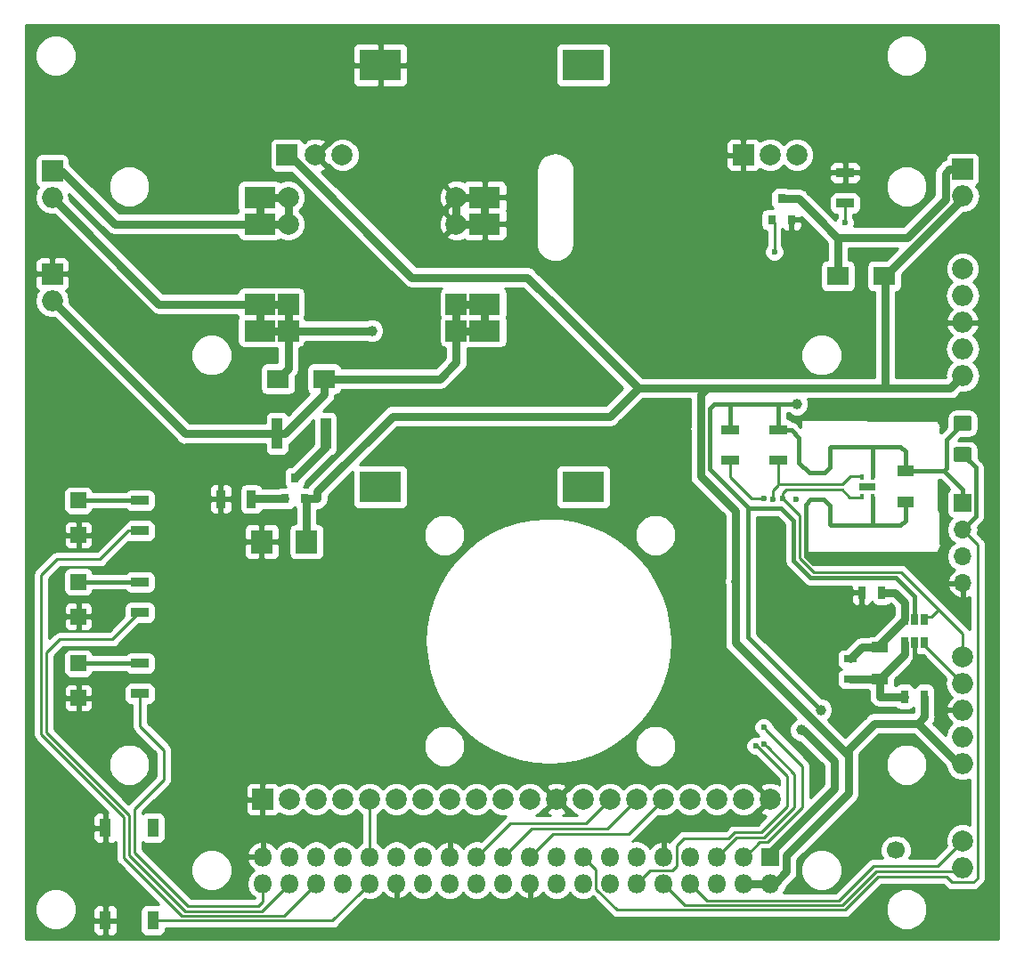
<source format=gtl>
G04 #@! TF.GenerationSoftware,KiCad,Pcbnew,5.0.2-5.fc29*
G04 #@! TF.CreationDate,2019-08-22T23:49:55+02:00*
G04 #@! TF.ProjectId,backplane,6261636b-706c-4616-9e65-2e6b69636164,v2.1-1*
G04 #@! TF.SameCoordinates,Original*
G04 #@! TF.FileFunction,Copper,L1,Top*
G04 #@! TF.FilePolarity,Positive*
%FSLAX46Y46*%
G04 Gerber Fmt 4.6, Leading zero omitted, Abs format (unit mm)*
G04 Created by KiCad (PCBNEW 5.0.2-5.fc29) date Thu 22 Aug 2019 11:49:55 PM CEST*
%MOMM*%
%LPD*%
G01*
G04 APERTURE LIST*
G04 #@! TA.AperFunction,ViaPad*
%ADD10C,0.600000*%
G04 #@! TD*
G04 #@! TA.AperFunction,ComponentPad*
%ADD11R,2.000000X2.000000*%
G04 #@! TD*
G04 #@! TA.AperFunction,ComponentPad*
%ADD12C,2.000000*%
G04 #@! TD*
G04 #@! TA.AperFunction,SMDPad,CuDef*
%ADD13R,0.650000X1.060000*%
G04 #@! TD*
G04 #@! TA.AperFunction,SMDPad,CuDef*
%ADD14R,0.350000X0.550000*%
G04 #@! TD*
G04 #@! TA.AperFunction,SMDPad,CuDef*
%ADD15R,1.600000X0.700000*%
G04 #@! TD*
G04 #@! TA.AperFunction,SMDPad,CuDef*
%ADD16R,0.700000X1.300000*%
G04 #@! TD*
G04 #@! TA.AperFunction,SMDPad,CuDef*
%ADD17R,1.700000X0.900000*%
G04 #@! TD*
G04 #@! TA.AperFunction,SMDPad,CuDef*
%ADD18R,1.000000X3.000000*%
G04 #@! TD*
G04 #@! TA.AperFunction,SMDPad,CuDef*
%ADD19R,1.500000X1.500000*%
G04 #@! TD*
G04 #@! TA.AperFunction,SMDPad,CuDef*
%ADD20R,1.600000X1.000000*%
G04 #@! TD*
G04 #@! TA.AperFunction,ComponentPad*
%ADD21O,1.998980X1.998980*%
G04 #@! TD*
G04 #@! TA.AperFunction,ComponentPad*
%ADD22R,1.998980X1.998980*%
G04 #@! TD*
G04 #@! TA.AperFunction,SMDPad,CuDef*
%ADD23R,0.800000X0.900000*%
G04 #@! TD*
G04 #@! TA.AperFunction,SMDPad,CuDef*
%ADD24R,0.900000X1.700000*%
G04 #@! TD*
G04 #@! TA.AperFunction,SMDPad,CuDef*
%ADD25R,1.300000X0.700000*%
G04 #@! TD*
G04 #@! TA.AperFunction,SMDPad,CuDef*
%ADD26R,2.100580X1.800860*%
G04 #@! TD*
G04 #@! TA.AperFunction,SMDPad,CuDef*
%ADD27R,2.120000X2.180000*%
G04 #@! TD*
G04 #@! TA.AperFunction,SMDPad,CuDef*
%ADD28R,1.100000X1.800000*%
G04 #@! TD*
G04 #@! TA.AperFunction,ComponentPad*
%ADD29C,1.700000*%
G04 #@! TD*
G04 #@! TA.AperFunction,ComponentPad*
%ADD30R,1.800000X1.800000*%
G04 #@! TD*
G04 #@! TA.AperFunction,ComponentPad*
%ADD31O,1.800000X1.800000*%
G04 #@! TD*
G04 #@! TA.AperFunction,ComponentPad*
%ADD32O,2.000000X2.000000*%
G04 #@! TD*
G04 #@! TA.AperFunction,SMDPad,CuDef*
%ADD33R,3.000000X2.000000*%
G04 #@! TD*
G04 #@! TA.AperFunction,Conductor*
%ADD34C,0.100000*%
G04 #@! TD*
G04 #@! TA.AperFunction,SMDPad,CuDef*
%ADD35C,1.425000*%
G04 #@! TD*
G04 #@! TA.AperFunction,ComponentPad*
%ADD36R,1.700000X1.700000*%
G04 #@! TD*
G04 #@! TA.AperFunction,ComponentPad*
%ADD37O,1.700000X1.700000*%
G04 #@! TD*
G04 #@! TA.AperFunction,ComponentPad*
%ADD38R,4.000000X3.000000*%
G04 #@! TD*
G04 #@! TA.AperFunction,ViaPad*
%ADD39C,0.800000*%
G04 #@! TD*
G04 #@! TA.AperFunction,ViaPad*
%ADD40C,1.000000*%
G04 #@! TD*
G04 #@! TA.AperFunction,Conductor*
%ADD41C,0.400000*%
G04 #@! TD*
G04 #@! TA.AperFunction,Conductor*
%ADD42C,0.250000*%
G04 #@! TD*
G04 #@! TA.AperFunction,Conductor*
%ADD43C,0.800000*%
G04 #@! TD*
G04 #@! TA.AperFunction,Conductor*
%ADD44C,0.254000*%
G04 #@! TD*
G04 APERTURE END LIST*
D10*
G04 #@! TO.N,GND*
G04 #@! TO.C,REF\002A\002A*
X123444000Y-104775000D03*
G04 #@! TD*
G04 #@! TO.N,GND*
G04 #@! TO.C,REF\002A\002A*
X141986000Y-126238000D03*
G04 #@! TD*
G04 #@! TO.N,GND*
G04 #@! TO.C,REF\002A\002A*
X175641000Y-90805000D03*
G04 #@! TD*
G04 #@! TO.N,GND*
G04 #@! TO.C,REF\002A\002A*
X132969000Y-88900000D03*
G04 #@! TD*
G04 #@! TO.N,GND*
G04 #@! TO.C,REF\002A\002A*
X123444000Y-78994000D03*
G04 #@! TD*
G04 #@! TO.N,GND*
G04 #@! TO.C,REF\002A\002A*
X118618000Y-86487000D03*
G04 #@! TD*
G04 #@! TO.N,GND*
G04 #@! TO.C,REF\002A\002A*
X119126000Y-146177000D03*
G04 #@! TD*
G04 #@! TO.N,GND*
G04 #@! TO.C,REF\002A\002A*
X205359000Y-150368000D03*
G04 #@! TD*
G04 #@! TO.N,GND*
G04 #@! TO.C,REF\002A\002A*
X205359000Y-69342000D03*
G04 #@! TD*
G04 #@! TO.N,GND*
G04 #@! TO.C,REF\002A\002A*
X202692000Y-117475000D03*
G04 #@! TD*
G04 #@! TO.N,GND*
G04 #@! TO.C,REF\002A\002A*
X202692000Y-102870000D03*
G04 #@! TD*
G04 #@! TO.N,GND*
G04 #@! TO.C,REF\002A\002A*
X191389000Y-137795000D03*
G04 #@! TD*
G04 #@! TO.N,GND*
G04 #@! TO.C,REF\002A\002A*
X194691000Y-143891000D03*
G04 #@! TD*
D11*
G04 #@! TO.P,U2,1*
G04 #@! TO.N,GND*
X138679100Y-139954000D03*
D12*
G04 #@! TO.P,U2,2*
G04 #@! TO.N,Net-(U2-Pad2)*
X141219100Y-139954000D03*
G04 #@! TO.P,U2,3*
G04 #@! TO.N,GPS_RST*
X143759100Y-139954000D03*
G04 #@! TO.P,U2,4*
G04 #@! TO.N,Net-(U2-Pad4)*
X146299100Y-139954000D03*
G04 #@! TO.P,U2,5*
G04 #@! TO.N,GPS_SUP*
X148839100Y-139954000D03*
G04 #@! TO.P,U2,6*
G04 #@! TO.N,Net-(U2-Pad6)*
X151379100Y-139954000D03*
G04 #@! TO.P,U2,7*
G04 #@! TO.N,Net-(U2-Pad7)*
X153919100Y-139954000D03*
G04 #@! TO.P,U2,8*
G04 #@! TO.N,Net-(U2-Pad8)*
X156459100Y-139954000D03*
G04 #@! TO.P,U2,9*
G04 #@! TO.N,Net-(U2-Pad9)*
X158999100Y-139954000D03*
G04 #@! TO.P,U2,10*
G04 #@! TO.N,Net-(U2-Pad10)*
X161539100Y-139954000D03*
G04 #@! TO.P,U2,11*
G04 #@! TO.N,Net-(U2-Pad11)*
X164079100Y-139954000D03*
G04 #@! TO.P,U2,12*
G04 #@! TO.N,GND*
X166619100Y-139954000D03*
G04 #@! TO.P,U2,13*
G04 #@! TO.N,IC880A_RST*
X169159100Y-139954000D03*
G04 #@! TO.P,U2,14*
G04 #@! TO.N,CLK*
X171699100Y-139954000D03*
G04 #@! TO.P,U2,15*
G04 #@! TO.N,MISO*
X174239100Y-139954000D03*
G04 #@! TO.P,U2,16*
G04 #@! TO.N,MOSI*
X176779100Y-139954000D03*
G04 #@! TO.P,U2,17*
G04 #@! TO.N,CE0*
X179319100Y-139954000D03*
G04 #@! TO.P,U2,18*
G04 #@! TO.N,Net-(U2-Pad18)*
X181859100Y-139954000D03*
G04 #@! TO.P,U2,19*
G04 #@! TO.N,PPS*
X184399100Y-139954000D03*
G04 #@! TO.P,U2,20*
G04 #@! TO.N,GND*
X186939100Y-139954000D03*
D11*
G04 #@! TO.P,U2,21*
G04 #@! TO.N,5V*
X140979100Y-78654000D03*
D12*
G04 #@! TO.P,U2,22*
G04 #@! TO.N,GND*
X143719100Y-78654000D03*
G04 #@! TO.P,U2,23*
G04 #@! TO.N,Net-(U2-Pad23)*
X146259100Y-78654000D03*
D11*
G04 #@! TO.P,U2,24*
G04 #@! TO.N,GND*
X184379100Y-78654000D03*
D12*
G04 #@! TO.P,U2,25*
G04 #@! TO.N,Net-(U2-Pad25)*
X186919100Y-78654000D03*
G04 #@! TO.P,U2,26*
G04 #@! TO.N,Net-(U2-Pad26)*
X189459100Y-78654000D03*
G04 #@! TD*
D13*
G04 #@! TO.P,U5,1*
G04 #@! TO.N,Net-(C3-Pad2)*
X199710000Y-125052000D03*
G04 #@! TO.P,U5,2*
G04 #@! TO.N,GND*
X200660000Y-125052000D03*
G04 #@! TO.P,U5,3*
G04 #@! TO.N,SCL*
X201610000Y-125052000D03*
G04 #@! TO.P,U5,4*
G04 #@! TO.N,SDA*
X201610000Y-122852000D03*
G04 #@! TO.P,U5,6*
G04 #@! TO.N,Net-(C3-Pad1)*
X199710000Y-122852000D03*
G04 #@! TO.P,U5,5*
G04 #@! TO.N,3.3V*
X200660000Y-122852000D03*
G04 #@! TD*
D14*
G04 #@! TO.P,U6,4*
G04 #@! TO.N,GND*
X196649000Y-111125000D03*
G04 #@! TO.P,U6,3*
G04 #@! TO.N,SDA*
X195649000Y-111125000D03*
G04 #@! TO.P,U6,2*
G04 #@! TO.N,SCL*
X195649000Y-109275000D03*
G04 #@! TO.P,U6,1*
G04 #@! TO.N,3.3V*
X196649000Y-109275000D03*
D15*
G04 #@! TO.P,U6,*
G04 #@! TO.N,*
X196149000Y-110200000D03*
G04 #@! TD*
D16*
G04 #@! TO.P,R12,1*
G04 #@! TO.N,Net-(C3-Pad1)*
X197546000Y-120269000D03*
G04 #@! TO.P,R12,2*
G04 #@! TO.N,GND*
X195646000Y-120269000D03*
G04 #@! TD*
D17*
G04 #@! TO.P,R5,1*
G04 #@! TO.N,3.3V*
X187706000Y-104817000D03*
G04 #@! TO.P,R5,2*
G04 #@! TO.N,SCL*
X187706000Y-107717000D03*
G04 #@! TD*
G04 #@! TO.P,R4,1*
G04 #@! TO.N,3.3V*
X183134000Y-104817000D03*
G04 #@! TO.P,R4,2*
G04 #@! TO.N,SDA*
X183134000Y-107717000D03*
G04 #@! TD*
D18*
G04 #@! TO.P,F1,1*
G04 #@! TO.N,Net-(D6-Pad2)*
X140053000Y-105156000D03*
G04 #@! TO.P,F1,2*
G04 #@! TO.N,Net-(F1-Pad2)*
X144653000Y-105156000D03*
G04 #@! TD*
D19*
G04 #@! TO.P,D1,2*
G04 #@! TO.N,Net-(D1-Pad2)*
X121158000Y-127000000D03*
G04 #@! TO.P,D1,1*
G04 #@! TO.N,GND*
X121158000Y-130300000D03*
G04 #@! TD*
G04 #@! TO.P,D2,2*
G04 #@! TO.N,Net-(D2-Pad2)*
X121158000Y-119254000D03*
G04 #@! TO.P,D2,1*
G04 #@! TO.N,GND*
X121158000Y-122554000D03*
G04 #@! TD*
G04 #@! TO.P,D3,2*
G04 #@! TO.N,Net-(D3-Pad2)*
X121158000Y-111506000D03*
G04 #@! TO.P,D3,1*
G04 #@! TO.N,GND*
X121158000Y-114806000D03*
G04 #@! TD*
D20*
G04 #@! TO.P,C1,1*
G04 #@! TO.N,GND*
X199784000Y-111700000D03*
G04 #@! TO.P,C1,2*
G04 #@! TO.N,3.3V*
X199784000Y-108700000D03*
G04 #@! TD*
D21*
G04 #@! TO.P,J5,2*
G04 #@! TO.N,Net-(D6-Pad1)*
X118668800Y-82700000D03*
D22*
G04 #@! TO.P,J5,1*
G04 #@! TO.N,Net-(J5-Pad1)*
X118668800Y-80160000D03*
G04 #@! TD*
D21*
G04 #@! TO.P,J4,2*
G04 #@! TO.N,Net-(D6-Pad2)*
X118668800Y-92502200D03*
D22*
G04 #@! TO.P,J4,1*
G04 #@! TO.N,GND*
X118668800Y-89962200D03*
G04 #@! TD*
D20*
G04 #@! TO.P,C3,1*
G04 #@! TO.N,Net-(C3-Pad1)*
X197358000Y-125500000D03*
G04 #@! TO.P,C3,2*
G04 #@! TO.N,Net-(C3-Pad2)*
X197358000Y-128500000D03*
G04 #@! TD*
D23*
G04 #@! TO.P,Q5,1*
G04 #@! TO.N,Net-(Q5-Pad1)*
X140782000Y-111363000D03*
G04 #@! TO.P,Q5,2*
G04 #@! TO.N,5V*
X142682000Y-111363000D03*
G04 #@! TO.P,Q5,3*
G04 #@! TO.N,Net-(F1-Pad2)*
X141732000Y-109363000D03*
G04 #@! TD*
D24*
G04 #@! TO.P,R13,1*
G04 #@! TO.N,GND*
X134694000Y-111379000D03*
G04 #@! TO.P,R13,2*
G04 #@! TO.N,Net-(Q5-Pad1)*
X137594000Y-111379000D03*
G04 #@! TD*
D17*
G04 #@! TO.P,R9,1*
G04 #@! TO.N,GND*
X194056000Y-80338000D03*
G04 #@! TO.P,R9,2*
G04 #@! TO.N,FAN*
X194056000Y-83238000D03*
G04 #@! TD*
D23*
G04 #@! TO.P,Q4,1*
G04 #@! TO.N,FAN*
X187073500Y-84820000D03*
G04 #@! TO.P,Q4,2*
G04 #@! TO.N,GND*
X188973500Y-84820000D03*
G04 #@! TO.P,Q4,3*
G04 #@! TO.N,Net-(D4-Pad2)*
X188023500Y-82820000D03*
G04 #@! TD*
D16*
G04 #@! TO.P,R10,1*
G04 #@! TO.N,5V*
X201610000Y-130175000D03*
G04 #@! TO.P,R10,2*
G04 #@! TO.N,Net-(C3-Pad2)*
X199710000Y-130175000D03*
G04 #@! TD*
D25*
G04 #@! TO.P,R11,1*
G04 #@! TO.N,Net-(C3-Pad2)*
X194564000Y-128498640D03*
G04 #@! TO.P,R11,2*
G04 #@! TO.N,Net-(C3-Pad1)*
X194564000Y-126598640D03*
G04 #@! TD*
D26*
G04 #@! TO.P,D6,1*
G04 #@! TO.N,Net-(D6-Pad1)*
X140126720Y-99949000D03*
G04 #@! TO.P,D6,2*
G04 #@! TO.N,Net-(D6-Pad2)*
X144526000Y-99949000D03*
G04 #@! TD*
D27*
G04 #@! TO.P,D5,1*
G04 #@! TO.N,5V*
X142855500Y-115443000D03*
G04 #@! TO.P,D5,2*
G04 #@! TO.N,GND*
X138576500Y-115443000D03*
G04 #@! TD*
D26*
G04 #@! TO.P,D4,1*
G04 #@! TO.N,5V*
X197779640Y-90170000D03*
G04 #@! TO.P,D4,2*
G04 #@! TO.N,Net-(D4-Pad2)*
X193380360Y-90170000D03*
G04 #@! TD*
D28*
G04 #@! TO.P,SW1,1*
G04 #@! TO.N,BTN*
X128234000Y-151466000D03*
G04 #@! TO.P,SW1,*
G04 #@! TO.N,*
X128234000Y-142666000D03*
G04 #@! TO.P,SW1,2*
G04 #@! TO.N,GND*
X123734000Y-142666000D03*
X123734000Y-151466000D03*
G04 #@! TD*
D29*
G04 #@! TO.P,J7,1*
G04 #@! TO.N,PPS*
X198882000Y-144780000D03*
G04 #@! TD*
D17*
G04 #@! TO.P,R1,1*
G04 #@! TO.N,LED1*
X127000000Y-129900000D03*
G04 #@! TO.P,R1,2*
G04 #@! TO.N,Net-(D1-Pad2)*
X127000000Y-127000000D03*
G04 #@! TD*
G04 #@! TO.P,R2,1*
G04 #@! TO.N,LED2*
X127000000Y-122174000D03*
G04 #@! TO.P,R2,2*
G04 #@! TO.N,Net-(D2-Pad2)*
X127000000Y-119274000D03*
G04 #@! TD*
G04 #@! TO.P,R3,1*
G04 #@! TO.N,LED3*
X127000000Y-114406000D03*
G04 #@! TO.P,R3,2*
G04 #@! TO.N,Net-(D3-Pad2)*
X127000000Y-111506000D03*
G04 #@! TD*
D30*
G04 #@! TO.P,U1,1*
G04 #@! TO.N,3.3V*
X186944000Y-145415000D03*
D31*
G04 #@! TO.P,U1,2*
G04 #@! TO.N,5V*
X186944000Y-147955000D03*
G04 #@! TO.P,U1,3*
G04 #@! TO.N,SDA*
X184404000Y-145415000D03*
G04 #@! TO.P,U1,4*
G04 #@! TO.N,5V*
X184404000Y-147955000D03*
G04 #@! TO.P,U1,5*
G04 #@! TO.N,SCL*
X181864000Y-145415000D03*
G04 #@! TO.P,U1,6*
G04 #@! TO.N,Net-(U1-Pad6)*
X181864000Y-147955000D03*
G04 #@! TO.P,U1,7*
G04 #@! TO.N,Net-(U1-Pad7)*
X179324000Y-145415000D03*
G04 #@! TO.P,U1,8*
G04 #@! TO.N,TX*
X179324000Y-147955000D03*
G04 #@! TO.P,U1,9*
G04 #@! TO.N,GND*
X176784000Y-145415000D03*
G04 #@! TO.P,U1,10*
G04 #@! TO.N,RX*
X176784000Y-147955000D03*
G04 #@! TO.P,U1,11*
G04 #@! TO.N,Net-(U1-Pad11)*
X174244000Y-145415000D03*
G04 #@! TO.P,U1,12*
G04 #@! TO.N,FAN*
X174244000Y-147955000D03*
G04 #@! TO.P,U1,13*
G04 #@! TO.N,Net-(U1-Pad13)*
X171704000Y-145415000D03*
G04 #@! TO.P,U1,14*
G04 #@! TO.N,GND*
X171704000Y-147955000D03*
G04 #@! TO.P,U1,15*
G04 #@! TO.N,DHT_IO*
X169164000Y-145415000D03*
G04 #@! TO.P,U1,16*
G04 #@! TO.N,Net-(U1-Pad16)*
X169164000Y-147955000D03*
G04 #@! TO.P,U1,17*
G04 #@! TO.N,3.3V*
X166624000Y-145415000D03*
G04 #@! TO.P,U1,18*
G04 #@! TO.N,Net-(U1-Pad18)*
X166624000Y-147955000D03*
G04 #@! TO.P,U1,19*
G04 #@! TO.N,MOSI*
X164084000Y-145415000D03*
G04 #@! TO.P,U1,20*
G04 #@! TO.N,GND*
X164084000Y-147955000D03*
G04 #@! TO.P,U1,21*
G04 #@! TO.N,MISO*
X161544000Y-145415000D03*
G04 #@! TO.P,U1,22*
G04 #@! TO.N,IC880A_RST*
X161544000Y-147955000D03*
G04 #@! TO.P,U1,23*
G04 #@! TO.N,CLK*
X159004000Y-145415000D03*
G04 #@! TO.P,U1,24*
G04 #@! TO.N,CE0*
X159004000Y-147955000D03*
G04 #@! TO.P,U1,25*
G04 #@! TO.N,GND*
X156464000Y-145415000D03*
G04 #@! TO.P,U1,26*
G04 #@! TO.N,Net-(U1-Pad26)*
X156464000Y-147955000D03*
G04 #@! TO.P,U1,27*
G04 #@! TO.N,Net-(U1-Pad27)*
X153924000Y-145415000D03*
G04 #@! TO.P,U1,28*
G04 #@! TO.N,Net-(U1-Pad28)*
X153924000Y-147955000D03*
G04 #@! TO.P,U1,29*
G04 #@! TO.N,GPS_RST*
X151384000Y-145415000D03*
G04 #@! TO.P,U1,30*
G04 #@! TO.N,GND*
X151384000Y-147955000D03*
G04 #@! TO.P,U1,31*
G04 #@! TO.N,GPS_SUP*
X148844000Y-145415000D03*
G04 #@! TO.P,U1,32*
G04 #@! TO.N,BTN*
X148844000Y-147955000D03*
G04 #@! TO.P,U1,33*
G04 #@! TO.N,Net-(U1-Pad33)*
X146304000Y-145415000D03*
G04 #@! TO.P,U1,34*
G04 #@! TO.N,GND*
X146304000Y-147955000D03*
G04 #@! TO.P,U1,35*
G04 #@! TO.N,Net-(U1-Pad35)*
X143764000Y-145415000D03*
G04 #@! TO.P,U1,36*
G04 #@! TO.N,LED3*
X143764000Y-147955000D03*
G04 #@! TO.P,U1,37*
G04 #@! TO.N,Net-(U1-Pad37)*
X141224000Y-145415000D03*
G04 #@! TO.P,U1,38*
G04 #@! TO.N,LED2*
X141224000Y-147955000D03*
G04 #@! TO.P,U1,39*
G04 #@! TO.N,GND*
X138684000Y-145415000D03*
G04 #@! TO.P,U1,40*
G04 #@! TO.N,LED1*
X138684000Y-147955000D03*
G04 #@! TD*
D12*
G04 #@! TO.P,J3,1*
G04 #@! TO.N,TX*
X205232000Y-143891000D03*
D32*
G04 #@! TO.P,J3,2*
G04 #@! TO.N,RX*
X205232000Y-146431000D03*
G04 #@! TD*
D12*
G04 #@! TO.P,J1,1*
G04 #@! TO.N,SDA*
X205232000Y-126365000D03*
D32*
G04 #@! TO.P,J1,2*
G04 #@! TO.N,SCL*
X205232000Y-128905000D03*
G04 #@! TO.P,J1,3*
G04 #@! TO.N,GND*
X205232000Y-131445000D03*
G04 #@! TO.P,J1,4*
G04 #@! TO.N,3.3V*
X205232000Y-133985000D03*
G04 #@! TO.P,J1,5*
G04 #@! TO.N,5V*
X205232000Y-136525000D03*
G04 #@! TD*
D12*
G04 #@! TO.P,J2,1*
G04 #@! TO.N,SDA*
X205232000Y-89484200D03*
D32*
G04 #@! TO.P,J2,2*
G04 #@! TO.N,SCL*
X205232000Y-92024200D03*
G04 #@! TO.P,J2,3*
G04 #@! TO.N,GND*
X205232000Y-94564200D03*
G04 #@! TO.P,J2,4*
G04 #@! TO.N,3.3V*
X205232000Y-97104200D03*
G04 #@! TO.P,J2,5*
G04 #@! TO.N,5V*
X205232000Y-99644200D03*
G04 #@! TD*
D11*
G04 #@! TO.P,J6,1*
G04 #@! TO.N,Net-(D4-Pad2)*
X205232000Y-80010000D03*
D32*
G04 #@! TO.P,J6,2*
G04 #@! TO.N,5V*
X205232000Y-82550000D03*
G04 #@! TD*
D12*
G04 #@! TO.P,U4,1*
G04 #@! TO.N,Net-(J5-Pad1)*
X141098000Y-82677000D03*
X141098000Y-85217000D03*
D11*
G04 #@! TO.P,U4,2*
G04 #@! TO.N,Net-(D6-Pad1)*
X141098000Y-92837000D03*
G04 #@! TO.P,U4,5*
X141098000Y-95377000D03*
D12*
G04 #@! TO.P,U4,4*
G04 #@! TO.N,GND*
X157098000Y-85217000D03*
D11*
G04 #@! TO.P,U4,3*
G04 #@! TO.N,Net-(D6-Pad2)*
X157098000Y-92837000D03*
D12*
G04 #@! TO.P,U4,4*
G04 #@! TO.N,GND*
X157098000Y-82677000D03*
D11*
G04 #@! TO.P,U4,3*
G04 #@! TO.N,Net-(D6-Pad2)*
X157098000Y-95377000D03*
D33*
G04 #@! TO.P,U4,5*
G04 #@! TO.N,Net-(D6-Pad1)*
X138398000Y-95377000D03*
G04 #@! TO.P,U4,4*
G04 #@! TO.N,GND*
X159798000Y-85217000D03*
G04 #@! TO.P,U4,1*
G04 #@! TO.N,Net-(J5-Pad1)*
X138398000Y-85217000D03*
G04 #@! TO.P,U4,2*
G04 #@! TO.N,Net-(D6-Pad1)*
X138398000Y-92837000D03*
G04 #@! TO.P,U4,4*
G04 #@! TO.N,GND*
X159798000Y-82677000D03*
G04 #@! TO.P,U4,1*
G04 #@! TO.N,Net-(J5-Pad1)*
X138398000Y-82677000D03*
G04 #@! TO.P,U4,3*
G04 #@! TO.N,Net-(D6-Pad2)*
X159798000Y-92837000D03*
X159798000Y-95377000D03*
G04 #@! TD*
D34*
G04 #@! TO.N,DHT_IO*
G04 #@! TO.C,R6*
G36*
X205881504Y-106440204D02*
X205905773Y-106443804D01*
X205929571Y-106449765D01*
X205952671Y-106458030D01*
X205974849Y-106468520D01*
X205995893Y-106481133D01*
X206015598Y-106495747D01*
X206033777Y-106512223D01*
X206050253Y-106530402D01*
X206064867Y-106550107D01*
X206077480Y-106571151D01*
X206087970Y-106593329D01*
X206096235Y-106616429D01*
X206102196Y-106640227D01*
X206105796Y-106664496D01*
X206107000Y-106689000D01*
X206107000Y-107614000D01*
X206105796Y-107638504D01*
X206102196Y-107662773D01*
X206096235Y-107686571D01*
X206087970Y-107709671D01*
X206077480Y-107731849D01*
X206064867Y-107752893D01*
X206050253Y-107772598D01*
X206033777Y-107790777D01*
X206015598Y-107807253D01*
X205995893Y-107821867D01*
X205974849Y-107834480D01*
X205952671Y-107844970D01*
X205929571Y-107853235D01*
X205905773Y-107859196D01*
X205881504Y-107862796D01*
X205857000Y-107864000D01*
X204607000Y-107864000D01*
X204582496Y-107862796D01*
X204558227Y-107859196D01*
X204534429Y-107853235D01*
X204511329Y-107844970D01*
X204489151Y-107834480D01*
X204468107Y-107821867D01*
X204448402Y-107807253D01*
X204430223Y-107790777D01*
X204413747Y-107772598D01*
X204399133Y-107752893D01*
X204386520Y-107731849D01*
X204376030Y-107709671D01*
X204367765Y-107686571D01*
X204361804Y-107662773D01*
X204358204Y-107638504D01*
X204357000Y-107614000D01*
X204357000Y-106689000D01*
X204358204Y-106664496D01*
X204361804Y-106640227D01*
X204367765Y-106616429D01*
X204376030Y-106593329D01*
X204386520Y-106571151D01*
X204399133Y-106550107D01*
X204413747Y-106530402D01*
X204430223Y-106512223D01*
X204448402Y-106495747D01*
X204468107Y-106481133D01*
X204489151Y-106468520D01*
X204511329Y-106458030D01*
X204534429Y-106449765D01*
X204558227Y-106443804D01*
X204582496Y-106440204D01*
X204607000Y-106439000D01*
X205857000Y-106439000D01*
X205881504Y-106440204D01*
X205881504Y-106440204D01*
G37*
D35*
G04 #@! TD*
G04 #@! TO.P,R6,1*
G04 #@! TO.N,DHT_IO*
X205232000Y-107151500D03*
D34*
G04 #@! TO.N,3.3V*
G04 #@! TO.C,R6*
G36*
X205881504Y-103465204D02*
X205905773Y-103468804D01*
X205929571Y-103474765D01*
X205952671Y-103483030D01*
X205974849Y-103493520D01*
X205995893Y-103506133D01*
X206015598Y-103520747D01*
X206033777Y-103537223D01*
X206050253Y-103555402D01*
X206064867Y-103575107D01*
X206077480Y-103596151D01*
X206087970Y-103618329D01*
X206096235Y-103641429D01*
X206102196Y-103665227D01*
X206105796Y-103689496D01*
X206107000Y-103714000D01*
X206107000Y-104639000D01*
X206105796Y-104663504D01*
X206102196Y-104687773D01*
X206096235Y-104711571D01*
X206087970Y-104734671D01*
X206077480Y-104756849D01*
X206064867Y-104777893D01*
X206050253Y-104797598D01*
X206033777Y-104815777D01*
X206015598Y-104832253D01*
X205995893Y-104846867D01*
X205974849Y-104859480D01*
X205952671Y-104869970D01*
X205929571Y-104878235D01*
X205905773Y-104884196D01*
X205881504Y-104887796D01*
X205857000Y-104889000D01*
X204607000Y-104889000D01*
X204582496Y-104887796D01*
X204558227Y-104884196D01*
X204534429Y-104878235D01*
X204511329Y-104869970D01*
X204489151Y-104859480D01*
X204468107Y-104846867D01*
X204448402Y-104832253D01*
X204430223Y-104815777D01*
X204413747Y-104797598D01*
X204399133Y-104777893D01*
X204386520Y-104756849D01*
X204376030Y-104734671D01*
X204367765Y-104711571D01*
X204361804Y-104687773D01*
X204358204Y-104663504D01*
X204357000Y-104639000D01*
X204357000Y-103714000D01*
X204358204Y-103689496D01*
X204361804Y-103665227D01*
X204367765Y-103641429D01*
X204376030Y-103618329D01*
X204386520Y-103596151D01*
X204399133Y-103575107D01*
X204413747Y-103555402D01*
X204430223Y-103537223D01*
X204448402Y-103520747D01*
X204468107Y-103506133D01*
X204489151Y-103493520D01*
X204511329Y-103483030D01*
X204534429Y-103474765D01*
X204558227Y-103468804D01*
X204582496Y-103465204D01*
X204607000Y-103464000D01*
X205857000Y-103464000D01*
X205881504Y-103465204D01*
X205881504Y-103465204D01*
G37*
D35*
G04 #@! TD*
G04 #@! TO.P,R6,2*
G04 #@! TO.N,3.3V*
X205232000Y-104176500D03*
D36*
G04 #@! TO.P,U3,1*
G04 #@! TO.N,3.3V*
X205232000Y-111760000D03*
D37*
G04 #@! TO.P,U3,2*
G04 #@! TO.N,DHT_IO*
X205232000Y-114300000D03*
G04 #@! TO.P,U3,3*
G04 #@! TO.N,N/C*
X205232000Y-116840000D03*
G04 #@! TO.P,U3,4*
G04 #@! TO.N,GND*
X205232000Y-119380000D03*
G04 #@! TD*
D38*
G04 #@! TO.P,U7,3*
G04 #@! TO.N,GND*
X149860000Y-70104000D03*
G04 #@! TO.P,U7,2*
G04 #@! TO.N,Net-(J5-Pad1)*
X149860000Y-110236000D03*
G04 #@! TO.P,U7,4*
G04 #@! TO.N,Net-(D6-Pad2)*
X169164000Y-70104000D03*
G04 #@! TO.P,U7,1*
G04 #@! TO.N,Net-(D6-Pad1)*
X169164000Y-110236000D03*
G04 #@! TD*
D10*
G04 #@! TO.N,GND*
G04 #@! TO.C,REF\002A\002A*
X205232000Y-140081000D03*
G04 #@! TD*
D39*
G04 #@! TO.N,GND*
X200660000Y-127000000D03*
D10*
X188150500Y-113919000D03*
X189357000Y-111379000D03*
D39*
X171196000Y-100838000D03*
D40*
G04 #@! TO.N,3.3V*
X189484000Y-102362000D03*
X191770000Y-131445000D03*
X189865000Y-133350000D03*
D10*
G04 #@! TO.N,SDA*
X186309000Y-111353600D03*
X186309000Y-133096000D03*
X188134600Y-111334400D03*
G04 #@! TO.N,SCL*
X187223400Y-111379000D03*
X186375051Y-134680949D03*
G04 #@! TO.N,FAN*
X194056000Y-85090000D03*
X187325000Y-87884000D03*
X185547000Y-134874000D03*
D40*
G04 #@! TO.N,Net-(D6-Pad1)*
X149098000Y-95377000D03*
G04 #@! TD*
D41*
G04 #@! TO.N,Net-(D1-Pad2)*
X121158000Y-127000000D02*
X127000000Y-127000000D01*
G04 #@! TO.N,Net-(D2-Pad2)*
X121158000Y-119254000D02*
X126980000Y-119254000D01*
X126980000Y-119254000D02*
X127000000Y-119274000D01*
G04 #@! TO.N,Net-(D3-Pad2)*
X121158000Y-111506000D02*
X122308000Y-111506000D01*
X122308000Y-111506000D02*
X127000000Y-111506000D01*
G04 #@! TO.N,GND*
X196649000Y-111200000D02*
X196649000Y-113878000D01*
D42*
X171704000Y-147955000D02*
X171831000Y-147955000D01*
D41*
X190975776Y-117513100D02*
X190296800Y-116834124D01*
X192703000Y-113878000D02*
X199339200Y-113878000D01*
X191350900Y-117513100D02*
X190975776Y-117513100D01*
X199339200Y-113878000D02*
X199784000Y-113433200D01*
X192605000Y-113780000D02*
X192703000Y-113878000D01*
X192605000Y-112005000D02*
X192605000Y-113780000D01*
X190296800Y-116834124D02*
X190296800Y-111917480D01*
X190778280Y-111436000D02*
X192036000Y-111436000D01*
X190296800Y-111917480D02*
X190778280Y-111436000D01*
X199784000Y-113433200D02*
X199784000Y-111700000D01*
X192036000Y-111436000D02*
X192605000Y-112005000D01*
X200660000Y-125052000D02*
X200660000Y-125982000D01*
X200660000Y-125982000D02*
X200660000Y-126492000D01*
X200660000Y-126492000D02*
X200660000Y-127000000D01*
D43*
X157098000Y-85217000D02*
X157098000Y-82677000D01*
X157098000Y-82677000D02*
X159798000Y-82677000D01*
X159798000Y-82677000D02*
X159798000Y-85217000D01*
X157098000Y-85217000D02*
X159798000Y-85217000D01*
G04 #@! TO.N,Net-(D4-Pad2)*
X193294000Y-86487000D02*
X191389000Y-84582000D01*
X191389000Y-84582000D02*
X189627000Y-82820000D01*
X189627000Y-82820000D02*
X188023500Y-82820000D01*
X193380360Y-86487000D02*
X193294000Y-86487000D01*
D41*
X205229500Y-80012500D02*
X205232000Y-80010000D01*
D43*
X193380360Y-86487000D02*
X193380360Y-90170000D01*
X203982000Y-80010000D02*
X205232000Y-80010000D01*
X203581000Y-82891924D02*
X203581000Y-80411000D01*
X199985924Y-86487000D02*
X203581000Y-82891924D01*
X193380360Y-86487000D02*
X199985924Y-86487000D01*
X203581000Y-80411000D02*
X203982000Y-80010000D01*
G04 #@! TO.N,Net-(J5-Pad1)*
X137876000Y-85217000D02*
X140176000Y-85217000D01*
X118668800Y-80160000D02*
X119530000Y-80160000D01*
X119530000Y-80160000D02*
X124587000Y-85217000D01*
X124587000Y-85217000D02*
X138398000Y-85217000D01*
X138398000Y-85217000D02*
X138398000Y-82677000D01*
X138398000Y-82677000D02*
X141098000Y-82677000D01*
X141098000Y-82677000D02*
X141098000Y-85217000D01*
X138398000Y-85217000D02*
X141098000Y-85217000D01*
D41*
G04 #@! TO.N,3.3V*
X196649000Y-109200000D02*
X196649000Y-106452000D01*
X181864000Y-109220000D02*
X184912000Y-112268000D01*
X184912000Y-112268000D02*
X187960000Y-112268000D01*
X187960000Y-112268000D02*
X189166500Y-113474500D01*
X189166500Y-113474500D02*
X189166500Y-117284500D01*
X189166500Y-117284500D02*
X190754000Y-118872000D01*
X190754000Y-118872000D02*
X198882000Y-118872000D01*
X198882000Y-118872000D02*
X200660000Y-120650000D01*
X200660000Y-120650000D02*
X200660000Y-122602000D01*
X183134000Y-103967000D02*
X183134000Y-102362000D01*
X183134000Y-104817000D02*
X183134000Y-103967000D01*
X187706000Y-103967000D02*
X187706000Y-102362000D01*
X187706000Y-104817000D02*
X187706000Y-103967000D01*
X181165500Y-108521500D02*
X181864000Y-109220000D01*
X181610000Y-102362000D02*
X181165500Y-102806500D01*
X181165500Y-102806500D02*
X181165500Y-108521500D01*
X183134000Y-102362000D02*
X181610000Y-102362000D01*
X187706000Y-102362000D02*
X183134000Y-102362000D01*
X187706000Y-102362000D02*
X189484000Y-102362000D01*
X192605000Y-106480000D02*
X192605000Y-108388000D01*
X192683000Y-106402000D02*
X192605000Y-106480000D01*
X199339200Y-106402000D02*
X192683000Y-106402000D01*
X192097000Y-108896000D02*
X190653000Y-108896000D01*
X199784000Y-106846800D02*
X199784000Y-108700000D01*
X199339200Y-106402000D02*
X199784000Y-106846800D01*
X192605000Y-108388000D02*
X192097000Y-108896000D01*
X190653000Y-108896000D02*
X189672000Y-107915000D01*
X189672000Y-107915000D02*
X189672000Y-105533000D01*
X189672000Y-105533000D02*
X188956000Y-104817000D01*
X188956000Y-104817000D02*
X187706000Y-104817000D01*
X205232000Y-110510000D02*
X205232000Y-111760000D01*
X203422000Y-108700000D02*
X205232000Y-110510000D01*
X199784000Y-108700000D02*
X203422000Y-108700000D01*
X203708000Y-108414000D02*
X203422000Y-108700000D01*
X203708000Y-105700500D02*
X203708000Y-108414000D01*
X205232000Y-104176500D02*
X203708000Y-105700500D01*
X181864000Y-109220000D02*
X184835800Y-112191800D01*
X184835800Y-124510800D02*
X191770000Y-131445000D01*
X184835800Y-112191800D02*
X184835800Y-124510800D01*
D43*
X190080900Y-133350000D02*
X189865000Y-133350000D01*
X193040000Y-136309100D02*
X190080900Y-133350000D01*
X193040000Y-138938000D02*
X193040000Y-136309100D01*
X186944000Y-145415000D02*
X186944000Y-145034000D01*
X186944000Y-145034000D02*
X193040000Y-138938000D01*
G04 #@! TO.N,5V*
X183642000Y-119126000D02*
X183642000Y-112522000D01*
X183642000Y-120396000D02*
X183642000Y-119126000D01*
X183642000Y-119126000D02*
X183576000Y-119192000D01*
X183642000Y-120008000D02*
X183642000Y-120396000D01*
X197866000Y-100838000D02*
X204038200Y-100838000D01*
X204038200Y-100838000D02*
X205232000Y-99644200D01*
X184404000Y-147955000D02*
X186944000Y-147955000D01*
D42*
X187198000Y-148209000D02*
X186944000Y-147955000D01*
D43*
X142855500Y-111536500D02*
X142682000Y-111363000D01*
X142855500Y-115443000D02*
X142855500Y-111536500D01*
X183642000Y-112522000D02*
X180340000Y-109220000D01*
X183642000Y-125077771D02*
X183642000Y-121412000D01*
X183642000Y-121412000D02*
X183642000Y-120396000D01*
X194376775Y-135812546D02*
X183642000Y-125077771D01*
X194376775Y-136524127D02*
X194376775Y-135812546D01*
X204785000Y-136525000D02*
X205232000Y-136525000D01*
X196850000Y-132715000D02*
X200975000Y-132715000D01*
X194376775Y-136524127D02*
X194376775Y-135188225D01*
X200975000Y-132715000D02*
X204785000Y-136525000D01*
X194376775Y-135188225D02*
X196850000Y-132715000D01*
X201610000Y-132080000D02*
X201610000Y-130175000D01*
X200975000Y-132715000D02*
X201610000Y-132080000D01*
X194376775Y-139379225D02*
X194376775Y-136524127D01*
X188468000Y-145288000D02*
X194376775Y-139379225D01*
X188468000Y-146812000D02*
X188468000Y-145288000D01*
X186944000Y-147955000D02*
X187325000Y-147955000D01*
X187325000Y-147955000D02*
X188468000Y-146812000D01*
X197612000Y-100838000D02*
X180911500Y-100838000D01*
X197866000Y-100584000D02*
X197612000Y-100838000D01*
X197866000Y-90170000D02*
X197866000Y-100584000D01*
X205232000Y-82550000D02*
X205232000Y-82804000D01*
X205232000Y-82804000D02*
X197866000Y-90170000D01*
X180311540Y-104676460D02*
X180340000Y-104648000D01*
X180340000Y-109220000D02*
X180340000Y-104648000D01*
X180340000Y-101409500D02*
X180911500Y-100838000D01*
X180340000Y-104648000D02*
X180340000Y-101409500D01*
X174371000Y-100838000D02*
X180911500Y-100838000D01*
X140979100Y-78654000D02*
X141221002Y-78654000D01*
X152864002Y-90297000D02*
X163830000Y-90297000D01*
X141221002Y-78654000D02*
X152864002Y-90297000D01*
X163830000Y-90297000D02*
X167005000Y-93472000D01*
X167005000Y-93472000D02*
X174371000Y-100838000D01*
X171704000Y-103505000D02*
X174371000Y-100838000D01*
X143882000Y-110641998D02*
X151018998Y-103505000D01*
X151018998Y-103505000D02*
X171704000Y-103505000D01*
X142682000Y-111363000D02*
X143882000Y-111363000D01*
X143882000Y-111363000D02*
X143882000Y-110641998D01*
G04 #@! TO.N,Net-(C3-Pad1)*
X199710000Y-122852000D02*
X199710000Y-121224000D01*
X199710000Y-121224000D02*
X198755000Y-120269000D01*
X198755000Y-120269000D02*
X197546000Y-120269000D01*
X197358000Y-125500000D02*
X197358000Y-125204000D01*
X197358000Y-125204000D02*
X199710000Y-122852000D01*
X197358000Y-125500000D02*
X195662640Y-125500000D01*
X195662640Y-125500000D02*
X194564000Y-126598640D01*
G04 #@! TO.N,Net-(C3-Pad2)*
X197358000Y-128500000D02*
X199710000Y-126148000D01*
X199710000Y-126148000D02*
X199710000Y-125052000D01*
X194564000Y-128498640D02*
X197356640Y-128498640D01*
X197356640Y-128498640D02*
X197358000Y-128500000D01*
X197358000Y-128500000D02*
X197358000Y-130175000D01*
X197358000Y-130175000D02*
X199075000Y-130175000D01*
X199075000Y-130175000D02*
X199710000Y-130175000D01*
D42*
G04 #@! TO.N,SDA*
X186309000Y-111353600D02*
X185173620Y-111353600D01*
X185173620Y-111353600D02*
X183134000Y-109313980D01*
X183134000Y-109313980D02*
X183134000Y-107717000D01*
X186309000Y-111353600D02*
X186283600Y-111353600D01*
X199372989Y-118346989D02*
X202946000Y-121920000D01*
X202946000Y-121920000D02*
X205232000Y-124206000D01*
X201610000Y-122602000D02*
X202264000Y-122602000D01*
X202264000Y-122602000D02*
X202946000Y-121920000D01*
X188134600Y-111334400D02*
X188134600Y-111363100D01*
X188134600Y-111363100D02*
X189738000Y-112966500D01*
X189738000Y-112966500D02*
X189738000Y-117017800D01*
X189738000Y-117017800D02*
X191067189Y-118346989D01*
X191067189Y-118346989D02*
X199372989Y-118346989D01*
X205232000Y-124206000D02*
X205232000Y-126365000D01*
X194512000Y-111200000D02*
X195649000Y-111200000D01*
X193808200Y-110496200D02*
X194512000Y-111200000D01*
X188461800Y-110496200D02*
X193808200Y-110496200D01*
X188134600Y-111334400D02*
X188134600Y-110823400D01*
X188134600Y-110823400D02*
X188461800Y-110496200D01*
X189992000Y-136779000D02*
X186608999Y-133395999D01*
X189992000Y-140716000D02*
X189992000Y-136779000D01*
X184558998Y-145415000D02*
X185955998Y-144018000D01*
X184404000Y-145415000D02*
X184558998Y-145415000D01*
X186690000Y-144018000D02*
X189992000Y-140716000D01*
X185955998Y-144018000D02*
X186690000Y-144018000D01*
X186608999Y-133395999D02*
X186309000Y-133096000D01*
G04 #@! TO.N,SCL*
X187223400Y-111379000D02*
X187223400Y-110576600D01*
X187223400Y-110576600D02*
X187706000Y-110094000D01*
X187706000Y-110094000D02*
X187706000Y-109517000D01*
X187706000Y-109517000D02*
X187706000Y-109400000D01*
X187706000Y-109400000D02*
X187706000Y-107717000D01*
X205232000Y-128905000D02*
X201610000Y-125283000D01*
X201610000Y-125283000D02*
X201610000Y-125052000D01*
X181864000Y-145415000D02*
X181864000Y-144907000D01*
X194584000Y-109200000D02*
X195649000Y-109200000D01*
X193784000Y-110000000D02*
X194584000Y-109200000D01*
X187706000Y-109400000D02*
X187706000Y-110000000D01*
X187706000Y-110000000D02*
X193784000Y-110000000D01*
X189230000Y-137535898D02*
X186675050Y-134980948D01*
X181864000Y-145415000D02*
X183711011Y-143567989D01*
X189230000Y-140716000D02*
X189230000Y-137535898D01*
X183711011Y-143567989D02*
X186378009Y-143567989D01*
X186675050Y-134980948D02*
X186375051Y-134680949D01*
X186378009Y-143567989D02*
X189230000Y-140716000D01*
G04 #@! TO.N,MOSI*
X173477100Y-143256000D02*
X176779100Y-139954000D01*
X164084000Y-145415000D02*
X166243000Y-143256000D01*
X166243000Y-143256000D02*
X173477100Y-143256000D01*
G04 #@! TO.N,MISO*
X171445100Y-142748000D02*
X174239100Y-139954000D01*
X161544000Y-145415000D02*
X164211000Y-142748000D01*
X164211000Y-142748000D02*
X171445100Y-142748000D01*
G04 #@! TO.N,CLK*
X169413100Y-142240000D02*
X171699100Y-139954000D01*
X159004000Y-145415000D02*
X162179000Y-142240000D01*
X162179000Y-142240000D02*
X169413100Y-142240000D01*
G04 #@! TO.N,LED1*
X127000000Y-132969000D02*
X127000000Y-129900000D01*
X129286000Y-135255000D02*
X127000000Y-132969000D01*
X138684000Y-147955000D02*
X138684000Y-149703000D01*
X131598000Y-150140000D02*
X126492000Y-145034000D01*
X138684000Y-149703000D02*
X138247000Y-150140000D01*
X126492000Y-145034000D02*
X126492000Y-140843000D01*
X129286000Y-138049000D02*
X129286000Y-135255000D01*
X138247000Y-150140000D02*
X131598000Y-150140000D01*
X126492000Y-140843000D02*
X129286000Y-138049000D01*
G04 #@! TO.N,LED2*
X126936500Y-122174000D02*
X127000000Y-122174000D01*
X124396500Y-124714000D02*
X126936500Y-122174000D01*
X119380000Y-124714000D02*
X124396500Y-124714000D01*
X118110000Y-125984000D02*
X119380000Y-124714000D01*
X125997000Y-145301000D02*
X125997000Y-141491000D01*
X141224000Y-147955000D02*
X138586233Y-150592767D01*
X138586233Y-150592767D02*
X131288767Y-150592767D01*
X131288767Y-150592767D02*
X125997000Y-145301000D01*
X125997000Y-141491000D02*
X118110000Y-133604000D01*
X118110000Y-133604000D02*
X118110000Y-125984000D01*
G04 #@! TO.N,LED3*
X125497000Y-141627410D02*
X117602000Y-133732410D01*
X117602000Y-133732410D02*
X117602000Y-118618000D01*
X125900000Y-114406000D02*
X127000000Y-114406000D01*
X123212000Y-117094000D02*
X125900000Y-114406000D01*
X140676222Y-151042778D02*
X130976778Y-151042778D01*
X119126000Y-117094000D02*
X123212000Y-117094000D01*
X130976778Y-151042778D02*
X125497000Y-145563000D01*
X143764000Y-147955000D02*
X140676222Y-151042778D01*
X125497000Y-145563000D02*
X125497000Y-141627410D01*
X117602000Y-118618000D02*
X119126000Y-117094000D01*
G04 #@! TO.N,FAN*
X194056000Y-85090000D02*
X194056000Y-83238000D01*
X187325000Y-85071500D02*
X187073500Y-84820000D01*
X187325000Y-87884000D02*
X187325000Y-85071500D01*
X175514000Y-146685000D02*
X177647600Y-146685000D01*
X178054000Y-146278600D02*
X178054000Y-144322800D01*
X188583978Y-140600022D02*
X188583978Y-137783978D01*
X183524612Y-143117978D02*
X186066021Y-143117978D01*
X178739800Y-143637000D02*
X183005590Y-143637000D01*
X183005590Y-143637000D02*
X183524612Y-143117978D01*
X174244000Y-147955000D02*
X175514000Y-146685000D01*
X178054000Y-144322800D02*
X178739800Y-143637000D01*
X177647600Y-146685000D02*
X178054000Y-146278600D01*
X188583978Y-137783978D02*
X185547000Y-134747000D01*
X186066021Y-143117978D02*
X188583978Y-140600022D01*
G04 #@! TO.N,GPS_SUP*
X148844000Y-144526000D02*
X148844000Y-145415000D01*
X148844000Y-139958900D02*
X148839100Y-139954000D01*
X148844000Y-145415000D02*
X148844000Y-139958900D01*
G04 #@! TO.N,BTN*
X127984000Y-151466000D02*
X128784000Y-151466000D01*
X128784000Y-151466000D02*
X128810788Y-151492788D01*
X128810788Y-151492788D02*
X145306212Y-151492788D01*
X145306212Y-151492788D02*
X147994001Y-148804999D01*
X147994001Y-148804999D02*
X148844000Y-147955000D01*
D43*
G04 #@! TO.N,Net-(D6-Pad1)*
X118668800Y-82700000D02*
X128805800Y-92837000D01*
X142876000Y-95377000D02*
X149098000Y-95377000D01*
X128805800Y-92837000D02*
X138398000Y-92837000D01*
X138398000Y-92837000D02*
X138398000Y-95377000D01*
X138398000Y-92837000D02*
X141098000Y-92837000D01*
X141098000Y-92837000D02*
X141098000Y-95377000D01*
X142876000Y-95377000D02*
X141098000Y-95377000D01*
X141098000Y-98977720D02*
X140126720Y-99949000D01*
X141098000Y-95377000D02*
X141098000Y-98977720D01*
X138398000Y-95377000D02*
X141098000Y-95377000D01*
G04 #@! TO.N,Net-(Q5-Pad1)*
X137610000Y-111363000D02*
X137594000Y-111379000D01*
X140782000Y-111363000D02*
X137610000Y-111363000D01*
G04 #@! TO.N,Net-(F1-Pad2)*
X144653000Y-106442000D02*
X141732000Y-109363000D01*
X144653000Y-105156000D02*
X144653000Y-106442000D01*
D42*
G04 #@! TO.N,TX*
X202819000Y-146304000D02*
X205232000Y-143891000D01*
X196723000Y-146304000D02*
X202819000Y-146304000D01*
X179324000Y-147955000D02*
X180942999Y-149573999D01*
X193453001Y-149573999D02*
X196723000Y-146304000D01*
X180942999Y-149573999D02*
X193453001Y-149573999D01*
G04 #@! TO.N,RX*
X196977000Y-146812000D02*
X204851000Y-146812000D01*
X193764991Y-150024009D02*
X196977000Y-146812000D01*
X204851000Y-146812000D02*
X205232000Y-146431000D01*
X176784000Y-147955000D02*
X178853009Y-150024009D01*
X178853009Y-150024009D02*
X193764991Y-150024009D01*
D43*
G04 #@! TO.N,Net-(D6-Pad2)*
X127893600Y-101727000D02*
X118668800Y-92502200D01*
X127893600Y-101727000D02*
X131322600Y-105156000D01*
X131322600Y-105156000D02*
X140053000Y-105156000D01*
X144526000Y-101099430D02*
X144526000Y-99949000D01*
X140053000Y-105156000D02*
X140803000Y-105156000D01*
X140803000Y-105156000D02*
X144526000Y-101433000D01*
X144526000Y-101433000D02*
X144526000Y-101099430D01*
X144526000Y-99949000D02*
X155554000Y-99949000D01*
X155554000Y-99949000D02*
X157098000Y-98405000D01*
X157098000Y-98405000D02*
X157098000Y-95377000D01*
X159798000Y-94127000D02*
X159798000Y-92837000D01*
X159798000Y-95377000D02*
X159798000Y-94127000D01*
X159798000Y-92837000D02*
X157098000Y-92837000D01*
X157098000Y-94087000D02*
X157098000Y-95377000D01*
X157098000Y-92837000D02*
X157098000Y-94087000D01*
X157098000Y-95377000D02*
X159798000Y-95377000D01*
D41*
G04 #@! TO.N,DHT_IO*
X206081999Y-113450001D02*
X205232000Y-114300000D01*
X206482001Y-113049999D02*
X206081999Y-113450001D01*
X206482001Y-108401501D02*
X206482001Y-113049999D01*
X205232000Y-107151500D02*
X206482001Y-108401501D01*
D42*
X170389001Y-146640001D02*
X170389001Y-148453003D01*
X172410017Y-150474019D02*
X193907457Y-150474019D01*
X170389001Y-148453003D02*
X172410017Y-150474019D01*
X169164000Y-145415000D02*
X170389001Y-146640001D01*
X193907457Y-150474019D02*
X193951392Y-150474018D01*
X193907457Y-150474019D02*
X194057457Y-150474019D01*
X206248000Y-147828000D02*
X206632001Y-147443999D01*
X206632001Y-147443999D02*
X206632001Y-115700001D01*
X197211476Y-147320000D02*
X203708000Y-147320000D01*
X203708000Y-147320000D02*
X204216000Y-147828000D01*
X206632001Y-115700001D02*
X205232000Y-114300000D01*
X194057457Y-150474019D02*
X197211476Y-147320000D01*
X204216000Y-147828000D02*
X206248000Y-147828000D01*
G04 #@! TD*
D44*
G04 #@! TO.N,GND*
G36*
X208633001Y-153214000D02*
X116153000Y-153214000D01*
X116153000Y-149995159D01*
X117012000Y-149995159D01*
X117012000Y-150784841D01*
X117314199Y-151514412D01*
X117872588Y-152072801D01*
X118602159Y-152375000D01*
X119391841Y-152375000D01*
X120121412Y-152072801D01*
X120442463Y-151751750D01*
X122549000Y-151751750D01*
X122549000Y-152492309D01*
X122645673Y-152725698D01*
X122824301Y-152904327D01*
X123057690Y-153001000D01*
X123448250Y-153001000D01*
X123607000Y-152842250D01*
X123607000Y-151593000D01*
X123861000Y-151593000D01*
X123861000Y-152842250D01*
X124019750Y-153001000D01*
X124410310Y-153001000D01*
X124643699Y-152904327D01*
X124822327Y-152725698D01*
X124919000Y-152492309D01*
X124919000Y-151751750D01*
X124760250Y-151593000D01*
X123861000Y-151593000D01*
X123607000Y-151593000D01*
X122707750Y-151593000D01*
X122549000Y-151751750D01*
X120442463Y-151751750D01*
X120679801Y-151514412D01*
X120982000Y-150784841D01*
X120982000Y-150439691D01*
X122549000Y-150439691D01*
X122549000Y-151180250D01*
X122707750Y-151339000D01*
X123607000Y-151339000D01*
X123607000Y-150089750D01*
X123861000Y-150089750D01*
X123861000Y-151339000D01*
X124760250Y-151339000D01*
X124919000Y-151180250D01*
X124919000Y-150439691D01*
X124822327Y-150206302D01*
X124643699Y-150027673D01*
X124410310Y-149931000D01*
X124019750Y-149931000D01*
X123861000Y-150089750D01*
X123607000Y-150089750D01*
X123448250Y-149931000D01*
X123057690Y-149931000D01*
X122824301Y-150027673D01*
X122645673Y-150206302D01*
X122549000Y-150439691D01*
X120982000Y-150439691D01*
X120982000Y-149995159D01*
X120679801Y-149265588D01*
X120121412Y-148707199D01*
X119391841Y-148405000D01*
X118602159Y-148405000D01*
X117872588Y-148707199D01*
X117314199Y-149265588D01*
X117012000Y-149995159D01*
X116153000Y-149995159D01*
X116153000Y-142951750D01*
X122549000Y-142951750D01*
X122549000Y-143692309D01*
X122645673Y-143925698D01*
X122824301Y-144104327D01*
X123057690Y-144201000D01*
X123448250Y-144201000D01*
X123607000Y-144042250D01*
X123607000Y-142793000D01*
X122707750Y-142793000D01*
X122549000Y-142951750D01*
X116153000Y-142951750D01*
X116153000Y-141639691D01*
X122549000Y-141639691D01*
X122549000Y-142380250D01*
X122707750Y-142539000D01*
X123607000Y-142539000D01*
X123607000Y-141289750D01*
X123448250Y-141131000D01*
X123057690Y-141131000D01*
X122824301Y-141227673D01*
X122645673Y-141406302D01*
X122549000Y-141639691D01*
X116153000Y-141639691D01*
X116153000Y-118618000D01*
X116827112Y-118618000D01*
X116842001Y-118692852D01*
X116842000Y-133657563D01*
X116827112Y-133732410D01*
X116842000Y-133807257D01*
X116842000Y-133807261D01*
X116886096Y-134028946D01*
X117054071Y-134280339D01*
X117117530Y-134322741D01*
X123972769Y-141177981D01*
X123861000Y-141289750D01*
X123861000Y-142539000D01*
X123881000Y-142539000D01*
X123881000Y-142793000D01*
X123861000Y-142793000D01*
X123861000Y-144042250D01*
X124019750Y-144201000D01*
X124410310Y-144201000D01*
X124643699Y-144104327D01*
X124737000Y-144011025D01*
X124737000Y-145488153D01*
X124722112Y-145563000D01*
X124737000Y-145637847D01*
X124737000Y-145637851D01*
X124781096Y-145859536D01*
X124949071Y-146110929D01*
X125012530Y-146153331D01*
X128777758Y-149918560D01*
X127684000Y-149918560D01*
X127436235Y-149967843D01*
X127226191Y-150108191D01*
X127085843Y-150318235D01*
X127036560Y-150566000D01*
X127036560Y-152366000D01*
X127085843Y-152613765D01*
X127226191Y-152823809D01*
X127436235Y-152964157D01*
X127684000Y-153013440D01*
X128784000Y-153013440D01*
X129031765Y-152964157D01*
X129241809Y-152823809D01*
X129382157Y-152613765D01*
X129431440Y-152366000D01*
X129431440Y-152252788D01*
X145231365Y-152252788D01*
X145306212Y-152267676D01*
X145381059Y-152252788D01*
X145381064Y-152252788D01*
X145602749Y-152208692D01*
X145854141Y-152040717D01*
X145896543Y-151977258D01*
X148435071Y-149438731D01*
X148692818Y-149490000D01*
X148995182Y-149490000D01*
X149442927Y-149400938D01*
X149950673Y-149061673D01*
X150120418Y-148807632D01*
X150146034Y-148862576D01*
X150587583Y-149267240D01*
X151019260Y-149446036D01*
X151257000Y-149325378D01*
X151257000Y-148082000D01*
X151237000Y-148082000D01*
X151237000Y-147828000D01*
X151257000Y-147828000D01*
X151257000Y-147808000D01*
X151511000Y-147808000D01*
X151511000Y-147828000D01*
X151531000Y-147828000D01*
X151531000Y-148082000D01*
X151511000Y-148082000D01*
X151511000Y-149325378D01*
X151748740Y-149446036D01*
X152180417Y-149267240D01*
X152621966Y-148862576D01*
X152647582Y-148807632D01*
X152817327Y-149061673D01*
X153325073Y-149400938D01*
X153772818Y-149490000D01*
X154075182Y-149490000D01*
X154522927Y-149400938D01*
X155030673Y-149061673D01*
X155194000Y-148817237D01*
X155357327Y-149061673D01*
X155865073Y-149400938D01*
X156312818Y-149490000D01*
X156615182Y-149490000D01*
X157062927Y-149400938D01*
X157570673Y-149061673D01*
X157734000Y-148817237D01*
X157897327Y-149061673D01*
X158405073Y-149400938D01*
X158852818Y-149490000D01*
X159155182Y-149490000D01*
X159602927Y-149400938D01*
X160110673Y-149061673D01*
X160274000Y-148817237D01*
X160437327Y-149061673D01*
X160945073Y-149400938D01*
X161392818Y-149490000D01*
X161695182Y-149490000D01*
X162142927Y-149400938D01*
X162650673Y-149061673D01*
X162820418Y-148807632D01*
X162846034Y-148862576D01*
X163287583Y-149267240D01*
X163719260Y-149446036D01*
X163957000Y-149325378D01*
X163957000Y-148082000D01*
X163937000Y-148082000D01*
X163937000Y-147828000D01*
X163957000Y-147828000D01*
X163957000Y-147808000D01*
X164211000Y-147808000D01*
X164211000Y-147828000D01*
X164231000Y-147828000D01*
X164231000Y-148082000D01*
X164211000Y-148082000D01*
X164211000Y-149325378D01*
X164448740Y-149446036D01*
X164880417Y-149267240D01*
X165321966Y-148862576D01*
X165347582Y-148807632D01*
X165517327Y-149061673D01*
X166025073Y-149400938D01*
X166472818Y-149490000D01*
X166775182Y-149490000D01*
X167222927Y-149400938D01*
X167730673Y-149061673D01*
X167894000Y-148817237D01*
X168057327Y-149061673D01*
X168565073Y-149400938D01*
X169012818Y-149490000D01*
X169315182Y-149490000D01*
X169762927Y-149400938D01*
X170062180Y-149200983D01*
X171819688Y-150958492D01*
X171862088Y-151021948D01*
X172113480Y-151189923D01*
X172335165Y-151234019D01*
X172335169Y-151234019D01*
X172410016Y-151248907D01*
X172484863Y-151234019D01*
X193832618Y-151234019D01*
X193832623Y-151234020D01*
X193881033Y-151234019D01*
X193982610Y-151234019D01*
X194057457Y-151248907D01*
X194132304Y-151234019D01*
X194132309Y-151234019D01*
X194353994Y-151189923D01*
X194605386Y-151021948D01*
X194647788Y-150958489D01*
X195611118Y-149995159D01*
X197913000Y-149995159D01*
X197913000Y-150784841D01*
X198215199Y-151514412D01*
X198773588Y-152072801D01*
X199503159Y-152375000D01*
X200292841Y-152375000D01*
X201022412Y-152072801D01*
X201580801Y-151514412D01*
X201883000Y-150784841D01*
X201883000Y-149995159D01*
X201580801Y-149265588D01*
X201022412Y-148707199D01*
X200292841Y-148405000D01*
X199503159Y-148405000D01*
X198773588Y-148707199D01*
X198215199Y-149265588D01*
X197913000Y-149995159D01*
X195611118Y-149995159D01*
X197526279Y-148080000D01*
X203393198Y-148080000D01*
X203625672Y-148312475D01*
X203668071Y-148375929D01*
X203731524Y-148418327D01*
X203731526Y-148418329D01*
X203783420Y-148453003D01*
X203919463Y-148543904D01*
X204141148Y-148588000D01*
X204141152Y-148588000D01*
X204215999Y-148602888D01*
X204290846Y-148588000D01*
X206173153Y-148588000D01*
X206248000Y-148602888D01*
X206322847Y-148588000D01*
X206322852Y-148588000D01*
X206544537Y-148543904D01*
X206795929Y-148375929D01*
X206838331Y-148312471D01*
X207116474Y-148034328D01*
X207179930Y-147991928D01*
X207347905Y-147740536D01*
X207392001Y-147518851D01*
X207392001Y-147518847D01*
X207406889Y-147444000D01*
X207392001Y-147369153D01*
X207392001Y-115774847D01*
X207406889Y-115700000D01*
X207392001Y-115625153D01*
X207392001Y-115625149D01*
X207347905Y-115403464D01*
X207289463Y-115316000D01*
X207222330Y-115215527D01*
X207222328Y-115215525D01*
X207179930Y-115152072D01*
X207116477Y-115109674D01*
X206673209Y-114666407D01*
X206746092Y-114300000D01*
X206690807Y-114022061D01*
X207014283Y-113698585D01*
X207084002Y-113652000D01*
X207268553Y-113375800D01*
X207317001Y-113132236D01*
X207317001Y-113132233D01*
X207333358Y-113050000D01*
X207317001Y-112967767D01*
X207317001Y-108483733D01*
X207333358Y-108401500D01*
X207317001Y-108319265D01*
X207317001Y-108319264D01*
X207268553Y-108075700D01*
X207238766Y-108031121D01*
X207130585Y-107869216D01*
X207130584Y-107869215D01*
X207084002Y-107799500D01*
X207014287Y-107752918D01*
X206754440Y-107493072D01*
X206754440Y-106689000D01*
X206686126Y-106345565D01*
X206491586Y-106054414D01*
X206200435Y-105859874D01*
X205857000Y-105791560D01*
X204797808Y-105791560D01*
X205052928Y-105536440D01*
X205857000Y-105536440D01*
X206200435Y-105468126D01*
X206491586Y-105273586D01*
X206686126Y-104982435D01*
X206754440Y-104639000D01*
X206754440Y-103714000D01*
X206686126Y-103370565D01*
X206491586Y-103079414D01*
X206200435Y-102884874D01*
X205857000Y-102816560D01*
X204607000Y-102816560D01*
X204263565Y-102884874D01*
X203972414Y-103079414D01*
X203777874Y-103370565D01*
X203709560Y-103714000D01*
X203709560Y-104518072D01*
X203175720Y-105051913D01*
X203148000Y-105070435D01*
X203148000Y-104647926D01*
X203161909Y-104578000D01*
X203144644Y-104491200D01*
X203106805Y-104300972D01*
X203087863Y-104272624D01*
X202949881Y-104066119D01*
X202933300Y-104055040D01*
X202933300Y-103974900D01*
X202923633Y-103926299D01*
X202896103Y-103885097D01*
X202854901Y-103857567D01*
X202806300Y-103847900D01*
X202757699Y-103857567D01*
X202753631Y-103860285D01*
X202460386Y-103858544D01*
X202438000Y-103854091D01*
X202416912Y-103858286D01*
X189973704Y-103784402D01*
X189924022Y-103794203D01*
X189882897Y-103821848D01*
X189855482Y-103863127D01*
X189845950Y-103911754D01*
X189847668Y-104527800D01*
X189604587Y-104284720D01*
X189558001Y-104214999D01*
X189281801Y-104030448D01*
X189066172Y-103987557D01*
X189013809Y-103909191D01*
X188803765Y-103768843D01*
X188556000Y-103719560D01*
X188541000Y-103719560D01*
X188541000Y-103197000D01*
X188713867Y-103197000D01*
X188841074Y-103324207D01*
X189258234Y-103497000D01*
X189709766Y-103497000D01*
X190126926Y-103324207D01*
X190446207Y-103004926D01*
X190619000Y-102587766D01*
X190619000Y-102136234D01*
X190509965Y-101873000D01*
X197510066Y-101873000D01*
X197612000Y-101893276D01*
X197713934Y-101873000D01*
X197713935Y-101873000D01*
X197739000Y-101868014D01*
X197764065Y-101873000D01*
X203936266Y-101873000D01*
X204038200Y-101893276D01*
X204140134Y-101873000D01*
X204140135Y-101873000D01*
X204442037Y-101812948D01*
X204784393Y-101584193D01*
X204842137Y-101497773D01*
X205062412Y-101277498D01*
X205070969Y-101279200D01*
X205393031Y-101279200D01*
X205869945Y-101184336D01*
X206410769Y-100822969D01*
X206772136Y-100282145D01*
X206899031Y-99644200D01*
X206772136Y-99006255D01*
X206410769Y-98465431D01*
X206274232Y-98374200D01*
X206410769Y-98282969D01*
X206772136Y-97742145D01*
X206899031Y-97104200D01*
X206772136Y-96466255D01*
X206410769Y-95925431D01*
X206254029Y-95820701D01*
X206625402Y-95419585D01*
X206822124Y-94944634D01*
X206702777Y-94691200D01*
X205359000Y-94691200D01*
X205359000Y-94711200D01*
X205105000Y-94711200D01*
X205105000Y-94691200D01*
X203761223Y-94691200D01*
X203641876Y-94944634D01*
X203838598Y-95419585D01*
X204209971Y-95820701D01*
X204053231Y-95925431D01*
X203691864Y-96466255D01*
X203564969Y-97104200D01*
X203691864Y-97742145D01*
X204053231Y-98282969D01*
X204189768Y-98374200D01*
X204053231Y-98465431D01*
X203691864Y-99006255D01*
X203564969Y-99644200D01*
X203596556Y-99803000D01*
X198901000Y-99803000D01*
X198901000Y-92024200D01*
X203564969Y-92024200D01*
X203691864Y-92662145D01*
X204053231Y-93202969D01*
X204209971Y-93307699D01*
X203838598Y-93708815D01*
X203641876Y-94183766D01*
X203761223Y-94437200D01*
X205105000Y-94437200D01*
X205105000Y-94417200D01*
X205359000Y-94417200D01*
X205359000Y-94437200D01*
X206702777Y-94437200D01*
X206822124Y-94183766D01*
X206625402Y-93708815D01*
X206254029Y-93307699D01*
X206410769Y-93202969D01*
X206772136Y-92662145D01*
X206899031Y-92024200D01*
X206772136Y-91386255D01*
X206410769Y-90845431D01*
X206274236Y-90754203D01*
X206618086Y-90410353D01*
X206867000Y-89809422D01*
X206867000Y-89158978D01*
X206618086Y-88558047D01*
X206158153Y-88098114D01*
X205557222Y-87849200D01*
X204906778Y-87849200D01*
X204305847Y-88098114D01*
X203845914Y-88558047D01*
X203597000Y-89158978D01*
X203597000Y-89809422D01*
X203845914Y-90410353D01*
X204189764Y-90754203D01*
X204053231Y-90845431D01*
X203691864Y-91386255D01*
X203564969Y-92024200D01*
X198901000Y-92024200D01*
X198901000Y-91703733D01*
X199077695Y-91668587D01*
X199287739Y-91528239D01*
X199428087Y-91318195D01*
X199477370Y-91070430D01*
X199477370Y-90022340D01*
X205314711Y-84185000D01*
X205393031Y-84185000D01*
X205869945Y-84090136D01*
X206410769Y-83728769D01*
X206772136Y-83187945D01*
X206899031Y-82550000D01*
X206772136Y-81912055D01*
X206541511Y-81566900D01*
X206689809Y-81467809D01*
X206830157Y-81257765D01*
X206879440Y-81010000D01*
X206879440Y-79010000D01*
X206830157Y-78762235D01*
X206689809Y-78552191D01*
X206479765Y-78411843D01*
X206232000Y-78362560D01*
X204232000Y-78362560D01*
X203984235Y-78411843D01*
X203774191Y-78552191D01*
X203633843Y-78762235D01*
X203584560Y-79010000D01*
X203584560Y-79033780D01*
X203578163Y-79035052D01*
X203235807Y-79263807D01*
X203178063Y-79350227D01*
X202921225Y-79607065D01*
X202834808Y-79664807D01*
X202777066Y-79751224D01*
X202606052Y-80007164D01*
X202525724Y-80411000D01*
X202546001Y-80512939D01*
X202546000Y-82463213D01*
X199557214Y-85452000D01*
X194918092Y-85452000D01*
X194991000Y-85275983D01*
X194991000Y-84904017D01*
X194848655Y-84560365D01*
X194816000Y-84527710D01*
X194816000Y-84335440D01*
X194906000Y-84335440D01*
X195153765Y-84286157D01*
X195363809Y-84145809D01*
X195504157Y-83935765D01*
X195553440Y-83688000D01*
X195553440Y-82788000D01*
X195504157Y-82540235D01*
X195363809Y-82330191D01*
X195153765Y-82189843D01*
X194906000Y-82140560D01*
X193206000Y-82140560D01*
X192958235Y-82189843D01*
X192748191Y-82330191D01*
X192607843Y-82540235D01*
X192558560Y-82788000D01*
X192558560Y-83688000D01*
X192607843Y-83935765D01*
X192748191Y-84145809D01*
X192958235Y-84286157D01*
X193206000Y-84335440D01*
X193296000Y-84335440D01*
X193296000Y-84527710D01*
X193263345Y-84560365D01*
X193136736Y-84866026D01*
X192192936Y-83922226D01*
X192192934Y-83922223D01*
X190430937Y-82160227D01*
X190373193Y-82073807D01*
X190030837Y-81845052D01*
X189728935Y-81785000D01*
X189728934Y-81785000D01*
X189627000Y-81764724D01*
X189525066Y-81785000D01*
X188690956Y-81785000D01*
X188671265Y-81771843D01*
X188423500Y-81722560D01*
X187623500Y-81722560D01*
X187375735Y-81771843D01*
X187165691Y-81912191D01*
X187025343Y-82122235D01*
X186976060Y-82370000D01*
X186976060Y-82780606D01*
X186968224Y-82820000D01*
X186976060Y-82859394D01*
X186976060Y-83270000D01*
X187025343Y-83517765D01*
X187162184Y-83722560D01*
X186673500Y-83722560D01*
X186425735Y-83771843D01*
X186215691Y-83912191D01*
X186075343Y-84122235D01*
X186026060Y-84370000D01*
X186026060Y-85270000D01*
X186075343Y-85517765D01*
X186215691Y-85727809D01*
X186425735Y-85868157D01*
X186565001Y-85895858D01*
X186565000Y-87321710D01*
X186532345Y-87354365D01*
X186390000Y-87698017D01*
X186390000Y-88069983D01*
X186532345Y-88413635D01*
X186795365Y-88676655D01*
X187139017Y-88819000D01*
X187510983Y-88819000D01*
X187854635Y-88676655D01*
X188117655Y-88413635D01*
X188260000Y-88069983D01*
X188260000Y-87698017D01*
X188117655Y-87354365D01*
X188085000Y-87321710D01*
X188085000Y-85679525D01*
X188213801Y-85808327D01*
X188447190Y-85905000D01*
X188687750Y-85905000D01*
X188846500Y-85746250D01*
X188846500Y-84947000D01*
X189100500Y-84947000D01*
X189100500Y-85746250D01*
X189259250Y-85905000D01*
X189499810Y-85905000D01*
X189733199Y-85808327D01*
X189911827Y-85629698D01*
X190008500Y-85396309D01*
X190008500Y-85105750D01*
X189849750Y-84947000D01*
X189100500Y-84947000D01*
X188846500Y-84947000D01*
X188826500Y-84947000D01*
X188826500Y-84693000D01*
X188846500Y-84693000D01*
X188846500Y-84673000D01*
X189100500Y-84673000D01*
X189100500Y-84693000D01*
X189849750Y-84693000D01*
X189943020Y-84599730D01*
X190729223Y-85385934D01*
X190729226Y-85385936D01*
X192345360Y-87002071D01*
X192345361Y-88622130D01*
X192330070Y-88622130D01*
X192082305Y-88671413D01*
X191872261Y-88811761D01*
X191731913Y-89021805D01*
X191682630Y-89269570D01*
X191682630Y-91070430D01*
X191731913Y-91318195D01*
X191872261Y-91528239D01*
X192082305Y-91668587D01*
X192330070Y-91717870D01*
X194430650Y-91717870D01*
X194678415Y-91668587D01*
X194888459Y-91528239D01*
X195028807Y-91318195D01*
X195078090Y-91070430D01*
X195078090Y-89269570D01*
X195028807Y-89021805D01*
X194888459Y-88811761D01*
X194678415Y-88671413D01*
X194430650Y-88622130D01*
X194415360Y-88622130D01*
X194415360Y-87522000D01*
X199050290Y-87522000D01*
X197950160Y-88622130D01*
X196729350Y-88622130D01*
X196481585Y-88671413D01*
X196271541Y-88811761D01*
X196131193Y-89021805D01*
X196081910Y-89269570D01*
X196081910Y-91070430D01*
X196131193Y-91318195D01*
X196271541Y-91528239D01*
X196481585Y-91668587D01*
X196729350Y-91717870D01*
X196831000Y-91717870D01*
X196831001Y-99803000D01*
X181013434Y-99803000D01*
X180911499Y-99782724D01*
X180809565Y-99803000D01*
X174799711Y-99803000D01*
X172286870Y-97290159D01*
X189829000Y-97290159D01*
X189829000Y-98079841D01*
X190131199Y-98809412D01*
X190689588Y-99367801D01*
X191419159Y-99670000D01*
X192208841Y-99670000D01*
X192938412Y-99367801D01*
X193496801Y-98809412D01*
X193799000Y-98079841D01*
X193799000Y-97290159D01*
X193496801Y-96560588D01*
X192938412Y-96002199D01*
X192208841Y-95700000D01*
X191419159Y-95700000D01*
X190689588Y-96002199D01*
X190131199Y-96560588D01*
X189829000Y-97290159D01*
X172286870Y-97290159D01*
X167808936Y-92812226D01*
X167808934Y-92812223D01*
X164633937Y-89637227D01*
X164576193Y-89550807D01*
X164233837Y-89322052D01*
X163931935Y-89262000D01*
X163931934Y-89262000D01*
X163830000Y-89241724D01*
X163728066Y-89262000D01*
X153292713Y-89262000D01*
X148983174Y-84952461D01*
X155452092Y-84952461D01*
X155476144Y-85602460D01*
X155678613Y-86091264D01*
X155945468Y-86189927D01*
X156918395Y-85217000D01*
X155945468Y-84244073D01*
X155678613Y-84342736D01*
X155452092Y-84952461D01*
X148983174Y-84952461D01*
X146443174Y-82412461D01*
X155452092Y-82412461D01*
X155476144Y-83062460D01*
X155678613Y-83551264D01*
X155945468Y-83649927D01*
X156918395Y-82677000D01*
X155945468Y-81704073D01*
X155678613Y-81802736D01*
X155452092Y-82412461D01*
X146443174Y-82412461D01*
X145555181Y-81524468D01*
X156125073Y-81524468D01*
X157098000Y-82497395D01*
X157112143Y-82483253D01*
X157291748Y-82662858D01*
X157277605Y-82677000D01*
X157291748Y-82691143D01*
X157112143Y-82870748D01*
X157098000Y-82856605D01*
X156125073Y-83829532D01*
X156168504Y-83947000D01*
X156125073Y-84064468D01*
X157098000Y-85037395D01*
X157112143Y-85023253D01*
X157291748Y-85202858D01*
X157277605Y-85217000D01*
X157291748Y-85231143D01*
X157112143Y-85410748D01*
X157098000Y-85396605D01*
X156125073Y-86369532D01*
X156223736Y-86636387D01*
X156833461Y-86862908D01*
X157483460Y-86838856D01*
X157864146Y-86681171D01*
X157938302Y-86755327D01*
X158171691Y-86852000D01*
X159512250Y-86852000D01*
X159671000Y-86693250D01*
X159671000Y-85344000D01*
X159925000Y-85344000D01*
X159925000Y-86693250D01*
X160083750Y-86852000D01*
X161424309Y-86852000D01*
X161657698Y-86755327D01*
X161836327Y-86576699D01*
X161933000Y-86343310D01*
X161933000Y-85502750D01*
X161774250Y-85344000D01*
X159925000Y-85344000D01*
X159671000Y-85344000D01*
X159651000Y-85344000D01*
X159651000Y-85090000D01*
X159671000Y-85090000D01*
X159671000Y-82804000D01*
X159925000Y-82804000D01*
X159925000Y-85090000D01*
X161774250Y-85090000D01*
X161933000Y-84931250D01*
X161933000Y-84090690D01*
X161873482Y-83947000D01*
X161933000Y-83803310D01*
X161933000Y-82962750D01*
X161774250Y-82804000D01*
X159925000Y-82804000D01*
X159671000Y-82804000D01*
X159651000Y-82804000D01*
X159651000Y-82550000D01*
X159671000Y-82550000D01*
X159671000Y-81200750D01*
X159925000Y-81200750D01*
X159925000Y-82550000D01*
X161774250Y-82550000D01*
X161933000Y-82391250D01*
X161933000Y-81550690D01*
X161836327Y-81317301D01*
X161657698Y-81138673D01*
X161424309Y-81042000D01*
X160083750Y-81042000D01*
X159925000Y-81200750D01*
X159671000Y-81200750D01*
X159512250Y-81042000D01*
X158171691Y-81042000D01*
X157938302Y-81138673D01*
X157860780Y-81216195D01*
X157362539Y-81031092D01*
X156712540Y-81055144D01*
X156223736Y-81257613D01*
X156125073Y-81524468D01*
X145555181Y-81524468D01*
X144247401Y-80216689D01*
X144593364Y-80073387D01*
X144692027Y-79806532D01*
X143719100Y-78833605D01*
X143704958Y-78847748D01*
X143525353Y-78668143D01*
X143539495Y-78654000D01*
X143898705Y-78654000D01*
X144871632Y-79626927D01*
X144906789Y-79613928D01*
X145332947Y-80040086D01*
X145933878Y-80289000D01*
X146584322Y-80289000D01*
X146813491Y-80194075D01*
X164644000Y-80194075D01*
X164644001Y-87064926D01*
X164650805Y-87099132D01*
X164669156Y-87286293D01*
X164677771Y-87316042D01*
X164677771Y-87347007D01*
X164716313Y-87480106D01*
X164871411Y-87868861D01*
X164904304Y-87920893D01*
X164926465Y-87978323D01*
X165010339Y-88088623D01*
X165294988Y-88395478D01*
X165344408Y-88432180D01*
X165385756Y-88477781D01*
X165503714Y-88550492D01*
X165879746Y-88734301D01*
X165939064Y-88750752D01*
X165994059Y-88778411D01*
X166130281Y-88803781D01*
X166130283Y-88803782D01*
X166130284Y-88803782D01*
X166547274Y-88839897D01*
X166608538Y-88833890D01*
X166669801Y-88839897D01*
X166806026Y-88814526D01*
X167208062Y-88698104D01*
X167263057Y-88670444D01*
X167322371Y-88653995D01*
X167440330Y-88581285D01*
X167440332Y-88581284D01*
X167440334Y-88581282D01*
X167773498Y-88327939D01*
X167814848Y-88282337D01*
X167864268Y-88245634D01*
X167948142Y-88135334D01*
X168167768Y-87779033D01*
X168189929Y-87721602D01*
X168222821Y-87669571D01*
X168261364Y-87536472D01*
X168337216Y-87129194D01*
X168350000Y-87064926D01*
X168350000Y-80623750D01*
X192571000Y-80623750D01*
X192571000Y-80914309D01*
X192667673Y-81147698D01*
X192846301Y-81326327D01*
X193079690Y-81423000D01*
X193770250Y-81423000D01*
X193929000Y-81264250D01*
X193929000Y-80465000D01*
X194183000Y-80465000D01*
X194183000Y-81264250D01*
X194341750Y-81423000D01*
X195032310Y-81423000D01*
X195265699Y-81326327D01*
X195325866Y-81266159D01*
X197913000Y-81266159D01*
X197913000Y-82055841D01*
X198215199Y-82785412D01*
X198773588Y-83343801D01*
X199503159Y-83646000D01*
X200292841Y-83646000D01*
X201022412Y-83343801D01*
X201580801Y-82785412D01*
X201883000Y-82055841D01*
X201883000Y-81266159D01*
X201580801Y-80536588D01*
X201022412Y-79978199D01*
X200292841Y-79676000D01*
X199503159Y-79676000D01*
X198773588Y-79978199D01*
X198215199Y-80536588D01*
X197913000Y-81266159D01*
X195325866Y-81266159D01*
X195444327Y-81147698D01*
X195541000Y-80914309D01*
X195541000Y-80623750D01*
X195382250Y-80465000D01*
X194183000Y-80465000D01*
X193929000Y-80465000D01*
X192729750Y-80465000D01*
X192571000Y-80623750D01*
X168350000Y-80623750D01*
X168350000Y-80194074D01*
X168343194Y-80159858D01*
X168324844Y-79972707D01*
X168316229Y-79942958D01*
X168316229Y-79911992D01*
X168277686Y-79778893D01*
X168122589Y-79390139D01*
X168089695Y-79338107D01*
X168067535Y-79280677D01*
X167983661Y-79170377D01*
X167769724Y-78939750D01*
X182744100Y-78939750D01*
X182744100Y-79780310D01*
X182840773Y-80013699D01*
X183019402Y-80192327D01*
X183252791Y-80289000D01*
X184093350Y-80289000D01*
X184252100Y-80130250D01*
X184252100Y-78781000D01*
X182902850Y-78781000D01*
X182744100Y-78939750D01*
X167769724Y-78939750D01*
X167699012Y-78863522D01*
X167649592Y-78826819D01*
X167608244Y-78781219D01*
X167490286Y-78708508D01*
X167114254Y-78524698D01*
X167054933Y-78508247D01*
X166999941Y-78480589D01*
X166863719Y-78455219D01*
X166863717Y-78455218D01*
X166863716Y-78455218D01*
X166446726Y-78419103D01*
X166385463Y-78425110D01*
X166324199Y-78419103D01*
X166187974Y-78444474D01*
X165785939Y-78560896D01*
X165730946Y-78588555D01*
X165671628Y-78605005D01*
X165553670Y-78677715D01*
X165220502Y-78931061D01*
X165179150Y-78976666D01*
X165129732Y-79013367D01*
X165045858Y-79123666D01*
X164826232Y-79479967D01*
X164804071Y-79537399D01*
X164771179Y-79589429D01*
X164732636Y-79722528D01*
X164656784Y-80129807D01*
X164644000Y-80194075D01*
X146813491Y-80194075D01*
X147185253Y-80040086D01*
X147645186Y-79580153D01*
X147894100Y-78979222D01*
X147894100Y-78328778D01*
X147645186Y-77727847D01*
X147445029Y-77527690D01*
X182744100Y-77527690D01*
X182744100Y-78368250D01*
X182902850Y-78527000D01*
X184252100Y-78527000D01*
X184252100Y-77177750D01*
X184506100Y-77177750D01*
X184506100Y-78527000D01*
X184526100Y-78527000D01*
X184526100Y-78781000D01*
X184506100Y-78781000D01*
X184506100Y-80130250D01*
X184664850Y-80289000D01*
X185505409Y-80289000D01*
X185738798Y-80192327D01*
X185917427Y-80013699D01*
X185931818Y-79978957D01*
X185992947Y-80040086D01*
X186593878Y-80289000D01*
X187244322Y-80289000D01*
X187845253Y-80040086D01*
X188189100Y-79696239D01*
X188532947Y-80040086D01*
X189133878Y-80289000D01*
X189784322Y-80289000D01*
X190385253Y-80040086D01*
X190663648Y-79761691D01*
X192571000Y-79761691D01*
X192571000Y-80052250D01*
X192729750Y-80211000D01*
X193929000Y-80211000D01*
X193929000Y-79411750D01*
X194183000Y-79411750D01*
X194183000Y-80211000D01*
X195382250Y-80211000D01*
X195541000Y-80052250D01*
X195541000Y-79761691D01*
X195444327Y-79528302D01*
X195265699Y-79349673D01*
X195032310Y-79253000D01*
X194341750Y-79253000D01*
X194183000Y-79411750D01*
X193929000Y-79411750D01*
X193770250Y-79253000D01*
X193079690Y-79253000D01*
X192846301Y-79349673D01*
X192667673Y-79528302D01*
X192571000Y-79761691D01*
X190663648Y-79761691D01*
X190845186Y-79580153D01*
X191094100Y-78979222D01*
X191094100Y-78328778D01*
X190845186Y-77727847D01*
X190385253Y-77267914D01*
X189784322Y-77019000D01*
X189133878Y-77019000D01*
X188532947Y-77267914D01*
X188189100Y-77611761D01*
X187845253Y-77267914D01*
X187244322Y-77019000D01*
X186593878Y-77019000D01*
X185992947Y-77267914D01*
X185931818Y-77329043D01*
X185917427Y-77294301D01*
X185738798Y-77115673D01*
X185505409Y-77019000D01*
X184664850Y-77019000D01*
X184506100Y-77177750D01*
X184252100Y-77177750D01*
X184093350Y-77019000D01*
X183252791Y-77019000D01*
X183019402Y-77115673D01*
X182840773Y-77294301D01*
X182744100Y-77527690D01*
X147445029Y-77527690D01*
X147185253Y-77267914D01*
X146584322Y-77019000D01*
X145933878Y-77019000D01*
X145332947Y-77267914D01*
X144906789Y-77694072D01*
X144871632Y-77681073D01*
X143898705Y-78654000D01*
X143539495Y-78654000D01*
X143525353Y-78639858D01*
X143704958Y-78460253D01*
X143719100Y-78474395D01*
X144692027Y-77501468D01*
X144593364Y-77234613D01*
X143983639Y-77008092D01*
X143333640Y-77032144D01*
X142844836Y-77234613D01*
X142746174Y-77501466D01*
X142631894Y-77387186D01*
X142583161Y-77435919D01*
X142577257Y-77406235D01*
X142436909Y-77196191D01*
X142226865Y-77055843D01*
X141979100Y-77006560D01*
X139979100Y-77006560D01*
X139731335Y-77055843D01*
X139521291Y-77196191D01*
X139380943Y-77406235D01*
X139331660Y-77654000D01*
X139331660Y-79654000D01*
X139380943Y-79901765D01*
X139521291Y-80111809D01*
X139731335Y-80252157D01*
X139979100Y-80301440D01*
X141404732Y-80301440D01*
X152060067Y-90956776D01*
X152117809Y-91043193D01*
X152410620Y-91238843D01*
X152460165Y-91271948D01*
X152864002Y-91352276D01*
X152965936Y-91332000D01*
X155710817Y-91332000D01*
X155640191Y-91379191D01*
X155499843Y-91589235D01*
X155450560Y-91837000D01*
X155450560Y-93837000D01*
X155499843Y-94084765D01*
X155514700Y-94107000D01*
X155499843Y-94129235D01*
X155450560Y-94377000D01*
X155450560Y-96377000D01*
X155499843Y-96624765D01*
X155640191Y-96834809D01*
X155850235Y-96975157D01*
X156063000Y-97017478D01*
X156063000Y-97976289D01*
X155125290Y-98914000D01*
X146196963Y-98914000D01*
X146174447Y-98800805D01*
X146034099Y-98590761D01*
X145824055Y-98450413D01*
X145576290Y-98401130D01*
X143475710Y-98401130D01*
X143227945Y-98450413D01*
X143017901Y-98590761D01*
X142877553Y-98800805D01*
X142828270Y-99048570D01*
X142828270Y-100849430D01*
X142877553Y-101097195D01*
X143017901Y-101307239D01*
X143119898Y-101375392D01*
X141125481Y-103369809D01*
X141010809Y-103198191D01*
X140800765Y-103057843D01*
X140553000Y-103008560D01*
X139553000Y-103008560D01*
X139305235Y-103057843D01*
X139095191Y-103198191D01*
X138954843Y-103408235D01*
X138905560Y-103656000D01*
X138905560Y-104121000D01*
X131751311Y-104121000D01*
X128697536Y-101067226D01*
X128697534Y-101067223D01*
X124920470Y-97290159D01*
X131829000Y-97290159D01*
X131829000Y-98079841D01*
X132131199Y-98809412D01*
X132689588Y-99367801D01*
X133419159Y-99670000D01*
X134208841Y-99670000D01*
X134938412Y-99367801D01*
X135496801Y-98809412D01*
X135799000Y-98079841D01*
X135799000Y-97290159D01*
X135496801Y-96560588D01*
X134938412Y-96002199D01*
X134208841Y-95700000D01*
X133419159Y-95700000D01*
X132689588Y-96002199D01*
X132131199Y-96560588D01*
X131829000Y-97290159D01*
X124920470Y-97290159D01*
X120301664Y-92671354D01*
X120335311Y-92502200D01*
X120208455Y-91864454D01*
X119978612Y-91520470D01*
X120027989Y-91500017D01*
X120206617Y-91321388D01*
X120303290Y-91087999D01*
X120303290Y-90247950D01*
X120144540Y-90089200D01*
X118795800Y-90089200D01*
X118795800Y-90109200D01*
X118541800Y-90109200D01*
X118541800Y-90089200D01*
X117193060Y-90089200D01*
X117034310Y-90247950D01*
X117034310Y-91087999D01*
X117130983Y-91321388D01*
X117309611Y-91500017D01*
X117358988Y-91520470D01*
X117129145Y-91864454D01*
X117002289Y-92502200D01*
X117129145Y-93139946D01*
X117490399Y-93680601D01*
X118031054Y-94041855D01*
X118507820Y-94136690D01*
X118829780Y-94136690D01*
X118837954Y-94135064D01*
X127233823Y-102530934D01*
X127233826Y-102530936D01*
X130518665Y-105815776D01*
X130576407Y-105902193D01*
X130836827Y-106076200D01*
X130918763Y-106130948D01*
X131322599Y-106211276D01*
X131424534Y-106191000D01*
X138905560Y-106191000D01*
X138905560Y-106656000D01*
X138954843Y-106903765D01*
X139095191Y-107113809D01*
X139305235Y-107254157D01*
X139553000Y-107303440D01*
X140553000Y-107303440D01*
X140800765Y-107254157D01*
X141010809Y-107113809D01*
X141151157Y-106903765D01*
X141200440Y-106656000D01*
X141200440Y-106132220D01*
X141206837Y-106130948D01*
X141549193Y-105902193D01*
X141606937Y-105815773D01*
X143505560Y-103917151D01*
X143505560Y-106125729D01*
X141365730Y-108265560D01*
X141332000Y-108265560D01*
X141084235Y-108314843D01*
X140874191Y-108455191D01*
X140733843Y-108665235D01*
X140684560Y-108913000D01*
X140684560Y-109323606D01*
X140676724Y-109363000D01*
X140684560Y-109402394D01*
X140684560Y-109813000D01*
X140733843Y-110060765D01*
X140870684Y-110265560D01*
X140382000Y-110265560D01*
X140134235Y-110314843D01*
X140114544Y-110328000D01*
X138651459Y-110328000D01*
X138642157Y-110281235D01*
X138501809Y-110071191D01*
X138291765Y-109930843D01*
X138044000Y-109881560D01*
X137144000Y-109881560D01*
X136896235Y-109930843D01*
X136686191Y-110071191D01*
X136545843Y-110281235D01*
X136496560Y-110529000D01*
X136496560Y-112229000D01*
X136545843Y-112476765D01*
X136686191Y-112686809D01*
X136896235Y-112827157D01*
X137144000Y-112876440D01*
X138044000Y-112876440D01*
X138291765Y-112827157D01*
X138501809Y-112686809D01*
X138642157Y-112476765D01*
X138657824Y-112398000D01*
X140114544Y-112398000D01*
X140134235Y-112411157D01*
X140382000Y-112460440D01*
X141182000Y-112460440D01*
X141429765Y-112411157D01*
X141639809Y-112270809D01*
X141732000Y-112132836D01*
X141820501Y-112265286D01*
X141820500Y-113705560D01*
X141795500Y-113705560D01*
X141547735Y-113754843D01*
X141337691Y-113895191D01*
X141197343Y-114105235D01*
X141148060Y-114353000D01*
X141148060Y-116533000D01*
X141197343Y-116780765D01*
X141337691Y-116990809D01*
X141547735Y-117131157D01*
X141795500Y-117180440D01*
X143915500Y-117180440D01*
X144163265Y-117131157D01*
X144373309Y-116990809D01*
X144513657Y-116780765D01*
X144562940Y-116533000D01*
X144562940Y-114413159D01*
X153971000Y-114413159D01*
X153971000Y-115202841D01*
X154273199Y-115932412D01*
X154831588Y-116490801D01*
X155561159Y-116793000D01*
X156350841Y-116793000D01*
X157080412Y-116490801D01*
X157638801Y-115932412D01*
X157941000Y-115202841D01*
X157941000Y-114413159D01*
X157638801Y-113683588D01*
X157080412Y-113125199D01*
X156350841Y-112823000D01*
X155561159Y-112823000D01*
X154831588Y-113125199D01*
X154273199Y-113683588D01*
X153971000Y-114413159D01*
X144562940Y-114413159D01*
X144562940Y-114353000D01*
X144513657Y-114105235D01*
X144373309Y-113895191D01*
X144163265Y-113754843D01*
X143915500Y-113705560D01*
X143890500Y-113705560D01*
X143890500Y-112416585D01*
X143983934Y-112398000D01*
X143983935Y-112398000D01*
X144285837Y-112337948D01*
X144628193Y-112109193D01*
X144856948Y-111766837D01*
X144892163Y-111589799D01*
X144917000Y-111464935D01*
X144917000Y-111464934D01*
X144937276Y-111363000D01*
X144917000Y-111261065D01*
X144917000Y-111070708D01*
X147212560Y-108775148D01*
X147212560Y-111736000D01*
X147261843Y-111983765D01*
X147402191Y-112193809D01*
X147612235Y-112334157D01*
X147860000Y-112383440D01*
X151860000Y-112383440D01*
X152107765Y-112334157D01*
X152317809Y-112193809D01*
X152458157Y-111983765D01*
X152507440Y-111736000D01*
X152507440Y-108736000D01*
X166516560Y-108736000D01*
X166516560Y-111736000D01*
X166565843Y-111983765D01*
X166706191Y-112193809D01*
X166916235Y-112334157D01*
X167164000Y-112383440D01*
X171164000Y-112383440D01*
X171411765Y-112334157D01*
X171621809Y-112193809D01*
X171762157Y-111983765D01*
X171811440Y-111736000D01*
X171811440Y-108736000D01*
X171762157Y-108488235D01*
X171621809Y-108278191D01*
X171411765Y-108137843D01*
X171164000Y-108088560D01*
X167164000Y-108088560D01*
X166916235Y-108137843D01*
X166706191Y-108278191D01*
X166565843Y-108488235D01*
X166516560Y-108736000D01*
X152507440Y-108736000D01*
X152458157Y-108488235D01*
X152317809Y-108278191D01*
X152107765Y-108137843D01*
X151860000Y-108088560D01*
X147899148Y-108088560D01*
X151447709Y-104540000D01*
X171602066Y-104540000D01*
X171704000Y-104560276D01*
X171805934Y-104540000D01*
X171805935Y-104540000D01*
X172107837Y-104479948D01*
X172450193Y-104251193D01*
X172507937Y-104164773D01*
X174799711Y-101873000D01*
X179305001Y-101873000D01*
X179305000Y-104431447D01*
X179256264Y-104676460D01*
X179305001Y-104921477D01*
X179305000Y-109118065D01*
X179284724Y-109220000D01*
X179318307Y-109388831D01*
X179365052Y-109623836D01*
X179593807Y-109966193D01*
X179680227Y-110023937D01*
X182607001Y-112950712D01*
X182607000Y-118779262D01*
X182601052Y-118788164D01*
X182520724Y-119192000D01*
X182601052Y-119595836D01*
X182607001Y-119604739D01*
X182607000Y-119906064D01*
X182607000Y-120497935D01*
X182607001Y-120497939D01*
X182607000Y-121513934D01*
X182607001Y-121513939D01*
X182607000Y-124975836D01*
X182586724Y-125077771D01*
X182607000Y-125179705D01*
X182667052Y-125481607D01*
X182895807Y-125823964D01*
X182982227Y-125881708D01*
X189410332Y-132309814D01*
X189222074Y-132387793D01*
X188902793Y-132707074D01*
X188730000Y-133124234D01*
X188730000Y-133575766D01*
X188902793Y-133992926D01*
X189222074Y-134312207D01*
X189639234Y-134485000D01*
X189752190Y-134485000D01*
X192005001Y-136737812D01*
X192005000Y-138509289D01*
X190752000Y-139762289D01*
X190752000Y-136853847D01*
X190766888Y-136779000D01*
X190752000Y-136704153D01*
X190752000Y-136704148D01*
X190707904Y-136482463D01*
X190539929Y-136231071D01*
X190476473Y-136188671D01*
X187244000Y-132956199D01*
X187244000Y-132910017D01*
X187101655Y-132566365D01*
X186838635Y-132303345D01*
X186494983Y-132161000D01*
X186123017Y-132161000D01*
X185779365Y-132303345D01*
X185516345Y-132566365D01*
X185374000Y-132910017D01*
X185374000Y-133281983D01*
X185516345Y-133625635D01*
X185779365Y-133888655D01*
X185825815Y-133907895D01*
X185776631Y-133957079D01*
X185732983Y-133939000D01*
X185361017Y-133939000D01*
X185017365Y-134081345D01*
X184754345Y-134344365D01*
X184612000Y-134688017D01*
X184612000Y-135059983D01*
X184754345Y-135403635D01*
X185017365Y-135666655D01*
X185361017Y-135809000D01*
X185534199Y-135809000D01*
X187823979Y-138098782D01*
X187823979Y-138563323D01*
X187813364Y-138534613D01*
X187203639Y-138308092D01*
X186553640Y-138332144D01*
X186064836Y-138534613D01*
X185966173Y-138801468D01*
X186939100Y-139774395D01*
X186953243Y-139760253D01*
X187132848Y-139939858D01*
X187118705Y-139954000D01*
X187132848Y-139968143D01*
X186953243Y-140147748D01*
X186939100Y-140133605D01*
X185966173Y-141106532D01*
X186064836Y-141373387D01*
X186554058Y-141555140D01*
X185751220Y-142357978D01*
X183599459Y-142357978D01*
X183524612Y-142343090D01*
X183449765Y-142357978D01*
X183449760Y-142357978D01*
X183228075Y-142402074D01*
X182976683Y-142570049D01*
X182934283Y-142633506D01*
X182690789Y-142877000D01*
X178814648Y-142877000D01*
X178739800Y-142862112D01*
X178664952Y-142877000D01*
X178664948Y-142877000D01*
X178491405Y-142911520D01*
X178443262Y-142921096D01*
X178295153Y-143020060D01*
X178191871Y-143089071D01*
X178149471Y-143152527D01*
X177569528Y-143732471D01*
X177506072Y-143774871D01*
X177463672Y-143838327D01*
X177463671Y-143838328D01*
X177350589Y-144007568D01*
X177148740Y-143923964D01*
X176911000Y-144044622D01*
X176911000Y-145288000D01*
X176931000Y-145288000D01*
X176931000Y-145542000D01*
X176911000Y-145542000D01*
X176911000Y-145562000D01*
X176657000Y-145562000D01*
X176657000Y-145542000D01*
X176637000Y-145542000D01*
X176637000Y-145288000D01*
X176657000Y-145288000D01*
X176657000Y-144044622D01*
X176419260Y-143923964D01*
X175987583Y-144102760D01*
X175546034Y-144507424D01*
X175520418Y-144562368D01*
X175350673Y-144308327D01*
X174842927Y-143969062D01*
X174395182Y-143880000D01*
X174092818Y-143880000D01*
X173834189Y-143931445D01*
X174025029Y-143803929D01*
X174067431Y-143740470D01*
X176287725Y-141520177D01*
X176453878Y-141589000D01*
X177104322Y-141589000D01*
X177705253Y-141340086D01*
X178049100Y-140996239D01*
X178392947Y-141340086D01*
X178993878Y-141589000D01*
X179644322Y-141589000D01*
X180245253Y-141340086D01*
X180589100Y-140996239D01*
X180932947Y-141340086D01*
X181533878Y-141589000D01*
X182184322Y-141589000D01*
X182785253Y-141340086D01*
X183129100Y-140996239D01*
X183472947Y-141340086D01*
X184073878Y-141589000D01*
X184724322Y-141589000D01*
X185325253Y-141340086D01*
X185751411Y-140913928D01*
X185786568Y-140926927D01*
X186759495Y-139954000D01*
X185786568Y-138981073D01*
X185751411Y-138994072D01*
X185325253Y-138567914D01*
X184724322Y-138319000D01*
X184073878Y-138319000D01*
X183472947Y-138567914D01*
X183129100Y-138911761D01*
X182785253Y-138567914D01*
X182184322Y-138319000D01*
X181533878Y-138319000D01*
X180932947Y-138567914D01*
X180589100Y-138911761D01*
X180245253Y-138567914D01*
X179644322Y-138319000D01*
X178993878Y-138319000D01*
X178392947Y-138567914D01*
X178049100Y-138911761D01*
X177705253Y-138567914D01*
X177104322Y-138319000D01*
X176453878Y-138319000D01*
X175852947Y-138567914D01*
X175509100Y-138911761D01*
X175165253Y-138567914D01*
X174564322Y-138319000D01*
X173913878Y-138319000D01*
X173312947Y-138567914D01*
X172969100Y-138911761D01*
X172625253Y-138567914D01*
X172024322Y-138319000D01*
X171373878Y-138319000D01*
X170772947Y-138567914D01*
X170429100Y-138911761D01*
X170085253Y-138567914D01*
X169484322Y-138319000D01*
X168833878Y-138319000D01*
X168232947Y-138567914D01*
X167806789Y-138994072D01*
X167771632Y-138981073D01*
X166798705Y-139954000D01*
X167771632Y-140926927D01*
X167806789Y-140913928D01*
X168232947Y-141340086D01*
X168570729Y-141480000D01*
X167235977Y-141480000D01*
X167493364Y-141373387D01*
X167592027Y-141106532D01*
X166619100Y-140133605D01*
X165646173Y-141106532D01*
X165744836Y-141373387D01*
X166031805Y-141480000D01*
X164667471Y-141480000D01*
X165005253Y-141340086D01*
X165431411Y-140913928D01*
X165466568Y-140926927D01*
X166439495Y-139954000D01*
X165466568Y-138981073D01*
X165431411Y-138994072D01*
X165238807Y-138801468D01*
X165646173Y-138801468D01*
X166619100Y-139774395D01*
X167592027Y-138801468D01*
X167493364Y-138534613D01*
X166883639Y-138308092D01*
X166233640Y-138332144D01*
X165744836Y-138534613D01*
X165646173Y-138801468D01*
X165238807Y-138801468D01*
X165005253Y-138567914D01*
X164404322Y-138319000D01*
X163753878Y-138319000D01*
X163152947Y-138567914D01*
X162809100Y-138911761D01*
X162465253Y-138567914D01*
X161864322Y-138319000D01*
X161213878Y-138319000D01*
X160612947Y-138567914D01*
X160269100Y-138911761D01*
X159925253Y-138567914D01*
X159324322Y-138319000D01*
X158673878Y-138319000D01*
X158072947Y-138567914D01*
X157729100Y-138911761D01*
X157385253Y-138567914D01*
X156784322Y-138319000D01*
X156133878Y-138319000D01*
X155532947Y-138567914D01*
X155189100Y-138911761D01*
X154845253Y-138567914D01*
X154244322Y-138319000D01*
X153593878Y-138319000D01*
X152992947Y-138567914D01*
X152649100Y-138911761D01*
X152305253Y-138567914D01*
X151704322Y-138319000D01*
X151053878Y-138319000D01*
X150452947Y-138567914D01*
X150109100Y-138911761D01*
X149765253Y-138567914D01*
X149164322Y-138319000D01*
X148513878Y-138319000D01*
X147912947Y-138567914D01*
X147569100Y-138911761D01*
X147225253Y-138567914D01*
X146624322Y-138319000D01*
X145973878Y-138319000D01*
X145372947Y-138567914D01*
X145029100Y-138911761D01*
X144685253Y-138567914D01*
X144084322Y-138319000D01*
X143433878Y-138319000D01*
X142832947Y-138567914D01*
X142489100Y-138911761D01*
X142145253Y-138567914D01*
X141544322Y-138319000D01*
X140893878Y-138319000D01*
X140292947Y-138567914D01*
X140231818Y-138629043D01*
X140217427Y-138594301D01*
X140038798Y-138415673D01*
X139805409Y-138319000D01*
X138964850Y-138319000D01*
X138806100Y-138477750D01*
X138806100Y-139827000D01*
X138826100Y-139827000D01*
X138826100Y-140081000D01*
X138806100Y-140081000D01*
X138806100Y-141430250D01*
X138964850Y-141589000D01*
X139805409Y-141589000D01*
X140038798Y-141492327D01*
X140217427Y-141313699D01*
X140231818Y-141278957D01*
X140292947Y-141340086D01*
X140893878Y-141589000D01*
X141544322Y-141589000D01*
X142145253Y-141340086D01*
X142489100Y-140996239D01*
X142832947Y-141340086D01*
X143433878Y-141589000D01*
X144084322Y-141589000D01*
X144685253Y-141340086D01*
X145029100Y-140996239D01*
X145372947Y-141340086D01*
X145973878Y-141589000D01*
X146624322Y-141589000D01*
X147225253Y-141340086D01*
X147569100Y-140996239D01*
X147912947Y-141340086D01*
X148084001Y-141410939D01*
X148084000Y-144076687D01*
X147737327Y-144308327D01*
X147574000Y-144552763D01*
X147410673Y-144308327D01*
X146902927Y-143969062D01*
X146455182Y-143880000D01*
X146152818Y-143880000D01*
X145705073Y-143969062D01*
X145197327Y-144308327D01*
X145034000Y-144552763D01*
X144870673Y-144308327D01*
X144362927Y-143969062D01*
X143915182Y-143880000D01*
X143612818Y-143880000D01*
X143165073Y-143969062D01*
X142657327Y-144308327D01*
X142494000Y-144552763D01*
X142330673Y-144308327D01*
X141822927Y-143969062D01*
X141375182Y-143880000D01*
X141072818Y-143880000D01*
X140625073Y-143969062D01*
X140117327Y-144308327D01*
X139947582Y-144562368D01*
X139921966Y-144507424D01*
X139480417Y-144102760D01*
X139048740Y-143923964D01*
X138811000Y-144044622D01*
X138811000Y-145288000D01*
X138831000Y-145288000D01*
X138831000Y-145542000D01*
X138811000Y-145542000D01*
X138811000Y-145562000D01*
X138557000Y-145562000D01*
X138557000Y-145542000D01*
X137313003Y-145542000D01*
X137192954Y-145779742D01*
X137446034Y-146322576D01*
X137833174Y-146677376D01*
X137577327Y-146848327D01*
X137238062Y-147356073D01*
X137118928Y-147955000D01*
X137238062Y-148553927D01*
X137577327Y-149061673D01*
X137924001Y-149293313D01*
X137924001Y-149380000D01*
X131912803Y-149380000D01*
X128822961Y-146290159D01*
X131829000Y-146290159D01*
X131829000Y-147079841D01*
X132131199Y-147809412D01*
X132689588Y-148367801D01*
X133419159Y-148670000D01*
X134208841Y-148670000D01*
X134938412Y-148367801D01*
X135496801Y-147809412D01*
X135799000Y-147079841D01*
X135799000Y-146290159D01*
X135496801Y-145560588D01*
X134986471Y-145050258D01*
X137192954Y-145050258D01*
X137313003Y-145288000D01*
X138557000Y-145288000D01*
X138557000Y-144044622D01*
X138319260Y-143923964D01*
X137887583Y-144102760D01*
X137446034Y-144507424D01*
X137192954Y-145050258D01*
X134986471Y-145050258D01*
X134938412Y-145002199D01*
X134208841Y-144700000D01*
X133419159Y-144700000D01*
X132689588Y-145002199D01*
X132131199Y-145560588D01*
X131829000Y-146290159D01*
X128822961Y-146290159D01*
X127252000Y-144719199D01*
X127252000Y-144041054D01*
X127436235Y-144164157D01*
X127684000Y-144213440D01*
X128784000Y-144213440D01*
X129031765Y-144164157D01*
X129241809Y-144023809D01*
X129382157Y-143813765D01*
X129431440Y-143566000D01*
X129431440Y-141766000D01*
X129382157Y-141518235D01*
X129241809Y-141308191D01*
X129031765Y-141167843D01*
X128784000Y-141118560D01*
X127684000Y-141118560D01*
X127436235Y-141167843D01*
X127252000Y-141290946D01*
X127252000Y-141157801D01*
X128170051Y-140239750D01*
X137044100Y-140239750D01*
X137044100Y-141080310D01*
X137140773Y-141313699D01*
X137319402Y-141492327D01*
X137552791Y-141589000D01*
X138393350Y-141589000D01*
X138552100Y-141430250D01*
X138552100Y-140081000D01*
X137202850Y-140081000D01*
X137044100Y-140239750D01*
X128170051Y-140239750D01*
X129582111Y-138827690D01*
X137044100Y-138827690D01*
X137044100Y-139668250D01*
X137202850Y-139827000D01*
X138552100Y-139827000D01*
X138552100Y-138477750D01*
X138393350Y-138319000D01*
X137552791Y-138319000D01*
X137319402Y-138415673D01*
X137140773Y-138594301D01*
X137044100Y-138827690D01*
X129582111Y-138827690D01*
X129770473Y-138639329D01*
X129833929Y-138596929D01*
X129876924Y-138532582D01*
X130001904Y-138345538D01*
X130020549Y-138251801D01*
X130046000Y-138123852D01*
X130046000Y-138123848D01*
X130060888Y-138049000D01*
X130046000Y-137974152D01*
X130046000Y-135329846D01*
X130060888Y-135254999D01*
X130046000Y-135180152D01*
X130046000Y-135180148D01*
X130001904Y-134958463D01*
X129833929Y-134707071D01*
X129770473Y-134664671D01*
X129584961Y-134479159D01*
X153971000Y-134479159D01*
X153971000Y-135268841D01*
X154273199Y-135998412D01*
X154831588Y-136556801D01*
X155561159Y-136859000D01*
X156350841Y-136859000D01*
X157080412Y-136556801D01*
X157638801Y-135998412D01*
X157941000Y-135268841D01*
X157941000Y-134479159D01*
X157638801Y-133749588D01*
X157080412Y-133191199D01*
X156350841Y-132889000D01*
X155561159Y-132889000D01*
X154831588Y-133191199D01*
X154273199Y-133749588D01*
X153971000Y-134479159D01*
X129584961Y-134479159D01*
X127760000Y-132654199D01*
X127760000Y-130997440D01*
X127850000Y-130997440D01*
X128097765Y-130948157D01*
X128307809Y-130807809D01*
X128448157Y-130597765D01*
X128497440Y-130350000D01*
X128497440Y-129450000D01*
X128448157Y-129202235D01*
X128307809Y-128992191D01*
X128097765Y-128851843D01*
X127850000Y-128802560D01*
X126150000Y-128802560D01*
X125902235Y-128851843D01*
X125692191Y-128992191D01*
X125551843Y-129202235D01*
X125502560Y-129450000D01*
X125502560Y-130350000D01*
X125551843Y-130597765D01*
X125692191Y-130807809D01*
X125902235Y-130948157D01*
X126150000Y-130997440D01*
X126240001Y-130997440D01*
X126240000Y-132894153D01*
X126225112Y-132969000D01*
X126240000Y-133043847D01*
X126240000Y-133043851D01*
X126284096Y-133265536D01*
X126452071Y-133516929D01*
X126515530Y-133559331D01*
X128526001Y-135569803D01*
X128526000Y-137734198D01*
X126007528Y-140252671D01*
X125944072Y-140295071D01*
X125916756Y-140335953D01*
X121837961Y-136257159D01*
X123994100Y-136257159D01*
X123994100Y-137046841D01*
X124296299Y-137776412D01*
X124854688Y-138334801D01*
X125584259Y-138637000D01*
X126373941Y-138637000D01*
X127103512Y-138334801D01*
X127661901Y-137776412D01*
X127964100Y-137046841D01*
X127964100Y-136257159D01*
X127661901Y-135527588D01*
X127103512Y-134969199D01*
X126373941Y-134667000D01*
X125584259Y-134667000D01*
X124854688Y-134969199D01*
X124296299Y-135527588D01*
X123994100Y-136257159D01*
X121837961Y-136257159D01*
X118870000Y-133289199D01*
X118870000Y-130585750D01*
X119773000Y-130585750D01*
X119773000Y-131176309D01*
X119869673Y-131409698D01*
X120048301Y-131588327D01*
X120281690Y-131685000D01*
X120872250Y-131685000D01*
X121031000Y-131526250D01*
X121031000Y-130427000D01*
X121285000Y-130427000D01*
X121285000Y-131526250D01*
X121443750Y-131685000D01*
X122034310Y-131685000D01*
X122267699Y-131588327D01*
X122446327Y-131409698D01*
X122543000Y-131176309D01*
X122543000Y-130585750D01*
X122384250Y-130427000D01*
X121285000Y-130427000D01*
X121031000Y-130427000D01*
X119931750Y-130427000D01*
X119773000Y-130585750D01*
X118870000Y-130585750D01*
X118870000Y-129423691D01*
X119773000Y-129423691D01*
X119773000Y-130014250D01*
X119931750Y-130173000D01*
X121031000Y-130173000D01*
X121031000Y-129073750D01*
X121285000Y-129073750D01*
X121285000Y-130173000D01*
X122384250Y-130173000D01*
X122543000Y-130014250D01*
X122543000Y-129423691D01*
X122446327Y-129190302D01*
X122267699Y-129011673D01*
X122034310Y-128915000D01*
X121443750Y-128915000D01*
X121285000Y-129073750D01*
X121031000Y-129073750D01*
X120872250Y-128915000D01*
X120281690Y-128915000D01*
X120048301Y-129011673D01*
X119869673Y-129190302D01*
X119773000Y-129423691D01*
X118870000Y-129423691D01*
X118870000Y-126298801D01*
X118918801Y-126250000D01*
X119760560Y-126250000D01*
X119760560Y-127750000D01*
X119809843Y-127997765D01*
X119950191Y-128207809D01*
X120160235Y-128348157D01*
X120408000Y-128397440D01*
X121908000Y-128397440D01*
X122155765Y-128348157D01*
X122365809Y-128207809D01*
X122506157Y-127997765D01*
X122538533Y-127835000D01*
X125643541Y-127835000D01*
X125692191Y-127907809D01*
X125902235Y-128048157D01*
X126150000Y-128097440D01*
X127850000Y-128097440D01*
X128097765Y-128048157D01*
X128307809Y-127907809D01*
X128448157Y-127697765D01*
X128497440Y-127450000D01*
X128497440Y-126550000D01*
X128448157Y-126302235D01*
X128307809Y-126092191D01*
X128097765Y-125951843D01*
X127850000Y-125902560D01*
X126150000Y-125902560D01*
X125902235Y-125951843D01*
X125692191Y-126092191D01*
X125643541Y-126165000D01*
X122538533Y-126165000D01*
X122506157Y-126002235D01*
X122365809Y-125792191D01*
X122155765Y-125651843D01*
X121908000Y-125602560D01*
X120408000Y-125602560D01*
X120160235Y-125651843D01*
X119950191Y-125792191D01*
X119809843Y-126002235D01*
X119760560Y-126250000D01*
X118918801Y-126250000D01*
X119694802Y-125474000D01*
X124321653Y-125474000D01*
X124396500Y-125488888D01*
X124471347Y-125474000D01*
X124471352Y-125474000D01*
X124693037Y-125429904D01*
X124944429Y-125261929D01*
X124986831Y-125198470D01*
X125172467Y-125012834D01*
X154132643Y-125012834D01*
X154232352Y-126421072D01*
X154500520Y-127807132D01*
X154933262Y-129150937D01*
X155524311Y-130433020D01*
X156265104Y-131634812D01*
X157144911Y-132738902D01*
X158150988Y-133729299D01*
X159268762Y-134591655D01*
X160482041Y-135313480D01*
X161773250Y-135884318D01*
X163123686Y-136295899D01*
X164513787Y-136542263D01*
X165923418Y-136619839D01*
X167332159Y-136527505D01*
X168719604Y-136266599D01*
X170065656Y-135840898D01*
X171350817Y-135256571D01*
X172556470Y-134522080D01*
X172610915Y-134479159D01*
X174037000Y-134479159D01*
X174037000Y-135268841D01*
X174339199Y-135998412D01*
X174897588Y-136556801D01*
X175627159Y-136859000D01*
X176416841Y-136859000D01*
X177146412Y-136556801D01*
X177704801Y-135998412D01*
X178007000Y-135268841D01*
X178007000Y-134479159D01*
X177704801Y-133749588D01*
X177146412Y-133191199D01*
X176416841Y-132889000D01*
X175627159Y-132889000D01*
X174897588Y-133191199D01*
X174339199Y-133749588D01*
X174037000Y-134479159D01*
X172610915Y-134479159D01*
X173665152Y-133648066D01*
X174660803Y-132647188D01*
X175529000Y-131533945D01*
X176257168Y-130324462D01*
X176834758Y-129036260D01*
X177253405Y-127687997D01*
X177507044Y-126299205D01*
X177592000Y-124890000D01*
X177589427Y-124644345D01*
X177474978Y-123237229D01*
X177192310Y-121854053D01*
X176745519Y-120514853D01*
X176141077Y-119239029D01*
X175387740Y-118045062D01*
X174496419Y-116950245D01*
X173480026Y-115970438D01*
X172353283Y-115119834D01*
X171136653Y-114413159D01*
X174037000Y-114413159D01*
X174037000Y-115202841D01*
X174339199Y-115932412D01*
X174897588Y-116490801D01*
X175627159Y-116793000D01*
X176416841Y-116793000D01*
X177146412Y-116490801D01*
X177704801Y-115932412D01*
X178007000Y-115202841D01*
X178007000Y-114413159D01*
X177704801Y-113683588D01*
X177146412Y-113125199D01*
X176416841Y-112823000D01*
X175627159Y-112823000D01*
X174897588Y-113125199D01*
X174339199Y-113683588D01*
X174037000Y-114413159D01*
X171136653Y-114413159D01*
X171132512Y-114410754D01*
X169835396Y-113853469D01*
X168480724Y-113456051D01*
X167088119Y-113224258D01*
X165677753Y-113161447D01*
X164270056Y-113268528D01*
X162885419Y-113543949D01*
X161543899Y-113983722D01*
X160264928Y-114581475D01*
X159067032Y-115328551D01*
X157967563Y-116214127D01*
X156982448Y-117225376D01*
X156125956Y-118347650D01*
X155410493Y-119564691D01*
X154846424Y-120858872D01*
X154441919Y-122211444D01*
X154202838Y-123602817D01*
X154132643Y-125012834D01*
X125172467Y-125012834D01*
X126913863Y-123271440D01*
X127850000Y-123271440D01*
X128097765Y-123222157D01*
X128307809Y-123081809D01*
X128448157Y-122871765D01*
X128497440Y-122624000D01*
X128497440Y-121724000D01*
X128448157Y-121476235D01*
X128307809Y-121266191D01*
X128097765Y-121125843D01*
X127850000Y-121076560D01*
X126150000Y-121076560D01*
X125902235Y-121125843D01*
X125692191Y-121266191D01*
X125551843Y-121476235D01*
X125502560Y-121724000D01*
X125502560Y-122533138D01*
X124081699Y-123954000D01*
X119454846Y-123954000D01*
X119379999Y-123939112D01*
X119305152Y-123954000D01*
X119305148Y-123954000D01*
X119083463Y-123998096D01*
X118832071Y-124166071D01*
X118789671Y-124229527D01*
X118362000Y-124657198D01*
X118362000Y-122839750D01*
X119773000Y-122839750D01*
X119773000Y-123430309D01*
X119869673Y-123663698D01*
X120048301Y-123842327D01*
X120281690Y-123939000D01*
X120872250Y-123939000D01*
X121031000Y-123780250D01*
X121031000Y-122681000D01*
X121285000Y-122681000D01*
X121285000Y-123780250D01*
X121443750Y-123939000D01*
X122034310Y-123939000D01*
X122267699Y-123842327D01*
X122446327Y-123663698D01*
X122543000Y-123430309D01*
X122543000Y-122839750D01*
X122384250Y-122681000D01*
X121285000Y-122681000D01*
X121031000Y-122681000D01*
X119931750Y-122681000D01*
X119773000Y-122839750D01*
X118362000Y-122839750D01*
X118362000Y-121677691D01*
X119773000Y-121677691D01*
X119773000Y-122268250D01*
X119931750Y-122427000D01*
X121031000Y-122427000D01*
X121031000Y-121327750D01*
X121285000Y-121327750D01*
X121285000Y-122427000D01*
X122384250Y-122427000D01*
X122543000Y-122268250D01*
X122543000Y-121677691D01*
X122446327Y-121444302D01*
X122267699Y-121265673D01*
X122034310Y-121169000D01*
X121443750Y-121169000D01*
X121285000Y-121327750D01*
X121031000Y-121327750D01*
X120872250Y-121169000D01*
X120281690Y-121169000D01*
X120048301Y-121265673D01*
X119869673Y-121444302D01*
X119773000Y-121677691D01*
X118362000Y-121677691D01*
X118362000Y-118932801D01*
X118790801Y-118504000D01*
X119760560Y-118504000D01*
X119760560Y-120004000D01*
X119809843Y-120251765D01*
X119950191Y-120461809D01*
X120160235Y-120602157D01*
X120408000Y-120651440D01*
X121908000Y-120651440D01*
X122155765Y-120602157D01*
X122365809Y-120461809D01*
X122506157Y-120251765D01*
X122538533Y-120089000D01*
X125630178Y-120089000D01*
X125692191Y-120181809D01*
X125902235Y-120322157D01*
X126150000Y-120371440D01*
X127850000Y-120371440D01*
X128097765Y-120322157D01*
X128307809Y-120181809D01*
X128448157Y-119971765D01*
X128497440Y-119724000D01*
X128497440Y-118824000D01*
X128448157Y-118576235D01*
X128307809Y-118366191D01*
X128097765Y-118225843D01*
X127850000Y-118176560D01*
X126150000Y-118176560D01*
X125902235Y-118225843D01*
X125692191Y-118366191D01*
X125656905Y-118419000D01*
X122538533Y-118419000D01*
X122506157Y-118256235D01*
X122365809Y-118046191D01*
X122155765Y-117905843D01*
X121908000Y-117856560D01*
X120408000Y-117856560D01*
X120160235Y-117905843D01*
X119950191Y-118046191D01*
X119809843Y-118256235D01*
X119760560Y-118504000D01*
X118790801Y-118504000D01*
X119440803Y-117854000D01*
X123137153Y-117854000D01*
X123212000Y-117868888D01*
X123286847Y-117854000D01*
X123286852Y-117854000D01*
X123508537Y-117809904D01*
X123759929Y-117641929D01*
X123802331Y-117578470D01*
X125652051Y-115728750D01*
X136881500Y-115728750D01*
X136881500Y-116659310D01*
X136978173Y-116892699D01*
X137156802Y-117071327D01*
X137390191Y-117168000D01*
X138290750Y-117168000D01*
X138449500Y-117009250D01*
X138449500Y-115570000D01*
X138703500Y-115570000D01*
X138703500Y-117009250D01*
X138862250Y-117168000D01*
X139762809Y-117168000D01*
X139996198Y-117071327D01*
X140174827Y-116892699D01*
X140271500Y-116659310D01*
X140271500Y-115728750D01*
X140112750Y-115570000D01*
X138703500Y-115570000D01*
X138449500Y-115570000D01*
X137040250Y-115570000D01*
X136881500Y-115728750D01*
X125652051Y-115728750D01*
X125922595Y-115458207D01*
X126150000Y-115503440D01*
X127850000Y-115503440D01*
X128097765Y-115454157D01*
X128307809Y-115313809D01*
X128448157Y-115103765D01*
X128497440Y-114856000D01*
X128497440Y-114226690D01*
X136881500Y-114226690D01*
X136881500Y-115157250D01*
X137040250Y-115316000D01*
X138449500Y-115316000D01*
X138449500Y-113876750D01*
X138703500Y-113876750D01*
X138703500Y-115316000D01*
X140112750Y-115316000D01*
X140271500Y-115157250D01*
X140271500Y-114226690D01*
X140174827Y-113993301D01*
X139996198Y-113814673D01*
X139762809Y-113718000D01*
X138862250Y-113718000D01*
X138703500Y-113876750D01*
X138449500Y-113876750D01*
X138290750Y-113718000D01*
X137390191Y-113718000D01*
X137156802Y-113814673D01*
X136978173Y-113993301D01*
X136881500Y-114226690D01*
X128497440Y-114226690D01*
X128497440Y-113956000D01*
X128448157Y-113708235D01*
X128307809Y-113498191D01*
X128097765Y-113357843D01*
X127850000Y-113308560D01*
X126150000Y-113308560D01*
X125902235Y-113357843D01*
X125692191Y-113498191D01*
X125551843Y-113708235D01*
X125548092Y-113727094D01*
X125352071Y-113858071D01*
X125309671Y-113921527D01*
X122897199Y-116334000D01*
X119200846Y-116334000D01*
X119125999Y-116319112D01*
X119051152Y-116334000D01*
X119051148Y-116334000D01*
X118829463Y-116378096D01*
X118829461Y-116378097D01*
X118829462Y-116378097D01*
X118641526Y-116503671D01*
X118641524Y-116503673D01*
X118578071Y-116546071D01*
X118535673Y-116609524D01*
X117117528Y-118027671D01*
X117054072Y-118070071D01*
X117011672Y-118133527D01*
X117011671Y-118133528D01*
X116886097Y-118321463D01*
X116827112Y-118618000D01*
X116153000Y-118618000D01*
X116153000Y-115091750D01*
X119773000Y-115091750D01*
X119773000Y-115682309D01*
X119869673Y-115915698D01*
X120048301Y-116094327D01*
X120281690Y-116191000D01*
X120872250Y-116191000D01*
X121031000Y-116032250D01*
X121031000Y-114933000D01*
X121285000Y-114933000D01*
X121285000Y-116032250D01*
X121443750Y-116191000D01*
X122034310Y-116191000D01*
X122267699Y-116094327D01*
X122446327Y-115915698D01*
X122543000Y-115682309D01*
X122543000Y-115091750D01*
X122384250Y-114933000D01*
X121285000Y-114933000D01*
X121031000Y-114933000D01*
X119931750Y-114933000D01*
X119773000Y-115091750D01*
X116153000Y-115091750D01*
X116153000Y-113929691D01*
X119773000Y-113929691D01*
X119773000Y-114520250D01*
X119931750Y-114679000D01*
X121031000Y-114679000D01*
X121031000Y-113579750D01*
X121285000Y-113579750D01*
X121285000Y-114679000D01*
X122384250Y-114679000D01*
X122543000Y-114520250D01*
X122543000Y-113929691D01*
X122446327Y-113696302D01*
X122267699Y-113517673D01*
X122034310Y-113421000D01*
X121443750Y-113421000D01*
X121285000Y-113579750D01*
X121031000Y-113579750D01*
X120872250Y-113421000D01*
X120281690Y-113421000D01*
X120048301Y-113517673D01*
X119869673Y-113696302D01*
X119773000Y-113929691D01*
X116153000Y-113929691D01*
X116153000Y-110756000D01*
X119760560Y-110756000D01*
X119760560Y-112256000D01*
X119809843Y-112503765D01*
X119950191Y-112713809D01*
X120160235Y-112854157D01*
X120408000Y-112903440D01*
X121908000Y-112903440D01*
X122155765Y-112854157D01*
X122365809Y-112713809D01*
X122506157Y-112503765D01*
X122538533Y-112341000D01*
X125643541Y-112341000D01*
X125692191Y-112413809D01*
X125902235Y-112554157D01*
X126150000Y-112603440D01*
X127850000Y-112603440D01*
X128097765Y-112554157D01*
X128307809Y-112413809D01*
X128448157Y-112203765D01*
X128497440Y-111956000D01*
X128497440Y-111664750D01*
X133609000Y-111664750D01*
X133609000Y-112355310D01*
X133705673Y-112588699D01*
X133884302Y-112767327D01*
X134117691Y-112864000D01*
X134408250Y-112864000D01*
X134567000Y-112705250D01*
X134567000Y-111506000D01*
X134821000Y-111506000D01*
X134821000Y-112705250D01*
X134979750Y-112864000D01*
X135270309Y-112864000D01*
X135503698Y-112767327D01*
X135682327Y-112588699D01*
X135779000Y-112355310D01*
X135779000Y-111664750D01*
X135620250Y-111506000D01*
X134821000Y-111506000D01*
X134567000Y-111506000D01*
X133767750Y-111506000D01*
X133609000Y-111664750D01*
X128497440Y-111664750D01*
X128497440Y-111056000D01*
X128448157Y-110808235D01*
X128307809Y-110598191D01*
X128097765Y-110457843D01*
X127850000Y-110408560D01*
X126150000Y-110408560D01*
X125902235Y-110457843D01*
X125692191Y-110598191D01*
X125643541Y-110671000D01*
X122538533Y-110671000D01*
X122506157Y-110508235D01*
X122435634Y-110402690D01*
X133609000Y-110402690D01*
X133609000Y-111093250D01*
X133767750Y-111252000D01*
X134567000Y-111252000D01*
X134567000Y-110052750D01*
X134821000Y-110052750D01*
X134821000Y-111252000D01*
X135620250Y-111252000D01*
X135779000Y-111093250D01*
X135779000Y-110402690D01*
X135682327Y-110169301D01*
X135503698Y-109990673D01*
X135270309Y-109894000D01*
X134979750Y-109894000D01*
X134821000Y-110052750D01*
X134567000Y-110052750D01*
X134408250Y-109894000D01*
X134117691Y-109894000D01*
X133884302Y-109990673D01*
X133705673Y-110169301D01*
X133609000Y-110402690D01*
X122435634Y-110402690D01*
X122365809Y-110298191D01*
X122155765Y-110157843D01*
X121908000Y-110108560D01*
X120408000Y-110108560D01*
X120160235Y-110157843D01*
X119950191Y-110298191D01*
X119809843Y-110508235D01*
X119760560Y-110756000D01*
X116153000Y-110756000D01*
X116153000Y-88836401D01*
X117034310Y-88836401D01*
X117034310Y-89676450D01*
X117193060Y-89835200D01*
X118541800Y-89835200D01*
X118541800Y-88486460D01*
X118795800Y-88486460D01*
X118795800Y-89835200D01*
X120144540Y-89835200D01*
X120303290Y-89676450D01*
X120303290Y-88836401D01*
X120206617Y-88603012D01*
X120027989Y-88424383D01*
X119794600Y-88327710D01*
X118954550Y-88327710D01*
X118795800Y-88486460D01*
X118541800Y-88486460D01*
X118383050Y-88327710D01*
X117543000Y-88327710D01*
X117309611Y-88424383D01*
X117130983Y-88603012D01*
X117034310Y-88836401D01*
X116153000Y-88836401D01*
X116153000Y-82700000D01*
X117002289Y-82700000D01*
X117129145Y-83337746D01*
X117490399Y-83878401D01*
X118031054Y-84239655D01*
X118507820Y-84334490D01*
X118829780Y-84334490D01*
X118837954Y-84332864D01*
X128001865Y-93496776D01*
X128059607Y-93583193D01*
X128247614Y-93708815D01*
X128401963Y-93811948D01*
X128805800Y-93892276D01*
X128907734Y-93872000D01*
X136257522Y-93872000D01*
X136299843Y-94084765D01*
X136314700Y-94107000D01*
X136299843Y-94129235D01*
X136250560Y-94377000D01*
X136250560Y-96377000D01*
X136299843Y-96624765D01*
X136440191Y-96834809D01*
X136650235Y-96975157D01*
X136898000Y-97024440D01*
X139898000Y-97024440D01*
X139998000Y-97004549D01*
X140063000Y-97017478D01*
X140063001Y-98401130D01*
X139076430Y-98401130D01*
X138828665Y-98450413D01*
X138618621Y-98590761D01*
X138478273Y-98800805D01*
X138428990Y-99048570D01*
X138428990Y-100849430D01*
X138478273Y-101097195D01*
X138618621Y-101307239D01*
X138828665Y-101447587D01*
X139076430Y-101496870D01*
X141177010Y-101496870D01*
X141424775Y-101447587D01*
X141634819Y-101307239D01*
X141775167Y-101097195D01*
X141824450Y-100849430D01*
X141824450Y-99737105D01*
X141844193Y-99723913D01*
X142072948Y-99381557D01*
X142133000Y-99079655D01*
X142133000Y-99079654D01*
X142153276Y-98977721D01*
X142133000Y-98875788D01*
X142133000Y-97017478D01*
X142345765Y-96975157D01*
X142555809Y-96834809D01*
X142696157Y-96624765D01*
X142738478Y-96412000D01*
X148630812Y-96412000D01*
X148872234Y-96512000D01*
X149323766Y-96512000D01*
X149740926Y-96339207D01*
X150060207Y-96019926D01*
X150233000Y-95602766D01*
X150233000Y-95151234D01*
X150060207Y-94734074D01*
X149740926Y-94414793D01*
X149323766Y-94242000D01*
X148872234Y-94242000D01*
X148630812Y-94342000D01*
X142738478Y-94342000D01*
X142696157Y-94129235D01*
X142681300Y-94107000D01*
X142696157Y-94084765D01*
X142745440Y-93837000D01*
X142745440Y-91837000D01*
X142696157Y-91589235D01*
X142555809Y-91379191D01*
X142345765Y-91238843D01*
X142098000Y-91189560D01*
X140098000Y-91189560D01*
X139998000Y-91209451D01*
X139898000Y-91189560D01*
X136898000Y-91189560D01*
X136650235Y-91238843D01*
X136440191Y-91379191D01*
X136299843Y-91589235D01*
X136257522Y-91802000D01*
X129234511Y-91802000D01*
X120301664Y-82869154D01*
X120335311Y-82700000D01*
X120268026Y-82361736D01*
X123783065Y-85876776D01*
X123840807Y-85963193D01*
X124032479Y-86091264D01*
X124183163Y-86191948D01*
X124587000Y-86272276D01*
X124688934Y-86252000D01*
X136257522Y-86252000D01*
X136299843Y-86464765D01*
X136440191Y-86674809D01*
X136650235Y-86815157D01*
X136898000Y-86864440D01*
X139898000Y-86864440D01*
X140145765Y-86815157D01*
X140351673Y-86677573D01*
X140772778Y-86852000D01*
X141423222Y-86852000D01*
X142024153Y-86603086D01*
X142484086Y-86143153D01*
X142733000Y-85542222D01*
X142733000Y-84891778D01*
X142484086Y-84290847D01*
X142140239Y-83947000D01*
X142484086Y-83603153D01*
X142733000Y-83002222D01*
X142733000Y-82351778D01*
X142484086Y-81750847D01*
X142024153Y-81290914D01*
X141423222Y-81042000D01*
X140772778Y-81042000D01*
X140351673Y-81216427D01*
X140145765Y-81078843D01*
X139898000Y-81029560D01*
X136898000Y-81029560D01*
X136650235Y-81078843D01*
X136440191Y-81219191D01*
X136299843Y-81429235D01*
X136250560Y-81677000D01*
X136250560Y-83677000D01*
X136299843Y-83924765D01*
X136314700Y-83947000D01*
X136299843Y-83969235D01*
X136257522Y-84182000D01*
X125015711Y-84182000D01*
X122099870Y-81266159D01*
X123994100Y-81266159D01*
X123994100Y-82055841D01*
X124296299Y-82785412D01*
X124854688Y-83343801D01*
X125584259Y-83646000D01*
X126373941Y-83646000D01*
X127103512Y-83343801D01*
X127661901Y-82785412D01*
X127964100Y-82055841D01*
X127964100Y-81266159D01*
X127661901Y-80536588D01*
X127103512Y-79978199D01*
X126373941Y-79676000D01*
X125584259Y-79676000D01*
X124854688Y-79978199D01*
X124296299Y-80536588D01*
X123994100Y-81266159D01*
X122099870Y-81266159D01*
X120333937Y-79500227D01*
X120315730Y-79472978D01*
X120315730Y-79160510D01*
X120266447Y-78912745D01*
X120126099Y-78702701D01*
X119916055Y-78562353D01*
X119668290Y-78513070D01*
X117669310Y-78513070D01*
X117421545Y-78562353D01*
X117211501Y-78702701D01*
X117071153Y-78912745D01*
X117021870Y-79160510D01*
X117021870Y-81159490D01*
X117071153Y-81407255D01*
X117211501Y-81617299D01*
X117360107Y-81716595D01*
X117129145Y-82062254D01*
X117002289Y-82700000D01*
X116153000Y-82700000D01*
X116153000Y-68820159D01*
X117012000Y-68820159D01*
X117012000Y-69609841D01*
X117314199Y-70339412D01*
X117872588Y-70897801D01*
X118602159Y-71200000D01*
X119391841Y-71200000D01*
X120121412Y-70897801D01*
X120629463Y-70389750D01*
X147225000Y-70389750D01*
X147225000Y-71730309D01*
X147321673Y-71963698D01*
X147500301Y-72142327D01*
X147733690Y-72239000D01*
X149574250Y-72239000D01*
X149733000Y-72080250D01*
X149733000Y-70231000D01*
X149987000Y-70231000D01*
X149987000Y-72080250D01*
X150145750Y-72239000D01*
X151986310Y-72239000D01*
X152219699Y-72142327D01*
X152398327Y-71963698D01*
X152495000Y-71730309D01*
X152495000Y-70389750D01*
X152336250Y-70231000D01*
X149987000Y-70231000D01*
X149733000Y-70231000D01*
X147383750Y-70231000D01*
X147225000Y-70389750D01*
X120629463Y-70389750D01*
X120679801Y-70339412D01*
X120982000Y-69609841D01*
X120982000Y-68820159D01*
X120840145Y-68477691D01*
X147225000Y-68477691D01*
X147225000Y-69818250D01*
X147383750Y-69977000D01*
X149733000Y-69977000D01*
X149733000Y-68127750D01*
X149987000Y-68127750D01*
X149987000Y-69977000D01*
X152336250Y-69977000D01*
X152495000Y-69818250D01*
X152495000Y-68604000D01*
X166516560Y-68604000D01*
X166516560Y-71604000D01*
X166565843Y-71851765D01*
X166706191Y-72061809D01*
X166916235Y-72202157D01*
X167164000Y-72251440D01*
X171164000Y-72251440D01*
X171411765Y-72202157D01*
X171621809Y-72061809D01*
X171762157Y-71851765D01*
X171811440Y-71604000D01*
X171811440Y-68820159D01*
X197913000Y-68820159D01*
X197913000Y-69609841D01*
X198215199Y-70339412D01*
X198773588Y-70897801D01*
X199503159Y-71200000D01*
X200292841Y-71200000D01*
X201022412Y-70897801D01*
X201580801Y-70339412D01*
X201883000Y-69609841D01*
X201883000Y-68820159D01*
X201580801Y-68090588D01*
X201022412Y-67532199D01*
X200292841Y-67230000D01*
X199503159Y-67230000D01*
X198773588Y-67532199D01*
X198215199Y-68090588D01*
X197913000Y-68820159D01*
X171811440Y-68820159D01*
X171811440Y-68604000D01*
X171762157Y-68356235D01*
X171621809Y-68146191D01*
X171411765Y-68005843D01*
X171164000Y-67956560D01*
X167164000Y-67956560D01*
X166916235Y-68005843D01*
X166706191Y-68146191D01*
X166565843Y-68356235D01*
X166516560Y-68604000D01*
X152495000Y-68604000D01*
X152495000Y-68477691D01*
X152398327Y-68244302D01*
X152219699Y-68065673D01*
X151986310Y-67969000D01*
X150145750Y-67969000D01*
X149987000Y-68127750D01*
X149733000Y-68127750D01*
X149574250Y-67969000D01*
X147733690Y-67969000D01*
X147500301Y-68065673D01*
X147321673Y-68244302D01*
X147225000Y-68477691D01*
X120840145Y-68477691D01*
X120679801Y-68090588D01*
X120121412Y-67532199D01*
X119391841Y-67230000D01*
X118602159Y-67230000D01*
X117872588Y-67532199D01*
X117314199Y-68090588D01*
X117012000Y-68820159D01*
X116153000Y-68820159D01*
X116153000Y-66242000D01*
X208633000Y-66242000D01*
X208633001Y-153214000D01*
X208633001Y-153214000D01*
G37*
X208633001Y-153214000D02*
X116153000Y-153214000D01*
X116153000Y-149995159D01*
X117012000Y-149995159D01*
X117012000Y-150784841D01*
X117314199Y-151514412D01*
X117872588Y-152072801D01*
X118602159Y-152375000D01*
X119391841Y-152375000D01*
X120121412Y-152072801D01*
X120442463Y-151751750D01*
X122549000Y-151751750D01*
X122549000Y-152492309D01*
X122645673Y-152725698D01*
X122824301Y-152904327D01*
X123057690Y-153001000D01*
X123448250Y-153001000D01*
X123607000Y-152842250D01*
X123607000Y-151593000D01*
X123861000Y-151593000D01*
X123861000Y-152842250D01*
X124019750Y-153001000D01*
X124410310Y-153001000D01*
X124643699Y-152904327D01*
X124822327Y-152725698D01*
X124919000Y-152492309D01*
X124919000Y-151751750D01*
X124760250Y-151593000D01*
X123861000Y-151593000D01*
X123607000Y-151593000D01*
X122707750Y-151593000D01*
X122549000Y-151751750D01*
X120442463Y-151751750D01*
X120679801Y-151514412D01*
X120982000Y-150784841D01*
X120982000Y-150439691D01*
X122549000Y-150439691D01*
X122549000Y-151180250D01*
X122707750Y-151339000D01*
X123607000Y-151339000D01*
X123607000Y-150089750D01*
X123861000Y-150089750D01*
X123861000Y-151339000D01*
X124760250Y-151339000D01*
X124919000Y-151180250D01*
X124919000Y-150439691D01*
X124822327Y-150206302D01*
X124643699Y-150027673D01*
X124410310Y-149931000D01*
X124019750Y-149931000D01*
X123861000Y-150089750D01*
X123607000Y-150089750D01*
X123448250Y-149931000D01*
X123057690Y-149931000D01*
X122824301Y-150027673D01*
X122645673Y-150206302D01*
X122549000Y-150439691D01*
X120982000Y-150439691D01*
X120982000Y-149995159D01*
X120679801Y-149265588D01*
X120121412Y-148707199D01*
X119391841Y-148405000D01*
X118602159Y-148405000D01*
X117872588Y-148707199D01*
X117314199Y-149265588D01*
X117012000Y-149995159D01*
X116153000Y-149995159D01*
X116153000Y-142951750D01*
X122549000Y-142951750D01*
X122549000Y-143692309D01*
X122645673Y-143925698D01*
X122824301Y-144104327D01*
X123057690Y-144201000D01*
X123448250Y-144201000D01*
X123607000Y-144042250D01*
X123607000Y-142793000D01*
X122707750Y-142793000D01*
X122549000Y-142951750D01*
X116153000Y-142951750D01*
X116153000Y-141639691D01*
X122549000Y-141639691D01*
X122549000Y-142380250D01*
X122707750Y-142539000D01*
X123607000Y-142539000D01*
X123607000Y-141289750D01*
X123448250Y-141131000D01*
X123057690Y-141131000D01*
X122824301Y-141227673D01*
X122645673Y-141406302D01*
X122549000Y-141639691D01*
X116153000Y-141639691D01*
X116153000Y-118618000D01*
X116827112Y-118618000D01*
X116842001Y-118692852D01*
X116842000Y-133657563D01*
X116827112Y-133732410D01*
X116842000Y-133807257D01*
X116842000Y-133807261D01*
X116886096Y-134028946D01*
X117054071Y-134280339D01*
X117117530Y-134322741D01*
X123972769Y-141177981D01*
X123861000Y-141289750D01*
X123861000Y-142539000D01*
X123881000Y-142539000D01*
X123881000Y-142793000D01*
X123861000Y-142793000D01*
X123861000Y-144042250D01*
X124019750Y-144201000D01*
X124410310Y-144201000D01*
X124643699Y-144104327D01*
X124737000Y-144011025D01*
X124737000Y-145488153D01*
X124722112Y-145563000D01*
X124737000Y-145637847D01*
X124737000Y-145637851D01*
X124781096Y-145859536D01*
X124949071Y-146110929D01*
X125012530Y-146153331D01*
X128777758Y-149918560D01*
X127684000Y-149918560D01*
X127436235Y-149967843D01*
X127226191Y-150108191D01*
X127085843Y-150318235D01*
X127036560Y-150566000D01*
X127036560Y-152366000D01*
X127085843Y-152613765D01*
X127226191Y-152823809D01*
X127436235Y-152964157D01*
X127684000Y-153013440D01*
X128784000Y-153013440D01*
X129031765Y-152964157D01*
X129241809Y-152823809D01*
X129382157Y-152613765D01*
X129431440Y-152366000D01*
X129431440Y-152252788D01*
X145231365Y-152252788D01*
X145306212Y-152267676D01*
X145381059Y-152252788D01*
X145381064Y-152252788D01*
X145602749Y-152208692D01*
X145854141Y-152040717D01*
X145896543Y-151977258D01*
X148435071Y-149438731D01*
X148692818Y-149490000D01*
X148995182Y-149490000D01*
X149442927Y-149400938D01*
X149950673Y-149061673D01*
X150120418Y-148807632D01*
X150146034Y-148862576D01*
X150587583Y-149267240D01*
X151019260Y-149446036D01*
X151257000Y-149325378D01*
X151257000Y-148082000D01*
X151237000Y-148082000D01*
X151237000Y-147828000D01*
X151257000Y-147828000D01*
X151257000Y-147808000D01*
X151511000Y-147808000D01*
X151511000Y-147828000D01*
X151531000Y-147828000D01*
X151531000Y-148082000D01*
X151511000Y-148082000D01*
X151511000Y-149325378D01*
X151748740Y-149446036D01*
X152180417Y-149267240D01*
X152621966Y-148862576D01*
X152647582Y-148807632D01*
X152817327Y-149061673D01*
X153325073Y-149400938D01*
X153772818Y-149490000D01*
X154075182Y-149490000D01*
X154522927Y-149400938D01*
X155030673Y-149061673D01*
X155194000Y-148817237D01*
X155357327Y-149061673D01*
X155865073Y-149400938D01*
X156312818Y-149490000D01*
X156615182Y-149490000D01*
X157062927Y-149400938D01*
X157570673Y-149061673D01*
X157734000Y-148817237D01*
X157897327Y-149061673D01*
X158405073Y-149400938D01*
X158852818Y-149490000D01*
X159155182Y-149490000D01*
X159602927Y-149400938D01*
X160110673Y-149061673D01*
X160274000Y-148817237D01*
X160437327Y-149061673D01*
X160945073Y-149400938D01*
X161392818Y-149490000D01*
X161695182Y-149490000D01*
X162142927Y-149400938D01*
X162650673Y-149061673D01*
X162820418Y-148807632D01*
X162846034Y-148862576D01*
X163287583Y-149267240D01*
X163719260Y-149446036D01*
X163957000Y-149325378D01*
X163957000Y-148082000D01*
X163937000Y-148082000D01*
X163937000Y-147828000D01*
X163957000Y-147828000D01*
X163957000Y-147808000D01*
X164211000Y-147808000D01*
X164211000Y-147828000D01*
X164231000Y-147828000D01*
X164231000Y-148082000D01*
X164211000Y-148082000D01*
X164211000Y-149325378D01*
X164448740Y-149446036D01*
X164880417Y-149267240D01*
X165321966Y-148862576D01*
X165347582Y-148807632D01*
X165517327Y-149061673D01*
X166025073Y-149400938D01*
X166472818Y-149490000D01*
X166775182Y-149490000D01*
X167222927Y-149400938D01*
X167730673Y-149061673D01*
X167894000Y-148817237D01*
X168057327Y-149061673D01*
X168565073Y-149400938D01*
X169012818Y-149490000D01*
X169315182Y-149490000D01*
X169762927Y-149400938D01*
X170062180Y-149200983D01*
X171819688Y-150958492D01*
X171862088Y-151021948D01*
X172113480Y-151189923D01*
X172335165Y-151234019D01*
X172335169Y-151234019D01*
X172410016Y-151248907D01*
X172484863Y-151234019D01*
X193832618Y-151234019D01*
X193832623Y-151234020D01*
X193881033Y-151234019D01*
X193982610Y-151234019D01*
X194057457Y-151248907D01*
X194132304Y-151234019D01*
X194132309Y-151234019D01*
X194353994Y-151189923D01*
X194605386Y-151021948D01*
X194647788Y-150958489D01*
X195611118Y-149995159D01*
X197913000Y-149995159D01*
X197913000Y-150784841D01*
X198215199Y-151514412D01*
X198773588Y-152072801D01*
X199503159Y-152375000D01*
X200292841Y-152375000D01*
X201022412Y-152072801D01*
X201580801Y-151514412D01*
X201883000Y-150784841D01*
X201883000Y-149995159D01*
X201580801Y-149265588D01*
X201022412Y-148707199D01*
X200292841Y-148405000D01*
X199503159Y-148405000D01*
X198773588Y-148707199D01*
X198215199Y-149265588D01*
X197913000Y-149995159D01*
X195611118Y-149995159D01*
X197526279Y-148080000D01*
X203393198Y-148080000D01*
X203625672Y-148312475D01*
X203668071Y-148375929D01*
X203731524Y-148418327D01*
X203731526Y-148418329D01*
X203783420Y-148453003D01*
X203919463Y-148543904D01*
X204141148Y-148588000D01*
X204141152Y-148588000D01*
X204215999Y-148602888D01*
X204290846Y-148588000D01*
X206173153Y-148588000D01*
X206248000Y-148602888D01*
X206322847Y-148588000D01*
X206322852Y-148588000D01*
X206544537Y-148543904D01*
X206795929Y-148375929D01*
X206838331Y-148312471D01*
X207116474Y-148034328D01*
X207179930Y-147991928D01*
X207347905Y-147740536D01*
X207392001Y-147518851D01*
X207392001Y-147518847D01*
X207406889Y-147444000D01*
X207392001Y-147369153D01*
X207392001Y-115774847D01*
X207406889Y-115700000D01*
X207392001Y-115625153D01*
X207392001Y-115625149D01*
X207347905Y-115403464D01*
X207289463Y-115316000D01*
X207222330Y-115215527D01*
X207222328Y-115215525D01*
X207179930Y-115152072D01*
X207116477Y-115109674D01*
X206673209Y-114666407D01*
X206746092Y-114300000D01*
X206690807Y-114022061D01*
X207014283Y-113698585D01*
X207084002Y-113652000D01*
X207268553Y-113375800D01*
X207317001Y-113132236D01*
X207317001Y-113132233D01*
X207333358Y-113050000D01*
X207317001Y-112967767D01*
X207317001Y-108483733D01*
X207333358Y-108401500D01*
X207317001Y-108319265D01*
X207317001Y-108319264D01*
X207268553Y-108075700D01*
X207238766Y-108031121D01*
X207130585Y-107869216D01*
X207130584Y-107869215D01*
X207084002Y-107799500D01*
X207014287Y-107752918D01*
X206754440Y-107493072D01*
X206754440Y-106689000D01*
X206686126Y-106345565D01*
X206491586Y-106054414D01*
X206200435Y-105859874D01*
X205857000Y-105791560D01*
X204797808Y-105791560D01*
X205052928Y-105536440D01*
X205857000Y-105536440D01*
X206200435Y-105468126D01*
X206491586Y-105273586D01*
X206686126Y-104982435D01*
X206754440Y-104639000D01*
X206754440Y-103714000D01*
X206686126Y-103370565D01*
X206491586Y-103079414D01*
X206200435Y-102884874D01*
X205857000Y-102816560D01*
X204607000Y-102816560D01*
X204263565Y-102884874D01*
X203972414Y-103079414D01*
X203777874Y-103370565D01*
X203709560Y-103714000D01*
X203709560Y-104518072D01*
X203175720Y-105051913D01*
X203148000Y-105070435D01*
X203148000Y-104647926D01*
X203161909Y-104578000D01*
X203144644Y-104491200D01*
X203106805Y-104300972D01*
X203087863Y-104272624D01*
X202949881Y-104066119D01*
X202933300Y-104055040D01*
X202933300Y-103974900D01*
X202923633Y-103926299D01*
X202896103Y-103885097D01*
X202854901Y-103857567D01*
X202806300Y-103847900D01*
X202757699Y-103857567D01*
X202753631Y-103860285D01*
X202460386Y-103858544D01*
X202438000Y-103854091D01*
X202416912Y-103858286D01*
X189973704Y-103784402D01*
X189924022Y-103794203D01*
X189882897Y-103821848D01*
X189855482Y-103863127D01*
X189845950Y-103911754D01*
X189847668Y-104527800D01*
X189604587Y-104284720D01*
X189558001Y-104214999D01*
X189281801Y-104030448D01*
X189066172Y-103987557D01*
X189013809Y-103909191D01*
X188803765Y-103768843D01*
X188556000Y-103719560D01*
X188541000Y-103719560D01*
X188541000Y-103197000D01*
X188713867Y-103197000D01*
X188841074Y-103324207D01*
X189258234Y-103497000D01*
X189709766Y-103497000D01*
X190126926Y-103324207D01*
X190446207Y-103004926D01*
X190619000Y-102587766D01*
X190619000Y-102136234D01*
X190509965Y-101873000D01*
X197510066Y-101873000D01*
X197612000Y-101893276D01*
X197713934Y-101873000D01*
X197713935Y-101873000D01*
X197739000Y-101868014D01*
X197764065Y-101873000D01*
X203936266Y-101873000D01*
X204038200Y-101893276D01*
X204140134Y-101873000D01*
X204140135Y-101873000D01*
X204442037Y-101812948D01*
X204784393Y-101584193D01*
X204842137Y-101497773D01*
X205062412Y-101277498D01*
X205070969Y-101279200D01*
X205393031Y-101279200D01*
X205869945Y-101184336D01*
X206410769Y-100822969D01*
X206772136Y-100282145D01*
X206899031Y-99644200D01*
X206772136Y-99006255D01*
X206410769Y-98465431D01*
X206274232Y-98374200D01*
X206410769Y-98282969D01*
X206772136Y-97742145D01*
X206899031Y-97104200D01*
X206772136Y-96466255D01*
X206410769Y-95925431D01*
X206254029Y-95820701D01*
X206625402Y-95419585D01*
X206822124Y-94944634D01*
X206702777Y-94691200D01*
X205359000Y-94691200D01*
X205359000Y-94711200D01*
X205105000Y-94711200D01*
X205105000Y-94691200D01*
X203761223Y-94691200D01*
X203641876Y-94944634D01*
X203838598Y-95419585D01*
X204209971Y-95820701D01*
X204053231Y-95925431D01*
X203691864Y-96466255D01*
X203564969Y-97104200D01*
X203691864Y-97742145D01*
X204053231Y-98282969D01*
X204189768Y-98374200D01*
X204053231Y-98465431D01*
X203691864Y-99006255D01*
X203564969Y-99644200D01*
X203596556Y-99803000D01*
X198901000Y-99803000D01*
X198901000Y-92024200D01*
X203564969Y-92024200D01*
X203691864Y-92662145D01*
X204053231Y-93202969D01*
X204209971Y-93307699D01*
X203838598Y-93708815D01*
X203641876Y-94183766D01*
X203761223Y-94437200D01*
X205105000Y-94437200D01*
X205105000Y-94417200D01*
X205359000Y-94417200D01*
X205359000Y-94437200D01*
X206702777Y-94437200D01*
X206822124Y-94183766D01*
X206625402Y-93708815D01*
X206254029Y-93307699D01*
X206410769Y-93202969D01*
X206772136Y-92662145D01*
X206899031Y-92024200D01*
X206772136Y-91386255D01*
X206410769Y-90845431D01*
X206274236Y-90754203D01*
X206618086Y-90410353D01*
X206867000Y-89809422D01*
X206867000Y-89158978D01*
X206618086Y-88558047D01*
X206158153Y-88098114D01*
X205557222Y-87849200D01*
X204906778Y-87849200D01*
X204305847Y-88098114D01*
X203845914Y-88558047D01*
X203597000Y-89158978D01*
X203597000Y-89809422D01*
X203845914Y-90410353D01*
X204189764Y-90754203D01*
X204053231Y-90845431D01*
X203691864Y-91386255D01*
X203564969Y-92024200D01*
X198901000Y-92024200D01*
X198901000Y-91703733D01*
X199077695Y-91668587D01*
X199287739Y-91528239D01*
X199428087Y-91318195D01*
X199477370Y-91070430D01*
X199477370Y-90022340D01*
X205314711Y-84185000D01*
X205393031Y-84185000D01*
X205869945Y-84090136D01*
X206410769Y-83728769D01*
X206772136Y-83187945D01*
X206899031Y-82550000D01*
X206772136Y-81912055D01*
X206541511Y-81566900D01*
X206689809Y-81467809D01*
X206830157Y-81257765D01*
X206879440Y-81010000D01*
X206879440Y-79010000D01*
X206830157Y-78762235D01*
X206689809Y-78552191D01*
X206479765Y-78411843D01*
X206232000Y-78362560D01*
X204232000Y-78362560D01*
X203984235Y-78411843D01*
X203774191Y-78552191D01*
X203633843Y-78762235D01*
X203584560Y-79010000D01*
X203584560Y-79033780D01*
X203578163Y-79035052D01*
X203235807Y-79263807D01*
X203178063Y-79350227D01*
X202921225Y-79607065D01*
X202834808Y-79664807D01*
X202777066Y-79751224D01*
X202606052Y-80007164D01*
X202525724Y-80411000D01*
X202546001Y-80512939D01*
X202546000Y-82463213D01*
X199557214Y-85452000D01*
X194918092Y-85452000D01*
X194991000Y-85275983D01*
X194991000Y-84904017D01*
X194848655Y-84560365D01*
X194816000Y-84527710D01*
X194816000Y-84335440D01*
X194906000Y-84335440D01*
X195153765Y-84286157D01*
X195363809Y-84145809D01*
X195504157Y-83935765D01*
X195553440Y-83688000D01*
X195553440Y-82788000D01*
X195504157Y-82540235D01*
X195363809Y-82330191D01*
X195153765Y-82189843D01*
X194906000Y-82140560D01*
X193206000Y-82140560D01*
X192958235Y-82189843D01*
X192748191Y-82330191D01*
X192607843Y-82540235D01*
X192558560Y-82788000D01*
X192558560Y-83688000D01*
X192607843Y-83935765D01*
X192748191Y-84145809D01*
X192958235Y-84286157D01*
X193206000Y-84335440D01*
X193296000Y-84335440D01*
X193296000Y-84527710D01*
X193263345Y-84560365D01*
X193136736Y-84866026D01*
X192192936Y-83922226D01*
X192192934Y-83922223D01*
X190430937Y-82160227D01*
X190373193Y-82073807D01*
X190030837Y-81845052D01*
X189728935Y-81785000D01*
X189728934Y-81785000D01*
X189627000Y-81764724D01*
X189525066Y-81785000D01*
X188690956Y-81785000D01*
X188671265Y-81771843D01*
X188423500Y-81722560D01*
X187623500Y-81722560D01*
X187375735Y-81771843D01*
X187165691Y-81912191D01*
X187025343Y-82122235D01*
X186976060Y-82370000D01*
X186976060Y-82780606D01*
X186968224Y-82820000D01*
X186976060Y-82859394D01*
X186976060Y-83270000D01*
X187025343Y-83517765D01*
X187162184Y-83722560D01*
X186673500Y-83722560D01*
X186425735Y-83771843D01*
X186215691Y-83912191D01*
X186075343Y-84122235D01*
X186026060Y-84370000D01*
X186026060Y-85270000D01*
X186075343Y-85517765D01*
X186215691Y-85727809D01*
X186425735Y-85868157D01*
X186565001Y-85895858D01*
X186565000Y-87321710D01*
X186532345Y-87354365D01*
X186390000Y-87698017D01*
X186390000Y-88069983D01*
X186532345Y-88413635D01*
X186795365Y-88676655D01*
X187139017Y-88819000D01*
X187510983Y-88819000D01*
X187854635Y-88676655D01*
X188117655Y-88413635D01*
X188260000Y-88069983D01*
X188260000Y-87698017D01*
X188117655Y-87354365D01*
X188085000Y-87321710D01*
X188085000Y-85679525D01*
X188213801Y-85808327D01*
X188447190Y-85905000D01*
X188687750Y-85905000D01*
X188846500Y-85746250D01*
X188846500Y-84947000D01*
X189100500Y-84947000D01*
X189100500Y-85746250D01*
X189259250Y-85905000D01*
X189499810Y-85905000D01*
X189733199Y-85808327D01*
X189911827Y-85629698D01*
X190008500Y-85396309D01*
X190008500Y-85105750D01*
X189849750Y-84947000D01*
X189100500Y-84947000D01*
X188846500Y-84947000D01*
X188826500Y-84947000D01*
X188826500Y-84693000D01*
X188846500Y-84693000D01*
X188846500Y-84673000D01*
X189100500Y-84673000D01*
X189100500Y-84693000D01*
X189849750Y-84693000D01*
X189943020Y-84599730D01*
X190729223Y-85385934D01*
X190729226Y-85385936D01*
X192345360Y-87002071D01*
X192345361Y-88622130D01*
X192330070Y-88622130D01*
X192082305Y-88671413D01*
X191872261Y-88811761D01*
X191731913Y-89021805D01*
X191682630Y-89269570D01*
X191682630Y-91070430D01*
X191731913Y-91318195D01*
X191872261Y-91528239D01*
X192082305Y-91668587D01*
X192330070Y-91717870D01*
X194430650Y-91717870D01*
X194678415Y-91668587D01*
X194888459Y-91528239D01*
X195028807Y-91318195D01*
X195078090Y-91070430D01*
X195078090Y-89269570D01*
X195028807Y-89021805D01*
X194888459Y-88811761D01*
X194678415Y-88671413D01*
X194430650Y-88622130D01*
X194415360Y-88622130D01*
X194415360Y-87522000D01*
X199050290Y-87522000D01*
X197950160Y-88622130D01*
X196729350Y-88622130D01*
X196481585Y-88671413D01*
X196271541Y-88811761D01*
X196131193Y-89021805D01*
X196081910Y-89269570D01*
X196081910Y-91070430D01*
X196131193Y-91318195D01*
X196271541Y-91528239D01*
X196481585Y-91668587D01*
X196729350Y-91717870D01*
X196831000Y-91717870D01*
X196831001Y-99803000D01*
X181013434Y-99803000D01*
X180911499Y-99782724D01*
X180809565Y-99803000D01*
X174799711Y-99803000D01*
X172286870Y-97290159D01*
X189829000Y-97290159D01*
X189829000Y-98079841D01*
X190131199Y-98809412D01*
X190689588Y-99367801D01*
X191419159Y-99670000D01*
X192208841Y-99670000D01*
X192938412Y-99367801D01*
X193496801Y-98809412D01*
X193799000Y-98079841D01*
X193799000Y-97290159D01*
X193496801Y-96560588D01*
X192938412Y-96002199D01*
X192208841Y-95700000D01*
X191419159Y-95700000D01*
X190689588Y-96002199D01*
X190131199Y-96560588D01*
X189829000Y-97290159D01*
X172286870Y-97290159D01*
X167808936Y-92812226D01*
X167808934Y-92812223D01*
X164633937Y-89637227D01*
X164576193Y-89550807D01*
X164233837Y-89322052D01*
X163931935Y-89262000D01*
X163931934Y-89262000D01*
X163830000Y-89241724D01*
X163728066Y-89262000D01*
X153292713Y-89262000D01*
X148983174Y-84952461D01*
X155452092Y-84952461D01*
X155476144Y-85602460D01*
X155678613Y-86091264D01*
X155945468Y-86189927D01*
X156918395Y-85217000D01*
X155945468Y-84244073D01*
X155678613Y-84342736D01*
X155452092Y-84952461D01*
X148983174Y-84952461D01*
X146443174Y-82412461D01*
X155452092Y-82412461D01*
X155476144Y-83062460D01*
X155678613Y-83551264D01*
X155945468Y-83649927D01*
X156918395Y-82677000D01*
X155945468Y-81704073D01*
X155678613Y-81802736D01*
X155452092Y-82412461D01*
X146443174Y-82412461D01*
X145555181Y-81524468D01*
X156125073Y-81524468D01*
X157098000Y-82497395D01*
X157112143Y-82483253D01*
X157291748Y-82662858D01*
X157277605Y-82677000D01*
X157291748Y-82691143D01*
X157112143Y-82870748D01*
X157098000Y-82856605D01*
X156125073Y-83829532D01*
X156168504Y-83947000D01*
X156125073Y-84064468D01*
X157098000Y-85037395D01*
X157112143Y-85023253D01*
X157291748Y-85202858D01*
X157277605Y-85217000D01*
X157291748Y-85231143D01*
X157112143Y-85410748D01*
X157098000Y-85396605D01*
X156125073Y-86369532D01*
X156223736Y-86636387D01*
X156833461Y-86862908D01*
X157483460Y-86838856D01*
X157864146Y-86681171D01*
X157938302Y-86755327D01*
X158171691Y-86852000D01*
X159512250Y-86852000D01*
X159671000Y-86693250D01*
X159671000Y-85344000D01*
X159925000Y-85344000D01*
X159925000Y-86693250D01*
X160083750Y-86852000D01*
X161424309Y-86852000D01*
X161657698Y-86755327D01*
X161836327Y-86576699D01*
X161933000Y-86343310D01*
X161933000Y-85502750D01*
X161774250Y-85344000D01*
X159925000Y-85344000D01*
X159671000Y-85344000D01*
X159651000Y-85344000D01*
X159651000Y-85090000D01*
X159671000Y-85090000D01*
X159671000Y-82804000D01*
X159925000Y-82804000D01*
X159925000Y-85090000D01*
X161774250Y-85090000D01*
X161933000Y-84931250D01*
X161933000Y-84090690D01*
X161873482Y-83947000D01*
X161933000Y-83803310D01*
X161933000Y-82962750D01*
X161774250Y-82804000D01*
X159925000Y-82804000D01*
X159671000Y-82804000D01*
X159651000Y-82804000D01*
X159651000Y-82550000D01*
X159671000Y-82550000D01*
X159671000Y-81200750D01*
X159925000Y-81200750D01*
X159925000Y-82550000D01*
X161774250Y-82550000D01*
X161933000Y-82391250D01*
X161933000Y-81550690D01*
X161836327Y-81317301D01*
X161657698Y-81138673D01*
X161424309Y-81042000D01*
X160083750Y-81042000D01*
X159925000Y-81200750D01*
X159671000Y-81200750D01*
X159512250Y-81042000D01*
X158171691Y-81042000D01*
X157938302Y-81138673D01*
X157860780Y-81216195D01*
X157362539Y-81031092D01*
X156712540Y-81055144D01*
X156223736Y-81257613D01*
X156125073Y-81524468D01*
X145555181Y-81524468D01*
X144247401Y-80216689D01*
X144593364Y-80073387D01*
X144692027Y-79806532D01*
X143719100Y-78833605D01*
X143704958Y-78847748D01*
X143525353Y-78668143D01*
X143539495Y-78654000D01*
X143898705Y-78654000D01*
X144871632Y-79626927D01*
X144906789Y-79613928D01*
X145332947Y-80040086D01*
X145933878Y-80289000D01*
X146584322Y-80289000D01*
X146813491Y-80194075D01*
X164644000Y-80194075D01*
X164644001Y-87064926D01*
X164650805Y-87099132D01*
X164669156Y-87286293D01*
X164677771Y-87316042D01*
X164677771Y-87347007D01*
X164716313Y-87480106D01*
X164871411Y-87868861D01*
X164904304Y-87920893D01*
X164926465Y-87978323D01*
X165010339Y-88088623D01*
X165294988Y-88395478D01*
X165344408Y-88432180D01*
X165385756Y-88477781D01*
X165503714Y-88550492D01*
X165879746Y-88734301D01*
X165939064Y-88750752D01*
X165994059Y-88778411D01*
X166130281Y-88803781D01*
X166130283Y-88803782D01*
X166130284Y-88803782D01*
X166547274Y-88839897D01*
X166608538Y-88833890D01*
X166669801Y-88839897D01*
X166806026Y-88814526D01*
X167208062Y-88698104D01*
X167263057Y-88670444D01*
X167322371Y-88653995D01*
X167440330Y-88581285D01*
X167440332Y-88581284D01*
X167440334Y-88581282D01*
X167773498Y-88327939D01*
X167814848Y-88282337D01*
X167864268Y-88245634D01*
X167948142Y-88135334D01*
X168167768Y-87779033D01*
X168189929Y-87721602D01*
X168222821Y-87669571D01*
X168261364Y-87536472D01*
X168337216Y-87129194D01*
X168350000Y-87064926D01*
X168350000Y-80623750D01*
X192571000Y-80623750D01*
X192571000Y-80914309D01*
X192667673Y-81147698D01*
X192846301Y-81326327D01*
X193079690Y-81423000D01*
X193770250Y-81423000D01*
X193929000Y-81264250D01*
X193929000Y-80465000D01*
X194183000Y-80465000D01*
X194183000Y-81264250D01*
X194341750Y-81423000D01*
X195032310Y-81423000D01*
X195265699Y-81326327D01*
X195325866Y-81266159D01*
X197913000Y-81266159D01*
X197913000Y-82055841D01*
X198215199Y-82785412D01*
X198773588Y-83343801D01*
X199503159Y-83646000D01*
X200292841Y-83646000D01*
X201022412Y-83343801D01*
X201580801Y-82785412D01*
X201883000Y-82055841D01*
X201883000Y-81266159D01*
X201580801Y-80536588D01*
X201022412Y-79978199D01*
X200292841Y-79676000D01*
X199503159Y-79676000D01*
X198773588Y-79978199D01*
X198215199Y-80536588D01*
X197913000Y-81266159D01*
X195325866Y-81266159D01*
X195444327Y-81147698D01*
X195541000Y-80914309D01*
X195541000Y-80623750D01*
X195382250Y-80465000D01*
X194183000Y-80465000D01*
X193929000Y-80465000D01*
X192729750Y-80465000D01*
X192571000Y-80623750D01*
X168350000Y-80623750D01*
X168350000Y-80194074D01*
X168343194Y-80159858D01*
X168324844Y-79972707D01*
X168316229Y-79942958D01*
X168316229Y-79911992D01*
X168277686Y-79778893D01*
X168122589Y-79390139D01*
X168089695Y-79338107D01*
X168067535Y-79280677D01*
X167983661Y-79170377D01*
X167769724Y-78939750D01*
X182744100Y-78939750D01*
X182744100Y-79780310D01*
X182840773Y-80013699D01*
X183019402Y-80192327D01*
X183252791Y-80289000D01*
X184093350Y-80289000D01*
X184252100Y-80130250D01*
X184252100Y-78781000D01*
X182902850Y-78781000D01*
X182744100Y-78939750D01*
X167769724Y-78939750D01*
X167699012Y-78863522D01*
X167649592Y-78826819D01*
X167608244Y-78781219D01*
X167490286Y-78708508D01*
X167114254Y-78524698D01*
X167054933Y-78508247D01*
X166999941Y-78480589D01*
X166863719Y-78455219D01*
X166863717Y-78455218D01*
X166863716Y-78455218D01*
X166446726Y-78419103D01*
X166385463Y-78425110D01*
X166324199Y-78419103D01*
X166187974Y-78444474D01*
X165785939Y-78560896D01*
X165730946Y-78588555D01*
X165671628Y-78605005D01*
X165553670Y-78677715D01*
X165220502Y-78931061D01*
X165179150Y-78976666D01*
X165129732Y-79013367D01*
X165045858Y-79123666D01*
X164826232Y-79479967D01*
X164804071Y-79537399D01*
X164771179Y-79589429D01*
X164732636Y-79722528D01*
X164656784Y-80129807D01*
X164644000Y-80194075D01*
X146813491Y-80194075D01*
X147185253Y-80040086D01*
X147645186Y-79580153D01*
X147894100Y-78979222D01*
X147894100Y-78328778D01*
X147645186Y-77727847D01*
X147445029Y-77527690D01*
X182744100Y-77527690D01*
X182744100Y-78368250D01*
X182902850Y-78527000D01*
X184252100Y-78527000D01*
X184252100Y-77177750D01*
X184506100Y-77177750D01*
X184506100Y-78527000D01*
X184526100Y-78527000D01*
X184526100Y-78781000D01*
X184506100Y-78781000D01*
X184506100Y-80130250D01*
X184664850Y-80289000D01*
X185505409Y-80289000D01*
X185738798Y-80192327D01*
X185917427Y-80013699D01*
X185931818Y-79978957D01*
X185992947Y-80040086D01*
X186593878Y-80289000D01*
X187244322Y-80289000D01*
X187845253Y-80040086D01*
X188189100Y-79696239D01*
X188532947Y-80040086D01*
X189133878Y-80289000D01*
X189784322Y-80289000D01*
X190385253Y-80040086D01*
X190663648Y-79761691D01*
X192571000Y-79761691D01*
X192571000Y-80052250D01*
X192729750Y-80211000D01*
X193929000Y-80211000D01*
X193929000Y-79411750D01*
X194183000Y-79411750D01*
X194183000Y-80211000D01*
X195382250Y-80211000D01*
X195541000Y-80052250D01*
X195541000Y-79761691D01*
X195444327Y-79528302D01*
X195265699Y-79349673D01*
X195032310Y-79253000D01*
X194341750Y-79253000D01*
X194183000Y-79411750D01*
X193929000Y-79411750D01*
X193770250Y-79253000D01*
X193079690Y-79253000D01*
X192846301Y-79349673D01*
X192667673Y-79528302D01*
X192571000Y-79761691D01*
X190663648Y-79761691D01*
X190845186Y-79580153D01*
X191094100Y-78979222D01*
X191094100Y-78328778D01*
X190845186Y-77727847D01*
X190385253Y-77267914D01*
X189784322Y-77019000D01*
X189133878Y-77019000D01*
X188532947Y-77267914D01*
X188189100Y-77611761D01*
X187845253Y-77267914D01*
X187244322Y-77019000D01*
X186593878Y-77019000D01*
X185992947Y-77267914D01*
X185931818Y-77329043D01*
X185917427Y-77294301D01*
X185738798Y-77115673D01*
X185505409Y-77019000D01*
X184664850Y-77019000D01*
X184506100Y-77177750D01*
X184252100Y-77177750D01*
X184093350Y-77019000D01*
X183252791Y-77019000D01*
X183019402Y-77115673D01*
X182840773Y-77294301D01*
X182744100Y-77527690D01*
X147445029Y-77527690D01*
X147185253Y-77267914D01*
X146584322Y-77019000D01*
X145933878Y-77019000D01*
X145332947Y-77267914D01*
X144906789Y-77694072D01*
X144871632Y-77681073D01*
X143898705Y-78654000D01*
X143539495Y-78654000D01*
X143525353Y-78639858D01*
X143704958Y-78460253D01*
X143719100Y-78474395D01*
X144692027Y-77501468D01*
X144593364Y-77234613D01*
X143983639Y-77008092D01*
X143333640Y-77032144D01*
X142844836Y-77234613D01*
X142746174Y-77501466D01*
X142631894Y-77387186D01*
X142583161Y-77435919D01*
X142577257Y-77406235D01*
X142436909Y-77196191D01*
X142226865Y-77055843D01*
X141979100Y-77006560D01*
X139979100Y-77006560D01*
X139731335Y-77055843D01*
X139521291Y-77196191D01*
X139380943Y-77406235D01*
X139331660Y-77654000D01*
X139331660Y-79654000D01*
X139380943Y-79901765D01*
X139521291Y-80111809D01*
X139731335Y-80252157D01*
X139979100Y-80301440D01*
X141404732Y-80301440D01*
X152060067Y-90956776D01*
X152117809Y-91043193D01*
X152410620Y-91238843D01*
X152460165Y-91271948D01*
X152864002Y-91352276D01*
X152965936Y-91332000D01*
X155710817Y-91332000D01*
X155640191Y-91379191D01*
X155499843Y-91589235D01*
X155450560Y-91837000D01*
X155450560Y-93837000D01*
X155499843Y-94084765D01*
X155514700Y-94107000D01*
X155499843Y-94129235D01*
X155450560Y-94377000D01*
X155450560Y-96377000D01*
X155499843Y-96624765D01*
X155640191Y-96834809D01*
X155850235Y-96975157D01*
X156063000Y-97017478D01*
X156063000Y-97976289D01*
X155125290Y-98914000D01*
X146196963Y-98914000D01*
X146174447Y-98800805D01*
X146034099Y-98590761D01*
X145824055Y-98450413D01*
X145576290Y-98401130D01*
X143475710Y-98401130D01*
X143227945Y-98450413D01*
X143017901Y-98590761D01*
X142877553Y-98800805D01*
X142828270Y-99048570D01*
X142828270Y-100849430D01*
X142877553Y-101097195D01*
X143017901Y-101307239D01*
X143119898Y-101375392D01*
X141125481Y-103369809D01*
X141010809Y-103198191D01*
X140800765Y-103057843D01*
X140553000Y-103008560D01*
X139553000Y-103008560D01*
X139305235Y-103057843D01*
X139095191Y-103198191D01*
X138954843Y-103408235D01*
X138905560Y-103656000D01*
X138905560Y-104121000D01*
X131751311Y-104121000D01*
X128697536Y-101067226D01*
X128697534Y-101067223D01*
X124920470Y-97290159D01*
X131829000Y-97290159D01*
X131829000Y-98079841D01*
X132131199Y-98809412D01*
X132689588Y-99367801D01*
X133419159Y-99670000D01*
X134208841Y-99670000D01*
X134938412Y-99367801D01*
X135496801Y-98809412D01*
X135799000Y-98079841D01*
X135799000Y-97290159D01*
X135496801Y-96560588D01*
X134938412Y-96002199D01*
X134208841Y-95700000D01*
X133419159Y-95700000D01*
X132689588Y-96002199D01*
X132131199Y-96560588D01*
X131829000Y-97290159D01*
X124920470Y-97290159D01*
X120301664Y-92671354D01*
X120335311Y-92502200D01*
X120208455Y-91864454D01*
X119978612Y-91520470D01*
X120027989Y-91500017D01*
X120206617Y-91321388D01*
X120303290Y-91087999D01*
X120303290Y-90247950D01*
X120144540Y-90089200D01*
X118795800Y-90089200D01*
X118795800Y-90109200D01*
X118541800Y-90109200D01*
X118541800Y-90089200D01*
X117193060Y-90089200D01*
X117034310Y-90247950D01*
X117034310Y-91087999D01*
X117130983Y-91321388D01*
X117309611Y-91500017D01*
X117358988Y-91520470D01*
X117129145Y-91864454D01*
X117002289Y-92502200D01*
X117129145Y-93139946D01*
X117490399Y-93680601D01*
X118031054Y-94041855D01*
X118507820Y-94136690D01*
X118829780Y-94136690D01*
X118837954Y-94135064D01*
X127233823Y-102530934D01*
X127233826Y-102530936D01*
X130518665Y-105815776D01*
X130576407Y-105902193D01*
X130836827Y-106076200D01*
X130918763Y-106130948D01*
X131322599Y-106211276D01*
X131424534Y-106191000D01*
X138905560Y-106191000D01*
X138905560Y-106656000D01*
X138954843Y-106903765D01*
X139095191Y-107113809D01*
X139305235Y-107254157D01*
X139553000Y-107303440D01*
X140553000Y-107303440D01*
X140800765Y-107254157D01*
X141010809Y-107113809D01*
X141151157Y-106903765D01*
X141200440Y-106656000D01*
X141200440Y-106132220D01*
X141206837Y-106130948D01*
X141549193Y-105902193D01*
X141606937Y-105815773D01*
X143505560Y-103917151D01*
X143505560Y-106125729D01*
X141365730Y-108265560D01*
X141332000Y-108265560D01*
X141084235Y-108314843D01*
X140874191Y-108455191D01*
X140733843Y-108665235D01*
X140684560Y-108913000D01*
X140684560Y-109323606D01*
X140676724Y-109363000D01*
X140684560Y-109402394D01*
X140684560Y-109813000D01*
X140733843Y-110060765D01*
X140870684Y-110265560D01*
X140382000Y-110265560D01*
X140134235Y-110314843D01*
X140114544Y-110328000D01*
X138651459Y-110328000D01*
X138642157Y-110281235D01*
X138501809Y-110071191D01*
X138291765Y-109930843D01*
X138044000Y-109881560D01*
X137144000Y-109881560D01*
X136896235Y-109930843D01*
X136686191Y-110071191D01*
X136545843Y-110281235D01*
X136496560Y-110529000D01*
X136496560Y-112229000D01*
X136545843Y-112476765D01*
X136686191Y-112686809D01*
X136896235Y-112827157D01*
X137144000Y-112876440D01*
X138044000Y-112876440D01*
X138291765Y-112827157D01*
X138501809Y-112686809D01*
X138642157Y-112476765D01*
X138657824Y-112398000D01*
X140114544Y-112398000D01*
X140134235Y-112411157D01*
X140382000Y-112460440D01*
X141182000Y-112460440D01*
X141429765Y-112411157D01*
X141639809Y-112270809D01*
X141732000Y-112132836D01*
X141820501Y-112265286D01*
X141820500Y-113705560D01*
X141795500Y-113705560D01*
X141547735Y-113754843D01*
X141337691Y-113895191D01*
X141197343Y-114105235D01*
X141148060Y-114353000D01*
X141148060Y-116533000D01*
X141197343Y-116780765D01*
X141337691Y-116990809D01*
X141547735Y-117131157D01*
X141795500Y-117180440D01*
X143915500Y-117180440D01*
X144163265Y-117131157D01*
X144373309Y-116990809D01*
X144513657Y-116780765D01*
X144562940Y-116533000D01*
X144562940Y-114413159D01*
X153971000Y-114413159D01*
X153971000Y-115202841D01*
X154273199Y-115932412D01*
X154831588Y-116490801D01*
X155561159Y-116793000D01*
X156350841Y-116793000D01*
X157080412Y-116490801D01*
X157638801Y-115932412D01*
X157941000Y-115202841D01*
X157941000Y-114413159D01*
X157638801Y-113683588D01*
X157080412Y-113125199D01*
X156350841Y-112823000D01*
X155561159Y-112823000D01*
X154831588Y-113125199D01*
X154273199Y-113683588D01*
X153971000Y-114413159D01*
X144562940Y-114413159D01*
X144562940Y-114353000D01*
X144513657Y-114105235D01*
X144373309Y-113895191D01*
X144163265Y-113754843D01*
X143915500Y-113705560D01*
X143890500Y-113705560D01*
X143890500Y-112416585D01*
X143983934Y-112398000D01*
X143983935Y-112398000D01*
X144285837Y-112337948D01*
X144628193Y-112109193D01*
X144856948Y-111766837D01*
X144892163Y-111589799D01*
X144917000Y-111464935D01*
X144917000Y-111464934D01*
X144937276Y-111363000D01*
X144917000Y-111261065D01*
X144917000Y-111070708D01*
X147212560Y-108775148D01*
X147212560Y-111736000D01*
X147261843Y-111983765D01*
X147402191Y-112193809D01*
X147612235Y-112334157D01*
X147860000Y-112383440D01*
X151860000Y-112383440D01*
X152107765Y-112334157D01*
X152317809Y-112193809D01*
X152458157Y-111983765D01*
X152507440Y-111736000D01*
X152507440Y-108736000D01*
X166516560Y-108736000D01*
X166516560Y-111736000D01*
X166565843Y-111983765D01*
X166706191Y-112193809D01*
X166916235Y-112334157D01*
X167164000Y-112383440D01*
X171164000Y-112383440D01*
X171411765Y-112334157D01*
X171621809Y-112193809D01*
X171762157Y-111983765D01*
X171811440Y-111736000D01*
X171811440Y-108736000D01*
X171762157Y-108488235D01*
X171621809Y-108278191D01*
X171411765Y-108137843D01*
X171164000Y-108088560D01*
X167164000Y-108088560D01*
X166916235Y-108137843D01*
X166706191Y-108278191D01*
X166565843Y-108488235D01*
X166516560Y-108736000D01*
X152507440Y-108736000D01*
X152458157Y-108488235D01*
X152317809Y-108278191D01*
X152107765Y-108137843D01*
X151860000Y-108088560D01*
X147899148Y-108088560D01*
X151447709Y-104540000D01*
X171602066Y-104540000D01*
X171704000Y-104560276D01*
X171805934Y-104540000D01*
X171805935Y-104540000D01*
X172107837Y-104479948D01*
X172450193Y-104251193D01*
X172507937Y-104164773D01*
X174799711Y-101873000D01*
X179305001Y-101873000D01*
X179305000Y-104431447D01*
X179256264Y-104676460D01*
X179305001Y-104921477D01*
X179305000Y-109118065D01*
X179284724Y-109220000D01*
X179318307Y-109388831D01*
X179365052Y-109623836D01*
X179593807Y-109966193D01*
X179680227Y-110023937D01*
X182607001Y-112950712D01*
X182607000Y-118779262D01*
X182601052Y-118788164D01*
X182520724Y-119192000D01*
X182601052Y-119595836D01*
X182607001Y-119604739D01*
X182607000Y-119906064D01*
X182607000Y-120497935D01*
X182607001Y-120497939D01*
X182607000Y-121513934D01*
X182607001Y-121513939D01*
X182607000Y-124975836D01*
X182586724Y-125077771D01*
X182607000Y-125179705D01*
X182667052Y-125481607D01*
X182895807Y-125823964D01*
X182982227Y-125881708D01*
X189410332Y-132309814D01*
X189222074Y-132387793D01*
X188902793Y-132707074D01*
X188730000Y-133124234D01*
X188730000Y-133575766D01*
X188902793Y-133992926D01*
X189222074Y-134312207D01*
X189639234Y-134485000D01*
X189752190Y-134485000D01*
X192005001Y-136737812D01*
X192005000Y-138509289D01*
X190752000Y-139762289D01*
X190752000Y-136853847D01*
X190766888Y-136779000D01*
X190752000Y-136704153D01*
X190752000Y-136704148D01*
X190707904Y-136482463D01*
X190539929Y-136231071D01*
X190476473Y-136188671D01*
X187244000Y-132956199D01*
X187244000Y-132910017D01*
X187101655Y-132566365D01*
X186838635Y-132303345D01*
X186494983Y-132161000D01*
X186123017Y-132161000D01*
X185779365Y-132303345D01*
X185516345Y-132566365D01*
X185374000Y-132910017D01*
X185374000Y-133281983D01*
X185516345Y-133625635D01*
X185779365Y-133888655D01*
X185825815Y-133907895D01*
X185776631Y-133957079D01*
X185732983Y-133939000D01*
X185361017Y-133939000D01*
X185017365Y-134081345D01*
X184754345Y-134344365D01*
X184612000Y-134688017D01*
X184612000Y-135059983D01*
X184754345Y-135403635D01*
X185017365Y-135666655D01*
X185361017Y-135809000D01*
X185534199Y-135809000D01*
X187823979Y-138098782D01*
X187823979Y-138563323D01*
X187813364Y-138534613D01*
X187203639Y-138308092D01*
X186553640Y-138332144D01*
X186064836Y-138534613D01*
X185966173Y-138801468D01*
X186939100Y-139774395D01*
X186953243Y-139760253D01*
X187132848Y-139939858D01*
X187118705Y-139954000D01*
X187132848Y-139968143D01*
X186953243Y-140147748D01*
X186939100Y-140133605D01*
X185966173Y-141106532D01*
X186064836Y-141373387D01*
X186554058Y-141555140D01*
X185751220Y-142357978D01*
X183599459Y-142357978D01*
X183524612Y-142343090D01*
X183449765Y-142357978D01*
X183449760Y-142357978D01*
X183228075Y-142402074D01*
X182976683Y-142570049D01*
X182934283Y-142633506D01*
X182690789Y-142877000D01*
X178814648Y-142877000D01*
X178739800Y-142862112D01*
X178664952Y-142877000D01*
X178664948Y-142877000D01*
X178491405Y-142911520D01*
X178443262Y-142921096D01*
X178295153Y-143020060D01*
X178191871Y-143089071D01*
X178149471Y-143152527D01*
X177569528Y-143732471D01*
X177506072Y-143774871D01*
X177463672Y-143838327D01*
X177463671Y-143838328D01*
X177350589Y-144007568D01*
X177148740Y-143923964D01*
X176911000Y-144044622D01*
X176911000Y-145288000D01*
X176931000Y-145288000D01*
X176931000Y-145542000D01*
X176911000Y-145542000D01*
X176911000Y-145562000D01*
X176657000Y-145562000D01*
X176657000Y-145542000D01*
X176637000Y-145542000D01*
X176637000Y-145288000D01*
X176657000Y-145288000D01*
X176657000Y-144044622D01*
X176419260Y-143923964D01*
X175987583Y-144102760D01*
X175546034Y-144507424D01*
X175520418Y-144562368D01*
X175350673Y-144308327D01*
X174842927Y-143969062D01*
X174395182Y-143880000D01*
X174092818Y-143880000D01*
X173834189Y-143931445D01*
X174025029Y-143803929D01*
X174067431Y-143740470D01*
X176287725Y-141520177D01*
X176453878Y-141589000D01*
X177104322Y-141589000D01*
X177705253Y-141340086D01*
X178049100Y-140996239D01*
X178392947Y-141340086D01*
X178993878Y-141589000D01*
X179644322Y-141589000D01*
X180245253Y-141340086D01*
X180589100Y-140996239D01*
X180932947Y-141340086D01*
X181533878Y-141589000D01*
X182184322Y-141589000D01*
X182785253Y-141340086D01*
X183129100Y-140996239D01*
X183472947Y-141340086D01*
X184073878Y-141589000D01*
X184724322Y-141589000D01*
X185325253Y-141340086D01*
X185751411Y-140913928D01*
X185786568Y-140926927D01*
X186759495Y-139954000D01*
X185786568Y-138981073D01*
X185751411Y-138994072D01*
X185325253Y-138567914D01*
X184724322Y-138319000D01*
X184073878Y-138319000D01*
X183472947Y-138567914D01*
X183129100Y-138911761D01*
X182785253Y-138567914D01*
X182184322Y-138319000D01*
X181533878Y-138319000D01*
X180932947Y-138567914D01*
X180589100Y-138911761D01*
X180245253Y-138567914D01*
X179644322Y-138319000D01*
X178993878Y-138319000D01*
X178392947Y-138567914D01*
X178049100Y-138911761D01*
X177705253Y-138567914D01*
X177104322Y-138319000D01*
X176453878Y-138319000D01*
X175852947Y-138567914D01*
X175509100Y-138911761D01*
X175165253Y-138567914D01*
X174564322Y-138319000D01*
X173913878Y-138319000D01*
X173312947Y-138567914D01*
X172969100Y-138911761D01*
X172625253Y-138567914D01*
X172024322Y-138319000D01*
X171373878Y-138319000D01*
X170772947Y-138567914D01*
X170429100Y-138911761D01*
X170085253Y-138567914D01*
X169484322Y-138319000D01*
X168833878Y-138319000D01*
X168232947Y-138567914D01*
X167806789Y-138994072D01*
X167771632Y-138981073D01*
X166798705Y-139954000D01*
X167771632Y-140926927D01*
X167806789Y-140913928D01*
X168232947Y-141340086D01*
X168570729Y-141480000D01*
X167235977Y-141480000D01*
X167493364Y-141373387D01*
X167592027Y-141106532D01*
X166619100Y-140133605D01*
X165646173Y-141106532D01*
X165744836Y-141373387D01*
X166031805Y-141480000D01*
X164667471Y-141480000D01*
X165005253Y-141340086D01*
X165431411Y-140913928D01*
X165466568Y-140926927D01*
X166439495Y-139954000D01*
X165466568Y-138981073D01*
X165431411Y-138994072D01*
X165238807Y-138801468D01*
X165646173Y-138801468D01*
X166619100Y-139774395D01*
X167592027Y-138801468D01*
X167493364Y-138534613D01*
X166883639Y-138308092D01*
X166233640Y-138332144D01*
X165744836Y-138534613D01*
X165646173Y-138801468D01*
X165238807Y-138801468D01*
X165005253Y-138567914D01*
X164404322Y-138319000D01*
X163753878Y-138319000D01*
X163152947Y-138567914D01*
X162809100Y-138911761D01*
X162465253Y-138567914D01*
X161864322Y-138319000D01*
X161213878Y-138319000D01*
X160612947Y-138567914D01*
X160269100Y-138911761D01*
X159925253Y-138567914D01*
X159324322Y-138319000D01*
X158673878Y-138319000D01*
X158072947Y-138567914D01*
X157729100Y-138911761D01*
X157385253Y-138567914D01*
X156784322Y-138319000D01*
X156133878Y-138319000D01*
X155532947Y-138567914D01*
X155189100Y-138911761D01*
X154845253Y-138567914D01*
X154244322Y-138319000D01*
X153593878Y-138319000D01*
X152992947Y-138567914D01*
X152649100Y-138911761D01*
X152305253Y-138567914D01*
X151704322Y-138319000D01*
X151053878Y-138319000D01*
X150452947Y-138567914D01*
X150109100Y-138911761D01*
X149765253Y-138567914D01*
X149164322Y-138319000D01*
X148513878Y-138319000D01*
X147912947Y-138567914D01*
X147569100Y-138911761D01*
X147225253Y-138567914D01*
X146624322Y-138319000D01*
X145973878Y-138319000D01*
X145372947Y-138567914D01*
X145029100Y-138911761D01*
X144685253Y-138567914D01*
X144084322Y-138319000D01*
X143433878Y-138319000D01*
X142832947Y-138567914D01*
X142489100Y-138911761D01*
X142145253Y-138567914D01*
X141544322Y-138319000D01*
X140893878Y-138319000D01*
X140292947Y-138567914D01*
X140231818Y-138629043D01*
X140217427Y-138594301D01*
X140038798Y-138415673D01*
X139805409Y-138319000D01*
X138964850Y-138319000D01*
X138806100Y-138477750D01*
X138806100Y-139827000D01*
X138826100Y-139827000D01*
X138826100Y-140081000D01*
X138806100Y-140081000D01*
X138806100Y-141430250D01*
X138964850Y-141589000D01*
X139805409Y-141589000D01*
X140038798Y-141492327D01*
X140217427Y-141313699D01*
X140231818Y-141278957D01*
X140292947Y-141340086D01*
X140893878Y-141589000D01*
X141544322Y-141589000D01*
X142145253Y-141340086D01*
X142489100Y-140996239D01*
X142832947Y-141340086D01*
X143433878Y-141589000D01*
X144084322Y-141589000D01*
X144685253Y-141340086D01*
X145029100Y-140996239D01*
X145372947Y-141340086D01*
X145973878Y-141589000D01*
X146624322Y-141589000D01*
X147225253Y-141340086D01*
X147569100Y-140996239D01*
X147912947Y-141340086D01*
X148084001Y-141410939D01*
X148084000Y-144076687D01*
X147737327Y-144308327D01*
X147574000Y-144552763D01*
X147410673Y-144308327D01*
X146902927Y-143969062D01*
X146455182Y-143880000D01*
X146152818Y-143880000D01*
X145705073Y-143969062D01*
X145197327Y-144308327D01*
X145034000Y-144552763D01*
X144870673Y-144308327D01*
X144362927Y-143969062D01*
X143915182Y-143880000D01*
X143612818Y-143880000D01*
X143165073Y-143969062D01*
X142657327Y-144308327D01*
X142494000Y-144552763D01*
X142330673Y-144308327D01*
X141822927Y-143969062D01*
X141375182Y-143880000D01*
X141072818Y-143880000D01*
X140625073Y-143969062D01*
X140117327Y-144308327D01*
X139947582Y-144562368D01*
X139921966Y-144507424D01*
X139480417Y-144102760D01*
X139048740Y-143923964D01*
X138811000Y-144044622D01*
X138811000Y-145288000D01*
X138831000Y-145288000D01*
X138831000Y-145542000D01*
X138811000Y-145542000D01*
X138811000Y-145562000D01*
X138557000Y-145562000D01*
X138557000Y-145542000D01*
X137313003Y-145542000D01*
X137192954Y-145779742D01*
X137446034Y-146322576D01*
X137833174Y-146677376D01*
X137577327Y-146848327D01*
X137238062Y-147356073D01*
X137118928Y-147955000D01*
X137238062Y-148553927D01*
X137577327Y-149061673D01*
X137924001Y-149293313D01*
X137924001Y-149380000D01*
X131912803Y-149380000D01*
X128822961Y-146290159D01*
X131829000Y-146290159D01*
X131829000Y-147079841D01*
X132131199Y-147809412D01*
X132689588Y-148367801D01*
X133419159Y-148670000D01*
X134208841Y-148670000D01*
X134938412Y-148367801D01*
X135496801Y-147809412D01*
X135799000Y-147079841D01*
X135799000Y-146290159D01*
X135496801Y-145560588D01*
X134986471Y-145050258D01*
X137192954Y-145050258D01*
X137313003Y-145288000D01*
X138557000Y-145288000D01*
X138557000Y-144044622D01*
X138319260Y-143923964D01*
X137887583Y-144102760D01*
X137446034Y-144507424D01*
X137192954Y-145050258D01*
X134986471Y-145050258D01*
X134938412Y-145002199D01*
X134208841Y-144700000D01*
X133419159Y-144700000D01*
X132689588Y-145002199D01*
X132131199Y-145560588D01*
X131829000Y-146290159D01*
X128822961Y-146290159D01*
X127252000Y-144719199D01*
X127252000Y-144041054D01*
X127436235Y-144164157D01*
X127684000Y-144213440D01*
X128784000Y-144213440D01*
X129031765Y-144164157D01*
X129241809Y-144023809D01*
X129382157Y-143813765D01*
X129431440Y-143566000D01*
X129431440Y-141766000D01*
X129382157Y-141518235D01*
X129241809Y-141308191D01*
X129031765Y-141167843D01*
X128784000Y-141118560D01*
X127684000Y-141118560D01*
X127436235Y-141167843D01*
X127252000Y-141290946D01*
X127252000Y-141157801D01*
X128170051Y-140239750D01*
X137044100Y-140239750D01*
X137044100Y-141080310D01*
X137140773Y-141313699D01*
X137319402Y-141492327D01*
X137552791Y-141589000D01*
X138393350Y-141589000D01*
X138552100Y-141430250D01*
X138552100Y-140081000D01*
X137202850Y-140081000D01*
X137044100Y-140239750D01*
X128170051Y-140239750D01*
X129582111Y-138827690D01*
X137044100Y-138827690D01*
X137044100Y-139668250D01*
X137202850Y-139827000D01*
X138552100Y-139827000D01*
X138552100Y-138477750D01*
X138393350Y-138319000D01*
X137552791Y-138319000D01*
X137319402Y-138415673D01*
X137140773Y-138594301D01*
X137044100Y-138827690D01*
X129582111Y-138827690D01*
X129770473Y-138639329D01*
X129833929Y-138596929D01*
X129876924Y-138532582D01*
X130001904Y-138345538D01*
X130020549Y-138251801D01*
X130046000Y-138123852D01*
X130046000Y-138123848D01*
X130060888Y-138049000D01*
X130046000Y-137974152D01*
X130046000Y-135329846D01*
X130060888Y-135254999D01*
X130046000Y-135180152D01*
X130046000Y-135180148D01*
X130001904Y-134958463D01*
X129833929Y-134707071D01*
X129770473Y-134664671D01*
X129584961Y-134479159D01*
X153971000Y-134479159D01*
X153971000Y-135268841D01*
X154273199Y-135998412D01*
X154831588Y-136556801D01*
X155561159Y-136859000D01*
X156350841Y-136859000D01*
X157080412Y-136556801D01*
X157638801Y-135998412D01*
X157941000Y-135268841D01*
X157941000Y-134479159D01*
X157638801Y-133749588D01*
X157080412Y-133191199D01*
X156350841Y-132889000D01*
X155561159Y-132889000D01*
X154831588Y-133191199D01*
X154273199Y-133749588D01*
X153971000Y-134479159D01*
X129584961Y-134479159D01*
X127760000Y-132654199D01*
X127760000Y-130997440D01*
X127850000Y-130997440D01*
X128097765Y-130948157D01*
X128307809Y-130807809D01*
X128448157Y-130597765D01*
X128497440Y-130350000D01*
X128497440Y-129450000D01*
X128448157Y-129202235D01*
X128307809Y-128992191D01*
X128097765Y-128851843D01*
X127850000Y-128802560D01*
X126150000Y-128802560D01*
X125902235Y-128851843D01*
X125692191Y-128992191D01*
X125551843Y-129202235D01*
X125502560Y-129450000D01*
X125502560Y-130350000D01*
X125551843Y-130597765D01*
X125692191Y-130807809D01*
X125902235Y-130948157D01*
X126150000Y-130997440D01*
X126240001Y-130997440D01*
X126240000Y-132894153D01*
X126225112Y-132969000D01*
X126240000Y-133043847D01*
X126240000Y-133043851D01*
X126284096Y-133265536D01*
X126452071Y-133516929D01*
X126515530Y-133559331D01*
X128526001Y-135569803D01*
X128526000Y-137734198D01*
X126007528Y-140252671D01*
X125944072Y-140295071D01*
X125916756Y-140335953D01*
X121837961Y-136257159D01*
X123994100Y-136257159D01*
X123994100Y-137046841D01*
X124296299Y-137776412D01*
X124854688Y-138334801D01*
X125584259Y-138637000D01*
X126373941Y-138637000D01*
X127103512Y-138334801D01*
X127661901Y-137776412D01*
X127964100Y-137046841D01*
X127964100Y-136257159D01*
X127661901Y-135527588D01*
X127103512Y-134969199D01*
X126373941Y-134667000D01*
X125584259Y-134667000D01*
X124854688Y-134969199D01*
X124296299Y-135527588D01*
X123994100Y-136257159D01*
X121837961Y-136257159D01*
X118870000Y-133289199D01*
X118870000Y-130585750D01*
X119773000Y-130585750D01*
X119773000Y-131176309D01*
X119869673Y-131409698D01*
X120048301Y-131588327D01*
X120281690Y-131685000D01*
X120872250Y-131685000D01*
X121031000Y-131526250D01*
X121031000Y-130427000D01*
X121285000Y-130427000D01*
X121285000Y-131526250D01*
X121443750Y-131685000D01*
X122034310Y-131685000D01*
X122267699Y-131588327D01*
X122446327Y-131409698D01*
X122543000Y-131176309D01*
X122543000Y-130585750D01*
X122384250Y-130427000D01*
X121285000Y-130427000D01*
X121031000Y-130427000D01*
X119931750Y-130427000D01*
X119773000Y-130585750D01*
X118870000Y-130585750D01*
X118870000Y-129423691D01*
X119773000Y-129423691D01*
X119773000Y-130014250D01*
X119931750Y-130173000D01*
X121031000Y-130173000D01*
X121031000Y-129073750D01*
X121285000Y-129073750D01*
X121285000Y-130173000D01*
X122384250Y-130173000D01*
X122543000Y-130014250D01*
X122543000Y-129423691D01*
X122446327Y-129190302D01*
X122267699Y-129011673D01*
X122034310Y-128915000D01*
X121443750Y-128915000D01*
X121285000Y-129073750D01*
X121031000Y-129073750D01*
X120872250Y-128915000D01*
X120281690Y-128915000D01*
X120048301Y-129011673D01*
X119869673Y-129190302D01*
X119773000Y-129423691D01*
X118870000Y-129423691D01*
X118870000Y-126298801D01*
X118918801Y-126250000D01*
X119760560Y-126250000D01*
X119760560Y-127750000D01*
X119809843Y-127997765D01*
X119950191Y-128207809D01*
X120160235Y-128348157D01*
X120408000Y-128397440D01*
X121908000Y-128397440D01*
X122155765Y-128348157D01*
X122365809Y-128207809D01*
X122506157Y-127997765D01*
X122538533Y-127835000D01*
X125643541Y-127835000D01*
X125692191Y-127907809D01*
X125902235Y-128048157D01*
X126150000Y-128097440D01*
X127850000Y-128097440D01*
X128097765Y-128048157D01*
X128307809Y-127907809D01*
X128448157Y-127697765D01*
X128497440Y-127450000D01*
X128497440Y-126550000D01*
X128448157Y-126302235D01*
X128307809Y-126092191D01*
X128097765Y-125951843D01*
X127850000Y-125902560D01*
X126150000Y-125902560D01*
X125902235Y-125951843D01*
X125692191Y-126092191D01*
X125643541Y-126165000D01*
X122538533Y-126165000D01*
X122506157Y-126002235D01*
X122365809Y-125792191D01*
X122155765Y-125651843D01*
X121908000Y-125602560D01*
X120408000Y-125602560D01*
X120160235Y-125651843D01*
X119950191Y-125792191D01*
X119809843Y-126002235D01*
X119760560Y-126250000D01*
X118918801Y-126250000D01*
X119694802Y-125474000D01*
X124321653Y-125474000D01*
X124396500Y-125488888D01*
X124471347Y-125474000D01*
X124471352Y-125474000D01*
X124693037Y-125429904D01*
X124944429Y-125261929D01*
X124986831Y-125198470D01*
X125172467Y-125012834D01*
X154132643Y-125012834D01*
X154232352Y-126421072D01*
X154500520Y-127807132D01*
X154933262Y-129150937D01*
X155524311Y-130433020D01*
X156265104Y-131634812D01*
X157144911Y-132738902D01*
X158150988Y-133729299D01*
X159268762Y-134591655D01*
X160482041Y-135313480D01*
X161773250Y-135884318D01*
X163123686Y-136295899D01*
X164513787Y-136542263D01*
X165923418Y-136619839D01*
X167332159Y-136527505D01*
X168719604Y-136266599D01*
X170065656Y-135840898D01*
X171350817Y-135256571D01*
X172556470Y-134522080D01*
X172610915Y-134479159D01*
X174037000Y-134479159D01*
X174037000Y-135268841D01*
X174339199Y-135998412D01*
X174897588Y-136556801D01*
X175627159Y-136859000D01*
X176416841Y-136859000D01*
X177146412Y-136556801D01*
X177704801Y-135998412D01*
X178007000Y-135268841D01*
X178007000Y-134479159D01*
X177704801Y-133749588D01*
X177146412Y-133191199D01*
X176416841Y-132889000D01*
X175627159Y-132889000D01*
X174897588Y-133191199D01*
X174339199Y-133749588D01*
X174037000Y-134479159D01*
X172610915Y-134479159D01*
X173665152Y-133648066D01*
X174660803Y-132647188D01*
X175529000Y-131533945D01*
X176257168Y-130324462D01*
X176834758Y-129036260D01*
X177253405Y-127687997D01*
X177507044Y-126299205D01*
X177592000Y-124890000D01*
X177589427Y-124644345D01*
X177474978Y-123237229D01*
X177192310Y-121854053D01*
X176745519Y-120514853D01*
X176141077Y-119239029D01*
X175387740Y-118045062D01*
X174496419Y-116950245D01*
X173480026Y-115970438D01*
X172353283Y-115119834D01*
X171136653Y-114413159D01*
X174037000Y-114413159D01*
X174037000Y-115202841D01*
X174339199Y-115932412D01*
X174897588Y-116490801D01*
X175627159Y-116793000D01*
X176416841Y-116793000D01*
X177146412Y-116490801D01*
X177704801Y-115932412D01*
X178007000Y-115202841D01*
X178007000Y-114413159D01*
X177704801Y-113683588D01*
X177146412Y-113125199D01*
X176416841Y-112823000D01*
X175627159Y-112823000D01*
X174897588Y-113125199D01*
X174339199Y-113683588D01*
X174037000Y-114413159D01*
X171136653Y-114413159D01*
X171132512Y-114410754D01*
X169835396Y-113853469D01*
X168480724Y-113456051D01*
X167088119Y-113224258D01*
X165677753Y-113161447D01*
X164270056Y-113268528D01*
X162885419Y-113543949D01*
X161543899Y-113983722D01*
X160264928Y-114581475D01*
X159067032Y-115328551D01*
X157967563Y-116214127D01*
X156982448Y-117225376D01*
X156125956Y-118347650D01*
X155410493Y-119564691D01*
X154846424Y-120858872D01*
X154441919Y-122211444D01*
X154202838Y-123602817D01*
X154132643Y-125012834D01*
X125172467Y-125012834D01*
X126913863Y-123271440D01*
X127850000Y-123271440D01*
X128097765Y-123222157D01*
X128307809Y-123081809D01*
X128448157Y-122871765D01*
X128497440Y-122624000D01*
X128497440Y-121724000D01*
X128448157Y-121476235D01*
X128307809Y-121266191D01*
X128097765Y-121125843D01*
X127850000Y-121076560D01*
X126150000Y-121076560D01*
X125902235Y-121125843D01*
X125692191Y-121266191D01*
X125551843Y-121476235D01*
X125502560Y-121724000D01*
X125502560Y-122533138D01*
X124081699Y-123954000D01*
X119454846Y-123954000D01*
X119379999Y-123939112D01*
X119305152Y-123954000D01*
X119305148Y-123954000D01*
X119083463Y-123998096D01*
X118832071Y-124166071D01*
X118789671Y-124229527D01*
X118362000Y-124657198D01*
X118362000Y-122839750D01*
X119773000Y-122839750D01*
X119773000Y-123430309D01*
X119869673Y-123663698D01*
X120048301Y-123842327D01*
X120281690Y-123939000D01*
X120872250Y-123939000D01*
X121031000Y-123780250D01*
X121031000Y-122681000D01*
X121285000Y-122681000D01*
X121285000Y-123780250D01*
X121443750Y-123939000D01*
X122034310Y-123939000D01*
X122267699Y-123842327D01*
X122446327Y-123663698D01*
X122543000Y-123430309D01*
X122543000Y-122839750D01*
X122384250Y-122681000D01*
X121285000Y-122681000D01*
X121031000Y-122681000D01*
X119931750Y-122681000D01*
X119773000Y-122839750D01*
X118362000Y-122839750D01*
X118362000Y-121677691D01*
X119773000Y-121677691D01*
X119773000Y-122268250D01*
X119931750Y-122427000D01*
X121031000Y-122427000D01*
X121031000Y-121327750D01*
X121285000Y-121327750D01*
X121285000Y-122427000D01*
X122384250Y-122427000D01*
X122543000Y-122268250D01*
X122543000Y-121677691D01*
X122446327Y-121444302D01*
X122267699Y-121265673D01*
X122034310Y-121169000D01*
X121443750Y-121169000D01*
X121285000Y-121327750D01*
X121031000Y-121327750D01*
X120872250Y-121169000D01*
X120281690Y-121169000D01*
X120048301Y-121265673D01*
X119869673Y-121444302D01*
X119773000Y-121677691D01*
X118362000Y-121677691D01*
X118362000Y-118932801D01*
X118790801Y-118504000D01*
X119760560Y-118504000D01*
X119760560Y-120004000D01*
X119809843Y-120251765D01*
X119950191Y-120461809D01*
X120160235Y-120602157D01*
X120408000Y-120651440D01*
X121908000Y-120651440D01*
X122155765Y-120602157D01*
X122365809Y-120461809D01*
X122506157Y-120251765D01*
X122538533Y-120089000D01*
X125630178Y-120089000D01*
X125692191Y-120181809D01*
X125902235Y-120322157D01*
X126150000Y-120371440D01*
X127850000Y-120371440D01*
X128097765Y-120322157D01*
X128307809Y-120181809D01*
X128448157Y-119971765D01*
X128497440Y-119724000D01*
X128497440Y-118824000D01*
X128448157Y-118576235D01*
X128307809Y-118366191D01*
X128097765Y-118225843D01*
X127850000Y-118176560D01*
X126150000Y-118176560D01*
X125902235Y-118225843D01*
X125692191Y-118366191D01*
X125656905Y-118419000D01*
X122538533Y-118419000D01*
X122506157Y-118256235D01*
X122365809Y-118046191D01*
X122155765Y-117905843D01*
X121908000Y-117856560D01*
X120408000Y-117856560D01*
X120160235Y-117905843D01*
X119950191Y-118046191D01*
X119809843Y-118256235D01*
X119760560Y-118504000D01*
X118790801Y-118504000D01*
X119440803Y-117854000D01*
X123137153Y-117854000D01*
X123212000Y-117868888D01*
X123286847Y-117854000D01*
X123286852Y-117854000D01*
X123508537Y-117809904D01*
X123759929Y-117641929D01*
X123802331Y-117578470D01*
X125652051Y-115728750D01*
X136881500Y-115728750D01*
X136881500Y-116659310D01*
X136978173Y-116892699D01*
X137156802Y-117071327D01*
X137390191Y-117168000D01*
X138290750Y-117168000D01*
X138449500Y-117009250D01*
X138449500Y-115570000D01*
X138703500Y-115570000D01*
X138703500Y-117009250D01*
X138862250Y-117168000D01*
X139762809Y-117168000D01*
X139996198Y-117071327D01*
X140174827Y-116892699D01*
X140271500Y-116659310D01*
X140271500Y-115728750D01*
X140112750Y-115570000D01*
X138703500Y-115570000D01*
X138449500Y-115570000D01*
X137040250Y-115570000D01*
X136881500Y-115728750D01*
X125652051Y-115728750D01*
X125922595Y-115458207D01*
X126150000Y-115503440D01*
X127850000Y-115503440D01*
X128097765Y-115454157D01*
X128307809Y-115313809D01*
X128448157Y-115103765D01*
X128497440Y-114856000D01*
X128497440Y-114226690D01*
X136881500Y-114226690D01*
X136881500Y-115157250D01*
X137040250Y-115316000D01*
X138449500Y-115316000D01*
X138449500Y-113876750D01*
X138703500Y-113876750D01*
X138703500Y-115316000D01*
X140112750Y-115316000D01*
X140271500Y-115157250D01*
X140271500Y-114226690D01*
X140174827Y-113993301D01*
X139996198Y-113814673D01*
X139762809Y-113718000D01*
X138862250Y-113718000D01*
X138703500Y-113876750D01*
X138449500Y-113876750D01*
X138290750Y-113718000D01*
X137390191Y-113718000D01*
X137156802Y-113814673D01*
X136978173Y-113993301D01*
X136881500Y-114226690D01*
X128497440Y-114226690D01*
X128497440Y-113956000D01*
X128448157Y-113708235D01*
X128307809Y-113498191D01*
X128097765Y-113357843D01*
X127850000Y-113308560D01*
X126150000Y-113308560D01*
X125902235Y-113357843D01*
X125692191Y-113498191D01*
X125551843Y-113708235D01*
X125548092Y-113727094D01*
X125352071Y-113858071D01*
X125309671Y-113921527D01*
X122897199Y-116334000D01*
X119200846Y-116334000D01*
X119125999Y-116319112D01*
X119051152Y-116334000D01*
X119051148Y-116334000D01*
X118829463Y-116378096D01*
X118829461Y-116378097D01*
X118829462Y-116378097D01*
X118641526Y-116503671D01*
X118641524Y-116503673D01*
X118578071Y-116546071D01*
X118535673Y-116609524D01*
X117117528Y-118027671D01*
X117054072Y-118070071D01*
X117011672Y-118133527D01*
X117011671Y-118133528D01*
X116886097Y-118321463D01*
X116827112Y-118618000D01*
X116153000Y-118618000D01*
X116153000Y-115091750D01*
X119773000Y-115091750D01*
X119773000Y-115682309D01*
X119869673Y-115915698D01*
X120048301Y-116094327D01*
X120281690Y-116191000D01*
X120872250Y-116191000D01*
X121031000Y-116032250D01*
X121031000Y-114933000D01*
X121285000Y-114933000D01*
X121285000Y-116032250D01*
X121443750Y-116191000D01*
X122034310Y-116191000D01*
X122267699Y-116094327D01*
X122446327Y-115915698D01*
X122543000Y-115682309D01*
X122543000Y-115091750D01*
X122384250Y-114933000D01*
X121285000Y-114933000D01*
X121031000Y-114933000D01*
X119931750Y-114933000D01*
X119773000Y-115091750D01*
X116153000Y-115091750D01*
X116153000Y-113929691D01*
X119773000Y-113929691D01*
X119773000Y-114520250D01*
X119931750Y-114679000D01*
X121031000Y-114679000D01*
X121031000Y-113579750D01*
X121285000Y-113579750D01*
X121285000Y-114679000D01*
X122384250Y-114679000D01*
X122543000Y-114520250D01*
X122543000Y-113929691D01*
X122446327Y-113696302D01*
X122267699Y-113517673D01*
X122034310Y-113421000D01*
X121443750Y-113421000D01*
X121285000Y-113579750D01*
X121031000Y-113579750D01*
X120872250Y-113421000D01*
X120281690Y-113421000D01*
X120048301Y-113517673D01*
X119869673Y-113696302D01*
X119773000Y-113929691D01*
X116153000Y-113929691D01*
X116153000Y-110756000D01*
X119760560Y-110756000D01*
X119760560Y-112256000D01*
X119809843Y-112503765D01*
X119950191Y-112713809D01*
X120160235Y-112854157D01*
X120408000Y-112903440D01*
X121908000Y-112903440D01*
X122155765Y-112854157D01*
X122365809Y-112713809D01*
X122506157Y-112503765D01*
X122538533Y-112341000D01*
X125643541Y-112341000D01*
X125692191Y-112413809D01*
X125902235Y-112554157D01*
X126150000Y-112603440D01*
X127850000Y-112603440D01*
X128097765Y-112554157D01*
X128307809Y-112413809D01*
X128448157Y-112203765D01*
X128497440Y-111956000D01*
X128497440Y-111664750D01*
X133609000Y-111664750D01*
X133609000Y-112355310D01*
X133705673Y-112588699D01*
X133884302Y-112767327D01*
X134117691Y-112864000D01*
X134408250Y-112864000D01*
X134567000Y-112705250D01*
X134567000Y-111506000D01*
X134821000Y-111506000D01*
X134821000Y-112705250D01*
X134979750Y-112864000D01*
X135270309Y-112864000D01*
X135503698Y-112767327D01*
X135682327Y-112588699D01*
X135779000Y-112355310D01*
X135779000Y-111664750D01*
X135620250Y-111506000D01*
X134821000Y-111506000D01*
X134567000Y-111506000D01*
X133767750Y-111506000D01*
X133609000Y-111664750D01*
X128497440Y-111664750D01*
X128497440Y-111056000D01*
X128448157Y-110808235D01*
X128307809Y-110598191D01*
X128097765Y-110457843D01*
X127850000Y-110408560D01*
X126150000Y-110408560D01*
X125902235Y-110457843D01*
X125692191Y-110598191D01*
X125643541Y-110671000D01*
X122538533Y-110671000D01*
X122506157Y-110508235D01*
X122435634Y-110402690D01*
X133609000Y-110402690D01*
X133609000Y-111093250D01*
X133767750Y-111252000D01*
X134567000Y-111252000D01*
X134567000Y-110052750D01*
X134821000Y-110052750D01*
X134821000Y-111252000D01*
X135620250Y-111252000D01*
X135779000Y-111093250D01*
X135779000Y-110402690D01*
X135682327Y-110169301D01*
X135503698Y-109990673D01*
X135270309Y-109894000D01*
X134979750Y-109894000D01*
X134821000Y-110052750D01*
X134567000Y-110052750D01*
X134408250Y-109894000D01*
X134117691Y-109894000D01*
X133884302Y-109990673D01*
X133705673Y-110169301D01*
X133609000Y-110402690D01*
X122435634Y-110402690D01*
X122365809Y-110298191D01*
X122155765Y-110157843D01*
X121908000Y-110108560D01*
X120408000Y-110108560D01*
X120160235Y-110157843D01*
X119950191Y-110298191D01*
X119809843Y-110508235D01*
X119760560Y-110756000D01*
X116153000Y-110756000D01*
X116153000Y-88836401D01*
X117034310Y-88836401D01*
X117034310Y-89676450D01*
X117193060Y-89835200D01*
X118541800Y-89835200D01*
X118541800Y-88486460D01*
X118795800Y-88486460D01*
X118795800Y-89835200D01*
X120144540Y-89835200D01*
X120303290Y-89676450D01*
X120303290Y-88836401D01*
X120206617Y-88603012D01*
X120027989Y-88424383D01*
X119794600Y-88327710D01*
X118954550Y-88327710D01*
X118795800Y-88486460D01*
X118541800Y-88486460D01*
X118383050Y-88327710D01*
X117543000Y-88327710D01*
X117309611Y-88424383D01*
X117130983Y-88603012D01*
X117034310Y-88836401D01*
X116153000Y-88836401D01*
X116153000Y-82700000D01*
X117002289Y-82700000D01*
X117129145Y-83337746D01*
X117490399Y-83878401D01*
X118031054Y-84239655D01*
X118507820Y-84334490D01*
X118829780Y-84334490D01*
X118837954Y-84332864D01*
X128001865Y-93496776D01*
X128059607Y-93583193D01*
X128247614Y-93708815D01*
X128401963Y-93811948D01*
X128805800Y-93892276D01*
X128907734Y-93872000D01*
X136257522Y-93872000D01*
X136299843Y-94084765D01*
X136314700Y-94107000D01*
X136299843Y-94129235D01*
X136250560Y-94377000D01*
X136250560Y-96377000D01*
X136299843Y-96624765D01*
X136440191Y-96834809D01*
X136650235Y-96975157D01*
X136898000Y-97024440D01*
X139898000Y-97024440D01*
X139998000Y-97004549D01*
X140063000Y-97017478D01*
X140063001Y-98401130D01*
X139076430Y-98401130D01*
X138828665Y-98450413D01*
X138618621Y-98590761D01*
X138478273Y-98800805D01*
X138428990Y-99048570D01*
X138428990Y-100849430D01*
X138478273Y-101097195D01*
X138618621Y-101307239D01*
X138828665Y-101447587D01*
X139076430Y-101496870D01*
X141177010Y-101496870D01*
X141424775Y-101447587D01*
X141634819Y-101307239D01*
X141775167Y-101097195D01*
X141824450Y-100849430D01*
X141824450Y-99737105D01*
X141844193Y-99723913D01*
X142072948Y-99381557D01*
X142133000Y-99079655D01*
X142133000Y-99079654D01*
X142153276Y-98977721D01*
X142133000Y-98875788D01*
X142133000Y-97017478D01*
X142345765Y-96975157D01*
X142555809Y-96834809D01*
X142696157Y-96624765D01*
X142738478Y-96412000D01*
X148630812Y-96412000D01*
X148872234Y-96512000D01*
X149323766Y-96512000D01*
X149740926Y-96339207D01*
X150060207Y-96019926D01*
X150233000Y-95602766D01*
X150233000Y-95151234D01*
X150060207Y-94734074D01*
X149740926Y-94414793D01*
X149323766Y-94242000D01*
X148872234Y-94242000D01*
X148630812Y-94342000D01*
X142738478Y-94342000D01*
X142696157Y-94129235D01*
X142681300Y-94107000D01*
X142696157Y-94084765D01*
X142745440Y-93837000D01*
X142745440Y-91837000D01*
X142696157Y-91589235D01*
X142555809Y-91379191D01*
X142345765Y-91238843D01*
X142098000Y-91189560D01*
X140098000Y-91189560D01*
X139998000Y-91209451D01*
X139898000Y-91189560D01*
X136898000Y-91189560D01*
X136650235Y-91238843D01*
X136440191Y-91379191D01*
X136299843Y-91589235D01*
X136257522Y-91802000D01*
X129234511Y-91802000D01*
X120301664Y-82869154D01*
X120335311Y-82700000D01*
X120268026Y-82361736D01*
X123783065Y-85876776D01*
X123840807Y-85963193D01*
X124032479Y-86091264D01*
X124183163Y-86191948D01*
X124587000Y-86272276D01*
X124688934Y-86252000D01*
X136257522Y-86252000D01*
X136299843Y-86464765D01*
X136440191Y-86674809D01*
X136650235Y-86815157D01*
X136898000Y-86864440D01*
X139898000Y-86864440D01*
X140145765Y-86815157D01*
X140351673Y-86677573D01*
X140772778Y-86852000D01*
X141423222Y-86852000D01*
X142024153Y-86603086D01*
X142484086Y-86143153D01*
X142733000Y-85542222D01*
X142733000Y-84891778D01*
X142484086Y-84290847D01*
X142140239Y-83947000D01*
X142484086Y-83603153D01*
X142733000Y-83002222D01*
X142733000Y-82351778D01*
X142484086Y-81750847D01*
X142024153Y-81290914D01*
X141423222Y-81042000D01*
X140772778Y-81042000D01*
X140351673Y-81216427D01*
X140145765Y-81078843D01*
X139898000Y-81029560D01*
X136898000Y-81029560D01*
X136650235Y-81078843D01*
X136440191Y-81219191D01*
X136299843Y-81429235D01*
X136250560Y-81677000D01*
X136250560Y-83677000D01*
X136299843Y-83924765D01*
X136314700Y-83947000D01*
X136299843Y-83969235D01*
X136257522Y-84182000D01*
X125015711Y-84182000D01*
X122099870Y-81266159D01*
X123994100Y-81266159D01*
X123994100Y-82055841D01*
X124296299Y-82785412D01*
X124854688Y-83343801D01*
X125584259Y-83646000D01*
X126373941Y-83646000D01*
X127103512Y-83343801D01*
X127661901Y-82785412D01*
X127964100Y-82055841D01*
X127964100Y-81266159D01*
X127661901Y-80536588D01*
X127103512Y-79978199D01*
X126373941Y-79676000D01*
X125584259Y-79676000D01*
X124854688Y-79978199D01*
X124296299Y-80536588D01*
X123994100Y-81266159D01*
X122099870Y-81266159D01*
X120333937Y-79500227D01*
X120315730Y-79472978D01*
X120315730Y-79160510D01*
X120266447Y-78912745D01*
X120126099Y-78702701D01*
X119916055Y-78562353D01*
X119668290Y-78513070D01*
X117669310Y-78513070D01*
X117421545Y-78562353D01*
X117211501Y-78702701D01*
X117071153Y-78912745D01*
X117021870Y-79160510D01*
X117021870Y-81159490D01*
X117071153Y-81407255D01*
X117211501Y-81617299D01*
X117360107Y-81716595D01*
X117129145Y-82062254D01*
X117002289Y-82700000D01*
X116153000Y-82700000D01*
X116153000Y-68820159D01*
X117012000Y-68820159D01*
X117012000Y-69609841D01*
X117314199Y-70339412D01*
X117872588Y-70897801D01*
X118602159Y-71200000D01*
X119391841Y-71200000D01*
X120121412Y-70897801D01*
X120629463Y-70389750D01*
X147225000Y-70389750D01*
X147225000Y-71730309D01*
X147321673Y-71963698D01*
X147500301Y-72142327D01*
X147733690Y-72239000D01*
X149574250Y-72239000D01*
X149733000Y-72080250D01*
X149733000Y-70231000D01*
X149987000Y-70231000D01*
X149987000Y-72080250D01*
X150145750Y-72239000D01*
X151986310Y-72239000D01*
X152219699Y-72142327D01*
X152398327Y-71963698D01*
X152495000Y-71730309D01*
X152495000Y-70389750D01*
X152336250Y-70231000D01*
X149987000Y-70231000D01*
X149733000Y-70231000D01*
X147383750Y-70231000D01*
X147225000Y-70389750D01*
X120629463Y-70389750D01*
X120679801Y-70339412D01*
X120982000Y-69609841D01*
X120982000Y-68820159D01*
X120840145Y-68477691D01*
X147225000Y-68477691D01*
X147225000Y-69818250D01*
X147383750Y-69977000D01*
X149733000Y-69977000D01*
X149733000Y-68127750D01*
X149987000Y-68127750D01*
X149987000Y-69977000D01*
X152336250Y-69977000D01*
X152495000Y-69818250D01*
X152495000Y-68604000D01*
X166516560Y-68604000D01*
X166516560Y-71604000D01*
X166565843Y-71851765D01*
X166706191Y-72061809D01*
X166916235Y-72202157D01*
X167164000Y-72251440D01*
X171164000Y-72251440D01*
X171411765Y-72202157D01*
X171621809Y-72061809D01*
X171762157Y-71851765D01*
X171811440Y-71604000D01*
X171811440Y-68820159D01*
X197913000Y-68820159D01*
X197913000Y-69609841D01*
X198215199Y-70339412D01*
X198773588Y-70897801D01*
X199503159Y-71200000D01*
X200292841Y-71200000D01*
X201022412Y-70897801D01*
X201580801Y-70339412D01*
X201883000Y-69609841D01*
X201883000Y-68820159D01*
X201580801Y-68090588D01*
X201022412Y-67532199D01*
X200292841Y-67230000D01*
X199503159Y-67230000D01*
X198773588Y-67532199D01*
X198215199Y-68090588D01*
X197913000Y-68820159D01*
X171811440Y-68820159D01*
X171811440Y-68604000D01*
X171762157Y-68356235D01*
X171621809Y-68146191D01*
X171411765Y-68005843D01*
X171164000Y-67956560D01*
X167164000Y-67956560D01*
X166916235Y-68005843D01*
X166706191Y-68146191D01*
X166565843Y-68356235D01*
X166516560Y-68604000D01*
X152495000Y-68604000D01*
X152495000Y-68477691D01*
X152398327Y-68244302D01*
X152219699Y-68065673D01*
X151986310Y-67969000D01*
X150145750Y-67969000D01*
X149987000Y-68127750D01*
X149733000Y-68127750D01*
X149574250Y-67969000D01*
X147733690Y-67969000D01*
X147500301Y-68065673D01*
X147321673Y-68244302D01*
X147225000Y-68477691D01*
X120840145Y-68477691D01*
X120679801Y-68090588D01*
X120121412Y-67532199D01*
X119391841Y-67230000D01*
X118602159Y-67230000D01*
X117872588Y-67532199D01*
X117314199Y-68090588D01*
X117012000Y-68820159D01*
X116153000Y-68820159D01*
X116153000Y-66242000D01*
X208633000Y-66242000D01*
X208633001Y-153214000D01*
G36*
X203625475Y-136829186D02*
X203691864Y-137162945D01*
X204053231Y-137703769D01*
X204594055Y-138065136D01*
X205070969Y-138160000D01*
X205393031Y-138160000D01*
X205869945Y-138065136D01*
X205872001Y-138063762D01*
X205872001Y-142386386D01*
X205557222Y-142256000D01*
X204906778Y-142256000D01*
X204305847Y-142504914D01*
X203845914Y-142964847D01*
X203597000Y-143565778D01*
X203597000Y-144216222D01*
X203665823Y-144382375D01*
X202504199Y-145544000D01*
X200172893Y-145544000D01*
X200367000Y-145075385D01*
X200367000Y-144484615D01*
X200140922Y-143938815D01*
X199723185Y-143521078D01*
X199177385Y-143295000D01*
X198586615Y-143295000D01*
X198040815Y-143521078D01*
X197623078Y-143938815D01*
X197397000Y-144484615D01*
X197397000Y-145075385D01*
X197591107Y-145544000D01*
X196797847Y-145544000D01*
X196723000Y-145529112D01*
X196648153Y-145544000D01*
X196648148Y-145544000D01*
X196426463Y-145588096D01*
X196175071Y-145756071D01*
X196132671Y-145819527D01*
X193138200Y-148813999D01*
X188216163Y-148813999D01*
X188389938Y-148553927D01*
X188439637Y-148304073D01*
X189127776Y-147615935D01*
X189214193Y-147558193D01*
X189442948Y-147215837D01*
X189481214Y-147023463D01*
X189523276Y-146812001D01*
X189503000Y-146710066D01*
X189503000Y-146290159D01*
X189829000Y-146290159D01*
X189829000Y-147079841D01*
X190131199Y-147809412D01*
X190689588Y-148367801D01*
X191419159Y-148670000D01*
X192208841Y-148670000D01*
X192938412Y-148367801D01*
X193496801Y-147809412D01*
X193799000Y-147079841D01*
X193799000Y-146290159D01*
X193496801Y-145560588D01*
X192938412Y-145002199D01*
X192208841Y-144700000D01*
X191419159Y-144700000D01*
X190689588Y-145002199D01*
X190131199Y-145560588D01*
X189829000Y-146290159D01*
X189503000Y-146290159D01*
X189503000Y-145716710D01*
X195036551Y-140183160D01*
X195122968Y-140125418D01*
X195351723Y-139783062D01*
X195411775Y-139481160D01*
X195411775Y-139481159D01*
X195432051Y-139379225D01*
X195411775Y-139277291D01*
X195411775Y-136257159D01*
X197913000Y-136257159D01*
X197913000Y-137046841D01*
X198215199Y-137776412D01*
X198773588Y-138334801D01*
X199503159Y-138637000D01*
X200292841Y-138637000D01*
X201022412Y-138334801D01*
X201580801Y-137776412D01*
X201883000Y-137046841D01*
X201883000Y-136257159D01*
X201580801Y-135527588D01*
X201022412Y-134969199D01*
X200292841Y-134667000D01*
X199503159Y-134667000D01*
X198773588Y-134969199D01*
X198215199Y-135527588D01*
X197913000Y-136257159D01*
X195411775Y-136257159D01*
X195411775Y-135914475D01*
X195432050Y-135812545D01*
X195411775Y-135710616D01*
X195411775Y-135616935D01*
X197278711Y-133750000D01*
X200546290Y-133750000D01*
X203625475Y-136829186D01*
X203625475Y-136829186D01*
G37*
X203625475Y-136829186D02*
X203691864Y-137162945D01*
X204053231Y-137703769D01*
X204594055Y-138065136D01*
X205070969Y-138160000D01*
X205393031Y-138160000D01*
X205869945Y-138065136D01*
X205872001Y-138063762D01*
X205872001Y-142386386D01*
X205557222Y-142256000D01*
X204906778Y-142256000D01*
X204305847Y-142504914D01*
X203845914Y-142964847D01*
X203597000Y-143565778D01*
X203597000Y-144216222D01*
X203665823Y-144382375D01*
X202504199Y-145544000D01*
X200172893Y-145544000D01*
X200367000Y-145075385D01*
X200367000Y-144484615D01*
X200140922Y-143938815D01*
X199723185Y-143521078D01*
X199177385Y-143295000D01*
X198586615Y-143295000D01*
X198040815Y-143521078D01*
X197623078Y-143938815D01*
X197397000Y-144484615D01*
X197397000Y-145075385D01*
X197591107Y-145544000D01*
X196797847Y-145544000D01*
X196723000Y-145529112D01*
X196648153Y-145544000D01*
X196648148Y-145544000D01*
X196426463Y-145588096D01*
X196175071Y-145756071D01*
X196132671Y-145819527D01*
X193138200Y-148813999D01*
X188216163Y-148813999D01*
X188389938Y-148553927D01*
X188439637Y-148304073D01*
X189127776Y-147615935D01*
X189214193Y-147558193D01*
X189442948Y-147215837D01*
X189481214Y-147023463D01*
X189523276Y-146812001D01*
X189503000Y-146710066D01*
X189503000Y-146290159D01*
X189829000Y-146290159D01*
X189829000Y-147079841D01*
X190131199Y-147809412D01*
X190689588Y-148367801D01*
X191419159Y-148670000D01*
X192208841Y-148670000D01*
X192938412Y-148367801D01*
X193496801Y-147809412D01*
X193799000Y-147079841D01*
X193799000Y-146290159D01*
X193496801Y-145560588D01*
X192938412Y-145002199D01*
X192208841Y-144700000D01*
X191419159Y-144700000D01*
X190689588Y-145002199D01*
X190131199Y-145560588D01*
X189829000Y-146290159D01*
X189503000Y-146290159D01*
X189503000Y-145716710D01*
X195036551Y-140183160D01*
X195122968Y-140125418D01*
X195351723Y-139783062D01*
X195411775Y-139481160D01*
X195411775Y-139481159D01*
X195432051Y-139379225D01*
X195411775Y-139277291D01*
X195411775Y-136257159D01*
X197913000Y-136257159D01*
X197913000Y-137046841D01*
X198215199Y-137776412D01*
X198773588Y-138334801D01*
X199503159Y-138637000D01*
X200292841Y-138637000D01*
X201022412Y-138334801D01*
X201580801Y-137776412D01*
X201883000Y-137046841D01*
X201883000Y-136257159D01*
X201580801Y-135527588D01*
X201022412Y-134969199D01*
X200292841Y-134667000D01*
X199503159Y-134667000D01*
X198773588Y-134969199D01*
X198215199Y-135527588D01*
X197913000Y-136257159D01*
X195411775Y-136257159D01*
X195411775Y-135914475D01*
X195432050Y-135812545D01*
X195411775Y-135710616D01*
X195411775Y-135616935D01*
X197278711Y-133750000D01*
X200546290Y-133750000D01*
X203625475Y-136829186D01*
G36*
X171831000Y-147828000D02*
X171851000Y-147828000D01*
X171851000Y-148082000D01*
X171831000Y-148082000D01*
X171831000Y-148102000D01*
X171577000Y-148102000D01*
X171577000Y-148082000D01*
X171557000Y-148082000D01*
X171557000Y-147828000D01*
X171577000Y-147828000D01*
X171577000Y-147808000D01*
X171831000Y-147808000D01*
X171831000Y-147828000D01*
X171831000Y-147828000D01*
G37*
X171831000Y-147828000D02*
X171851000Y-147828000D01*
X171851000Y-148082000D01*
X171831000Y-148082000D01*
X171831000Y-148102000D01*
X171577000Y-148102000D01*
X171577000Y-148082000D01*
X171557000Y-148082000D01*
X171557000Y-147828000D01*
X171577000Y-147828000D01*
X171577000Y-147808000D01*
X171831000Y-147808000D01*
X171831000Y-147828000D01*
G36*
X146431000Y-147828000D02*
X146451000Y-147828000D01*
X146451000Y-148082000D01*
X146431000Y-148082000D01*
X146431000Y-148102000D01*
X146177000Y-148102000D01*
X146177000Y-148082000D01*
X146157000Y-148082000D01*
X146157000Y-147828000D01*
X146177000Y-147828000D01*
X146177000Y-147808000D01*
X146431000Y-147808000D01*
X146431000Y-147828000D01*
X146431000Y-147828000D01*
G37*
X146431000Y-147828000D02*
X146451000Y-147828000D01*
X146451000Y-148082000D01*
X146431000Y-148082000D01*
X146431000Y-148102000D01*
X146177000Y-148102000D01*
X146177000Y-148082000D01*
X146157000Y-148082000D01*
X146157000Y-147828000D01*
X146177000Y-147828000D01*
X146177000Y-147808000D01*
X146431000Y-147808000D01*
X146431000Y-147828000D01*
G36*
X160612947Y-141340086D02*
X161213878Y-141589000D01*
X161785327Y-141589000D01*
X161631071Y-141692071D01*
X161588671Y-141755527D01*
X159412930Y-143931269D01*
X159155182Y-143880000D01*
X158852818Y-143880000D01*
X158405073Y-143969062D01*
X157897327Y-144308327D01*
X157727582Y-144562368D01*
X157701966Y-144507424D01*
X157260417Y-144102760D01*
X156828740Y-143923964D01*
X156591000Y-144044622D01*
X156591000Y-145288000D01*
X156611000Y-145288000D01*
X156611000Y-145542000D01*
X156591000Y-145542000D01*
X156591000Y-145562000D01*
X156337000Y-145562000D01*
X156337000Y-145542000D01*
X156317000Y-145542000D01*
X156317000Y-145288000D01*
X156337000Y-145288000D01*
X156337000Y-144044622D01*
X156099260Y-143923964D01*
X155667583Y-144102760D01*
X155226034Y-144507424D01*
X155200418Y-144562368D01*
X155030673Y-144308327D01*
X154522927Y-143969062D01*
X154075182Y-143880000D01*
X153772818Y-143880000D01*
X153325073Y-143969062D01*
X152817327Y-144308327D01*
X152654000Y-144552763D01*
X152490673Y-144308327D01*
X151982927Y-143969062D01*
X151535182Y-143880000D01*
X151232818Y-143880000D01*
X150785073Y-143969062D01*
X150277327Y-144308327D01*
X150114000Y-144552763D01*
X149950673Y-144308327D01*
X149604000Y-144076688D01*
X149604000Y-141406879D01*
X149765253Y-141340086D01*
X150109100Y-140996239D01*
X150452947Y-141340086D01*
X151053878Y-141589000D01*
X151704322Y-141589000D01*
X152305253Y-141340086D01*
X152649100Y-140996239D01*
X152992947Y-141340086D01*
X153593878Y-141589000D01*
X154244322Y-141589000D01*
X154845253Y-141340086D01*
X155189100Y-140996239D01*
X155532947Y-141340086D01*
X156133878Y-141589000D01*
X156784322Y-141589000D01*
X157385253Y-141340086D01*
X157729100Y-140996239D01*
X158072947Y-141340086D01*
X158673878Y-141589000D01*
X159324322Y-141589000D01*
X159925253Y-141340086D01*
X160269100Y-140996239D01*
X160612947Y-141340086D01*
X160612947Y-141340086D01*
G37*
X160612947Y-141340086D02*
X161213878Y-141589000D01*
X161785327Y-141589000D01*
X161631071Y-141692071D01*
X161588671Y-141755527D01*
X159412930Y-143931269D01*
X159155182Y-143880000D01*
X158852818Y-143880000D01*
X158405073Y-143969062D01*
X157897327Y-144308327D01*
X157727582Y-144562368D01*
X157701966Y-144507424D01*
X157260417Y-144102760D01*
X156828740Y-143923964D01*
X156591000Y-144044622D01*
X156591000Y-145288000D01*
X156611000Y-145288000D01*
X156611000Y-145542000D01*
X156591000Y-145542000D01*
X156591000Y-145562000D01*
X156337000Y-145562000D01*
X156337000Y-145542000D01*
X156317000Y-145542000D01*
X156317000Y-145288000D01*
X156337000Y-145288000D01*
X156337000Y-144044622D01*
X156099260Y-143923964D01*
X155667583Y-144102760D01*
X155226034Y-144507424D01*
X155200418Y-144562368D01*
X155030673Y-144308327D01*
X154522927Y-143969062D01*
X154075182Y-143880000D01*
X153772818Y-143880000D01*
X153325073Y-143969062D01*
X152817327Y-144308327D01*
X152654000Y-144552763D01*
X152490673Y-144308327D01*
X151982927Y-143969062D01*
X151535182Y-143880000D01*
X151232818Y-143880000D01*
X150785073Y-143969062D01*
X150277327Y-144308327D01*
X150114000Y-144552763D01*
X149950673Y-144308327D01*
X149604000Y-144076688D01*
X149604000Y-141406879D01*
X149765253Y-141340086D01*
X150109100Y-140996239D01*
X150452947Y-141340086D01*
X151053878Y-141589000D01*
X151704322Y-141589000D01*
X152305253Y-141340086D01*
X152649100Y-140996239D01*
X152992947Y-141340086D01*
X153593878Y-141589000D01*
X154244322Y-141589000D01*
X154845253Y-141340086D01*
X155189100Y-140996239D01*
X155532947Y-141340086D01*
X156133878Y-141589000D01*
X156784322Y-141589000D01*
X157385253Y-141340086D01*
X157729100Y-140996239D01*
X158072947Y-141340086D01*
X158673878Y-141589000D01*
X159324322Y-141589000D01*
X159925253Y-141340086D01*
X160269100Y-140996239D01*
X160612947Y-141340086D01*
G36*
X188331500Y-113820368D02*
X188331501Y-117202262D01*
X188315143Y-117284500D01*
X188379948Y-117610300D01*
X188379949Y-117610301D01*
X188564500Y-117886501D01*
X188634218Y-117933085D01*
X190105415Y-119404283D01*
X190151999Y-119474001D01*
X190428199Y-119658552D01*
X190671763Y-119707000D01*
X190671766Y-119707000D01*
X190753999Y-119723357D01*
X190836232Y-119707000D01*
X194661000Y-119707000D01*
X194661000Y-119983250D01*
X194819750Y-120142000D01*
X195519000Y-120142000D01*
X195519000Y-120122000D01*
X195773000Y-120122000D01*
X195773000Y-120142000D01*
X195793000Y-120142000D01*
X195793000Y-120396000D01*
X195773000Y-120396000D01*
X195773000Y-121395250D01*
X195931750Y-121554000D01*
X196122309Y-121554000D01*
X196355698Y-121457327D01*
X196534327Y-121278699D01*
X196592279Y-121138791D01*
X196597843Y-121166765D01*
X196738191Y-121376809D01*
X196948235Y-121517157D01*
X197196000Y-121566440D01*
X197896000Y-121566440D01*
X198143765Y-121517157D01*
X198353809Y-121376809D01*
X198371950Y-121349660D01*
X198675001Y-121652711D01*
X198675000Y-122423289D01*
X196745730Y-124352560D01*
X196558000Y-124352560D01*
X196310235Y-124401843D01*
X196215715Y-124465000D01*
X195764574Y-124465000D01*
X195662640Y-124444724D01*
X195560705Y-124465000D01*
X195258803Y-124525052D01*
X194916447Y-124753807D01*
X194858705Y-124840224D01*
X194097730Y-125601200D01*
X193914000Y-125601200D01*
X193666235Y-125650483D01*
X193456191Y-125790831D01*
X193315843Y-126000875D01*
X193266560Y-126248640D01*
X193266560Y-126948640D01*
X193315843Y-127196405D01*
X193456191Y-127406449D01*
X193666235Y-127546797D01*
X193675500Y-127548640D01*
X193666235Y-127550483D01*
X193456191Y-127690831D01*
X193315843Y-127900875D01*
X193266560Y-128148640D01*
X193266560Y-128848640D01*
X193315843Y-129096405D01*
X193456191Y-129306449D01*
X193666235Y-129446797D01*
X193914000Y-129496080D01*
X194273238Y-129496080D01*
X194462065Y-129533640D01*
X196213679Y-129533640D01*
X196310235Y-129598157D01*
X196323001Y-129600696D01*
X196323001Y-130073061D01*
X196302724Y-130175000D01*
X196383052Y-130578837D01*
X196611807Y-130921193D01*
X196954163Y-131149948D01*
X197256065Y-131210000D01*
X197256066Y-131210000D01*
X197358000Y-131230276D01*
X197459935Y-131210000D01*
X198853541Y-131210000D01*
X198902191Y-131282809D01*
X199112235Y-131423157D01*
X199360000Y-131472440D01*
X200060000Y-131472440D01*
X200307765Y-131423157D01*
X200517809Y-131282809D01*
X200575000Y-131197217D01*
X200575000Y-131651290D01*
X200546290Y-131680000D01*
X196951932Y-131680000D01*
X196849999Y-131659724D01*
X196748066Y-131680000D01*
X196748065Y-131680000D01*
X196446163Y-131740052D01*
X196103807Y-131968807D01*
X196046065Y-132055224D01*
X194064615Y-134036675D01*
X192424036Y-132396097D01*
X192732207Y-132087926D01*
X192905000Y-131670766D01*
X192905000Y-131219234D01*
X192732207Y-130802074D01*
X192412926Y-130482793D01*
X191995766Y-130310000D01*
X191815868Y-130310000D01*
X185670800Y-124164933D01*
X185670800Y-120554750D01*
X194661000Y-120554750D01*
X194661000Y-121045310D01*
X194757673Y-121278699D01*
X194936302Y-121457327D01*
X195169691Y-121554000D01*
X195360250Y-121554000D01*
X195519000Y-121395250D01*
X195519000Y-120396000D01*
X194819750Y-120396000D01*
X194661000Y-120554750D01*
X185670800Y-120554750D01*
X185670800Y-113103000D01*
X187614133Y-113103000D01*
X188331500Y-113820368D01*
X188331500Y-113820368D01*
G37*
X188331500Y-113820368D02*
X188331501Y-117202262D01*
X188315143Y-117284500D01*
X188379948Y-117610300D01*
X188379949Y-117610301D01*
X188564500Y-117886501D01*
X188634218Y-117933085D01*
X190105415Y-119404283D01*
X190151999Y-119474001D01*
X190428199Y-119658552D01*
X190671763Y-119707000D01*
X190671766Y-119707000D01*
X190753999Y-119723357D01*
X190836232Y-119707000D01*
X194661000Y-119707000D01*
X194661000Y-119983250D01*
X194819750Y-120142000D01*
X195519000Y-120142000D01*
X195519000Y-120122000D01*
X195773000Y-120122000D01*
X195773000Y-120142000D01*
X195793000Y-120142000D01*
X195793000Y-120396000D01*
X195773000Y-120396000D01*
X195773000Y-121395250D01*
X195931750Y-121554000D01*
X196122309Y-121554000D01*
X196355698Y-121457327D01*
X196534327Y-121278699D01*
X196592279Y-121138791D01*
X196597843Y-121166765D01*
X196738191Y-121376809D01*
X196948235Y-121517157D01*
X197196000Y-121566440D01*
X197896000Y-121566440D01*
X198143765Y-121517157D01*
X198353809Y-121376809D01*
X198371950Y-121349660D01*
X198675001Y-121652711D01*
X198675000Y-122423289D01*
X196745730Y-124352560D01*
X196558000Y-124352560D01*
X196310235Y-124401843D01*
X196215715Y-124465000D01*
X195764574Y-124465000D01*
X195662640Y-124444724D01*
X195560705Y-124465000D01*
X195258803Y-124525052D01*
X194916447Y-124753807D01*
X194858705Y-124840224D01*
X194097730Y-125601200D01*
X193914000Y-125601200D01*
X193666235Y-125650483D01*
X193456191Y-125790831D01*
X193315843Y-126000875D01*
X193266560Y-126248640D01*
X193266560Y-126948640D01*
X193315843Y-127196405D01*
X193456191Y-127406449D01*
X193666235Y-127546797D01*
X193675500Y-127548640D01*
X193666235Y-127550483D01*
X193456191Y-127690831D01*
X193315843Y-127900875D01*
X193266560Y-128148640D01*
X193266560Y-128848640D01*
X193315843Y-129096405D01*
X193456191Y-129306449D01*
X193666235Y-129446797D01*
X193914000Y-129496080D01*
X194273238Y-129496080D01*
X194462065Y-129533640D01*
X196213679Y-129533640D01*
X196310235Y-129598157D01*
X196323001Y-129600696D01*
X196323001Y-130073061D01*
X196302724Y-130175000D01*
X196383052Y-130578837D01*
X196611807Y-130921193D01*
X196954163Y-131149948D01*
X197256065Y-131210000D01*
X197256066Y-131210000D01*
X197358000Y-131230276D01*
X197459935Y-131210000D01*
X198853541Y-131210000D01*
X198902191Y-131282809D01*
X199112235Y-131423157D01*
X199360000Y-131472440D01*
X200060000Y-131472440D01*
X200307765Y-131423157D01*
X200517809Y-131282809D01*
X200575000Y-131197217D01*
X200575000Y-131651290D01*
X200546290Y-131680000D01*
X196951932Y-131680000D01*
X196849999Y-131659724D01*
X196748066Y-131680000D01*
X196748065Y-131680000D01*
X196446163Y-131740052D01*
X196103807Y-131968807D01*
X196046065Y-132055224D01*
X194064615Y-134036675D01*
X192424036Y-132396097D01*
X192732207Y-132087926D01*
X192905000Y-131670766D01*
X192905000Y-131219234D01*
X192732207Y-130802074D01*
X192412926Y-130482793D01*
X191995766Y-130310000D01*
X191815868Y-130310000D01*
X185670800Y-124164933D01*
X185670800Y-120554750D01*
X194661000Y-120554750D01*
X194661000Y-121045310D01*
X194757673Y-121278699D01*
X194936302Y-121457327D01*
X195169691Y-121554000D01*
X195360250Y-121554000D01*
X195519000Y-121395250D01*
X195519000Y-120396000D01*
X194819750Y-120396000D01*
X194661000Y-120554750D01*
X185670800Y-120554750D01*
X185670800Y-113103000D01*
X187614133Y-113103000D01*
X188331500Y-113820368D01*
G36*
X200945750Y-126217000D02*
X201111310Y-126217000D01*
X201147369Y-126202064D01*
X201285000Y-126229440D01*
X201481639Y-126229440D01*
X203663226Y-128411028D01*
X203564969Y-128905000D01*
X203691864Y-129542945D01*
X204053231Y-130083769D01*
X204209971Y-130188499D01*
X203838598Y-130589615D01*
X203641876Y-131064566D01*
X203761223Y-131318000D01*
X205105000Y-131318000D01*
X205105000Y-131298000D01*
X205359000Y-131298000D01*
X205359000Y-131318000D01*
X205379000Y-131318000D01*
X205379000Y-131572000D01*
X205359000Y-131572000D01*
X205359000Y-131592000D01*
X205105000Y-131592000D01*
X205105000Y-131572000D01*
X203761223Y-131572000D01*
X203641876Y-131825434D01*
X203838598Y-132300385D01*
X204209971Y-132701501D01*
X204053231Y-132806231D01*
X203691864Y-133347055D01*
X203588817Y-133865107D01*
X202433782Y-132710072D01*
X202584948Y-132483837D01*
X202645000Y-132181935D01*
X202645000Y-132181934D01*
X202665276Y-132080000D01*
X202645000Y-131978066D01*
X202645000Y-130073065D01*
X202607440Y-129884238D01*
X202607440Y-129525000D01*
X202558157Y-129277235D01*
X202417809Y-129067191D01*
X202207765Y-128926843D01*
X201960000Y-128877560D01*
X201260000Y-128877560D01*
X201012235Y-128926843D01*
X200802191Y-129067191D01*
X200661843Y-129277235D01*
X200660000Y-129286500D01*
X200658157Y-129277235D01*
X200517809Y-129067191D01*
X200307765Y-128926843D01*
X200060000Y-128877560D01*
X199360000Y-128877560D01*
X199112235Y-128926843D01*
X198902191Y-129067191D01*
X198853541Y-129140000D01*
X198777593Y-129140000D01*
X198805440Y-129000000D01*
X198805440Y-128516270D01*
X200369776Y-126951935D01*
X200456193Y-126894193D01*
X200684948Y-126551837D01*
X200745000Y-126249935D01*
X200745000Y-126249934D01*
X200751551Y-126217000D01*
X200787002Y-126217000D01*
X200787002Y-126058252D01*
X200945750Y-126217000D01*
X200945750Y-126217000D01*
G37*
X200945750Y-126217000D02*
X201111310Y-126217000D01*
X201147369Y-126202064D01*
X201285000Y-126229440D01*
X201481639Y-126229440D01*
X203663226Y-128411028D01*
X203564969Y-128905000D01*
X203691864Y-129542945D01*
X204053231Y-130083769D01*
X204209971Y-130188499D01*
X203838598Y-130589615D01*
X203641876Y-131064566D01*
X203761223Y-131318000D01*
X205105000Y-131318000D01*
X205105000Y-131298000D01*
X205359000Y-131298000D01*
X205359000Y-131318000D01*
X205379000Y-131318000D01*
X205379000Y-131572000D01*
X205359000Y-131572000D01*
X205359000Y-131592000D01*
X205105000Y-131592000D01*
X205105000Y-131572000D01*
X203761223Y-131572000D01*
X203641876Y-131825434D01*
X203838598Y-132300385D01*
X204209971Y-132701501D01*
X204053231Y-132806231D01*
X203691864Y-133347055D01*
X203588817Y-133865107D01*
X202433782Y-132710072D01*
X202584948Y-132483837D01*
X202645000Y-132181935D01*
X202645000Y-132181934D01*
X202665276Y-132080000D01*
X202645000Y-131978066D01*
X202645000Y-130073065D01*
X202607440Y-129884238D01*
X202607440Y-129525000D01*
X202558157Y-129277235D01*
X202417809Y-129067191D01*
X202207765Y-128926843D01*
X201960000Y-128877560D01*
X201260000Y-128877560D01*
X201012235Y-128926843D01*
X200802191Y-129067191D01*
X200661843Y-129277235D01*
X200660000Y-129286500D01*
X200658157Y-129277235D01*
X200517809Y-129067191D01*
X200307765Y-128926843D01*
X200060000Y-128877560D01*
X199360000Y-128877560D01*
X199112235Y-128926843D01*
X198902191Y-129067191D01*
X198853541Y-129140000D01*
X198777593Y-129140000D01*
X198805440Y-129000000D01*
X198805440Y-128516270D01*
X200369776Y-126951935D01*
X200456193Y-126894193D01*
X200684948Y-126551837D01*
X200745000Y-126249935D01*
X200745000Y-126249934D01*
X200751551Y-126217000D01*
X200787002Y-126217000D01*
X200787002Y-126058252D01*
X200945750Y-126217000D01*
G36*
X203965633Y-110424500D02*
X203924191Y-110452191D01*
X203783843Y-110662235D01*
X203734560Y-110910000D01*
X203734560Y-112610000D01*
X203783843Y-112857765D01*
X203924191Y-113067809D01*
X204134235Y-113208157D01*
X204179619Y-113217184D01*
X204161375Y-113229375D01*
X203833161Y-113720582D01*
X203717908Y-114300000D01*
X203833161Y-114879418D01*
X204161375Y-115370625D01*
X204459761Y-115570000D01*
X204161375Y-115769375D01*
X203833161Y-116260582D01*
X203717908Y-116840000D01*
X203833161Y-117419418D01*
X204161375Y-117910625D01*
X204480478Y-118123843D01*
X204350642Y-118184817D01*
X203960355Y-118613076D01*
X203790524Y-119023110D01*
X203911845Y-119253000D01*
X205105000Y-119253000D01*
X205105000Y-119233000D01*
X205359000Y-119233000D01*
X205359000Y-119253000D01*
X205379000Y-119253000D01*
X205379000Y-119507000D01*
X205359000Y-119507000D01*
X205359000Y-120700819D01*
X205588892Y-120821486D01*
X205872002Y-120688530D01*
X205872002Y-123795867D01*
X205779929Y-123658071D01*
X205716473Y-123615671D01*
X203536331Y-121435530D01*
X203493929Y-121372071D01*
X203430473Y-121329671D01*
X201837692Y-119736890D01*
X203790524Y-119736890D01*
X203960355Y-120146924D01*
X204350642Y-120575183D01*
X204875108Y-120821486D01*
X205105000Y-120700819D01*
X205105000Y-119507000D01*
X203911845Y-119507000D01*
X203790524Y-119736890D01*
X201837692Y-119736890D01*
X199963320Y-117862519D01*
X199920918Y-117799060D01*
X199669526Y-117631085D01*
X199447841Y-117586989D01*
X199447836Y-117586989D01*
X199372989Y-117572101D01*
X199298142Y-117586989D01*
X191381991Y-117586989D01*
X190498000Y-116702999D01*
X190498000Y-116459000D01*
X190731937Y-116459000D01*
X190757074Y-116464000D01*
X190757075Y-116464000D01*
X190827000Y-116477909D01*
X190896926Y-116464000D01*
X196345849Y-116464000D01*
X202404378Y-116471221D01*
X202438000Y-116477909D01*
X202471222Y-116471301D01*
X202806149Y-116471700D01*
X202854901Y-116462033D01*
X202896103Y-116434503D01*
X202923633Y-116393301D01*
X202933300Y-116344700D01*
X202933300Y-116276960D01*
X202949881Y-116265881D01*
X203106805Y-116031028D01*
X203161909Y-115754000D01*
X203148000Y-115684074D01*
X203148000Y-112833074D01*
X203134358Y-112764491D01*
X203134358Y-112764486D01*
X203134356Y-112764482D01*
X203106805Y-112625972D01*
X203028344Y-112508548D01*
X203028343Y-112508545D01*
X203028340Y-112508542D01*
X202949880Y-112391119D01*
X202933300Y-112380041D01*
X202933300Y-109535000D01*
X203076133Y-109535000D01*
X203965633Y-110424500D01*
X203965633Y-110424500D01*
G37*
X203965633Y-110424500D02*
X203924191Y-110452191D01*
X203783843Y-110662235D01*
X203734560Y-110910000D01*
X203734560Y-112610000D01*
X203783843Y-112857765D01*
X203924191Y-113067809D01*
X204134235Y-113208157D01*
X204179619Y-113217184D01*
X204161375Y-113229375D01*
X203833161Y-113720582D01*
X203717908Y-114300000D01*
X203833161Y-114879418D01*
X204161375Y-115370625D01*
X204459761Y-115570000D01*
X204161375Y-115769375D01*
X203833161Y-116260582D01*
X203717908Y-116840000D01*
X203833161Y-117419418D01*
X204161375Y-117910625D01*
X204480478Y-118123843D01*
X204350642Y-118184817D01*
X203960355Y-118613076D01*
X203790524Y-119023110D01*
X203911845Y-119253000D01*
X205105000Y-119253000D01*
X205105000Y-119233000D01*
X205359000Y-119233000D01*
X205359000Y-119253000D01*
X205379000Y-119253000D01*
X205379000Y-119507000D01*
X205359000Y-119507000D01*
X205359000Y-120700819D01*
X205588892Y-120821486D01*
X205872002Y-120688530D01*
X205872002Y-123795867D01*
X205779929Y-123658071D01*
X205716473Y-123615671D01*
X203536331Y-121435530D01*
X203493929Y-121372071D01*
X203430473Y-121329671D01*
X201837692Y-119736890D01*
X203790524Y-119736890D01*
X203960355Y-120146924D01*
X204350642Y-120575183D01*
X204875108Y-120821486D01*
X205105000Y-120700819D01*
X205105000Y-119507000D01*
X203911845Y-119507000D01*
X203790524Y-119736890D01*
X201837692Y-119736890D01*
X199963320Y-117862519D01*
X199920918Y-117799060D01*
X199669526Y-117631085D01*
X199447841Y-117586989D01*
X199447836Y-117586989D01*
X199372989Y-117572101D01*
X199298142Y-117586989D01*
X191381991Y-117586989D01*
X190498000Y-116702999D01*
X190498000Y-116459000D01*
X190731937Y-116459000D01*
X190757074Y-116464000D01*
X190757075Y-116464000D01*
X190827000Y-116477909D01*
X190896926Y-116464000D01*
X196345849Y-116464000D01*
X202404378Y-116471221D01*
X202438000Y-116477909D01*
X202471222Y-116471301D01*
X202806149Y-116471700D01*
X202854901Y-116462033D01*
X202896103Y-116434503D01*
X202923633Y-116393301D01*
X202933300Y-116344700D01*
X202933300Y-116276960D01*
X202949881Y-116265881D01*
X203106805Y-116031028D01*
X203161909Y-115754000D01*
X203148000Y-115684074D01*
X203148000Y-112833074D01*
X203134358Y-112764491D01*
X203134358Y-112764486D01*
X203134356Y-112764482D01*
X203106805Y-112625972D01*
X203028344Y-112508548D01*
X203028343Y-112508545D01*
X203028340Y-112508542D01*
X202949880Y-112391119D01*
X202933300Y-112380041D01*
X202933300Y-109535000D01*
X203076133Y-109535000D01*
X203965633Y-110424500D01*
G36*
X166345223Y-94275934D02*
X166345226Y-94275936D01*
X172907289Y-100838000D01*
X171275290Y-102470000D01*
X151120930Y-102470000D01*
X151018997Y-102449724D01*
X150917064Y-102470000D01*
X150917063Y-102470000D01*
X150615161Y-102530052D01*
X150272805Y-102758807D01*
X150215063Y-102845224D01*
X143222225Y-109838063D01*
X143135808Y-109895805D01*
X143078066Y-109982222D01*
X142907052Y-110238162D01*
X142901602Y-110265560D01*
X142593316Y-110265560D01*
X142730157Y-110060765D01*
X142779440Y-109813000D01*
X142779440Y-109779270D01*
X145280665Y-107278046D01*
X145400765Y-107254157D01*
X145610809Y-107113809D01*
X145751157Y-106903765D01*
X145800440Y-106656000D01*
X145800440Y-103656000D01*
X145751157Y-103408235D01*
X145610809Y-103198191D01*
X145400765Y-103057843D01*
X145153000Y-103008560D01*
X144414151Y-103008560D01*
X145185776Y-102236935D01*
X145272193Y-102179193D01*
X145500948Y-101836837D01*
X145551202Y-101584192D01*
X145568572Y-101496870D01*
X14
... [2902 chars truncated]
</source>
